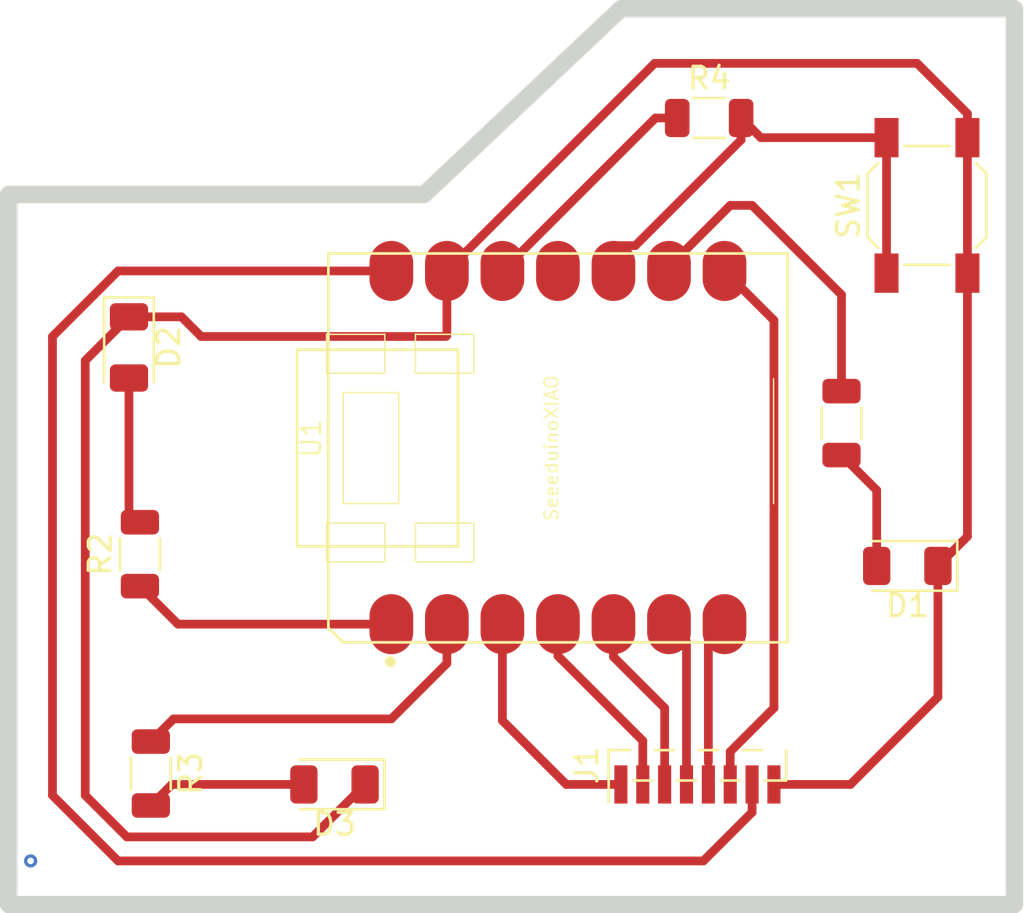
<source format=kicad_pcb>
(kicad_pcb
	(version 20240108)
	(generator "pcbnew")
	(generator_version "8.0")
	(general
		(thickness 1.6)
		(legacy_teardrops no)
	)
	(paper "A4")
	(layers
		(0 "F.Cu" signal)
		(31 "B.Cu" signal)
		(32 "B.Adhes" user "B.Adhesive")
		(33 "F.Adhes" user "F.Adhesive")
		(34 "B.Paste" user)
		(35 "F.Paste" user)
		(36 "B.SilkS" user "B.Silkscreen")
		(37 "F.SilkS" user "F.Silkscreen")
		(38 "B.Mask" user)
		(39 "F.Mask" user)
		(40 "Dwgs.User" user "User.Drawings")
		(41 "Cmts.User" user "User.Comments")
		(42 "Eco1.User" user "User.Eco1")
		(43 "Eco2.User" user "User.Eco2")
		(44 "Edge.Cuts" user)
		(45 "Margin" user)
		(46 "B.CrtYd" user "B.Courtyard")
		(47 "F.CrtYd" user "F.Courtyard")
		(48 "B.Fab" user)
		(49 "F.Fab" user)
		(50 "User.1" user)
		(51 "User.2" user)
		(52 "User.3" user)
		(53 "User.4" user)
		(54 "User.5" user)
		(55 "User.6" user)
		(56 "User.7" user)
		(57 "User.8" user)
		(58 "User.9" user)
	)
	(setup
		(pad_to_mask_clearance 0)
		(allow_soldermask_bridges_in_footprints no)
		(pcbplotparams
			(layerselection 0x00010fc_ffffffff)
			(plot_on_all_layers_selection 0x0000000_00000000)
			(disableapertmacros no)
			(usegerberextensions no)
			(usegerberattributes yes)
			(usegerberadvancedattributes yes)
			(creategerberjobfile yes)
			(dashed_line_dash_ratio 12.000000)
			(dashed_line_gap_ratio 3.000000)
			(svgprecision 4)
			(plotframeref no)
			(viasonmask no)
			(mode 1)
			(useauxorigin no)
			(hpglpennumber 1)
			(hpglpenspeed 20)
			(hpglpendiameter 15.000000)
			(pdf_front_fp_property_popups yes)
			(pdf_back_fp_property_popups yes)
			(dxfpolygonmode yes)
			(dxfimperialunits yes)
			(dxfusepcbnewfont yes)
			(psnegative no)
			(psa4output no)
			(plotreference yes)
			(plotvalue yes)
			(plotfptext yes)
			(plotinvisibletext no)
			(sketchpadsonfab no)
			(subtractmaskfromsilk no)
			(outputformat 1)
			(mirror no)
			(drillshape 1)
			(scaleselection 1)
			(outputdirectory "")
		)
	)
	(net 0 "")
	(net 1 "GND")
	(net 2 "Net-(D1-A)")
	(net 3 "Net-(D2-A)")
	(net 4 "Net-(D3-A)")
	(net 5 "Net-(J1-Pin_5)")
	(net 6 "Net-(J1-Pin_2)")
	(net 7 "Net-(J1-Pin_4)")
	(net 8 "Net-(J1-Pin_3)")
	(net 9 "Net-(J1-Pin_6)")
	(net 10 "+5V")
	(net 11 "Net-(J1-Pin_1)")
	(net 12 "Net-(U1-PA7_A8_D8_SCK)")
	(net 13 "Net-(U1-PA02_A0_D0)")
	(net 14 "Net-(U1-PA4_A1_D1)")
	(net 15 "Net-(U1-3V3)")
	(net 16 "Net-(U1-PA5_A9_D9_MISO)")
	(net 17 "unconnected-(U1-PA6_A10_D10_MOSI-Pad11)")
	(footprint "LED_SMD:LED_1206_3216Metric" (layer "F.Cu") (at 127.5 77 -90))
	(footprint "Resistor_SMD:R_1206_3216Metric" (layer "F.Cu") (at 128 86.4625 90))
	(footprint "Resistor_SMD:R_1206_3216Metric" (layer "F.Cu") (at 128.5 96.5 -90))
	(footprint "Connector_PinHeader_1.00mm:PinHeader_1x08_P1.00mm_Vertical_SMD_Pin1Left" (layer "F.Cu") (at 153.5 96.125 90))
	(footprint "Resistor_SMD:R_1206_3216Metric" (layer "F.Cu") (at 160.09 80.4625 -90))
	(footprint "Button_Switch_SMD:SW_SPST_SKQG_WithoutStem" (layer "F.Cu") (at 164 70.5 90))
	(footprint "LED_SMD:LED_1206_3216Metric" (layer "F.Cu") (at 136.9 97 180))
	(footprint "LED_SMD:LED_1206_3216Metric" (layer "F.Cu") (at 163.1 87 180))
	(footprint "Seeeduino-XIAO:Seeeduino XIAO-MOUDLE14P-2.54-21X17.8MM"
		(layer "F.Cu")
		(uuid "bdb4cbad-a83b-41f5-8d48-e7075471161e")
		(at 157.61782 90.49768 90)
		(property "Reference" "U1"
			(at 9.3345 -21.7805 -90)
			(layer "F.SilkS")
			(uuid "743f717f-dd43-4052-a314-42e1a380c1cd")
			(effects
				(font
					(size 0.889 0.889)
					(thickness 0.1016)
				)
			)
		)
		(property "Value" "SeeeduinoXIAO"
			(at 8.89 -10.795 -90)
			(layer "F.SilkS")
			(uuid "85f159bf-7d65-49ce-8044-ab9d8cd601cd")
			(effects
				(font
					(size 0.6096 0.6096)
					(thickness 0.0762)
				)
			)
		)
		(property "Footprint" "Seeeduino-XIAO:Seeeduino XIAO-MOUDLE14P-2.54-21X17.8MM"
			(at 0 0 90)
			(unlocked yes)
			(layer "F.Fab")
			(hide yes)
			(uuid "fa5ca1e8-212d-466b-a93f-b3be8733b833")
			(effects
				(font
					(size 1.27 1.27)
				)
			)
		)
		(property "Datasheet" ""
			(at 0 0 90)
			(unlocked yes)
			(layer "F.Fab")
			(hide yes)
			(uuid "2723b343-cb69-410c-9495-c7aa6dd84611")
			(effects
				(font
					(size 1.27 1.27)
				)
			)
		)
		(property "Description" ""
			(at 0 0 90)
			(unlocked yes)
			(layer "F.Fab")
			(hide yes)
			(uuid "4deba322-59a5-4f40-8872-06d926d19fb5")
			(effects
				(font
					(size 1.27 1.27)
				)
			)
		)
		(path "/c84c8ec9-07e7-4519-a5bc-fc533446614a")
		(attr smd)
		(fp_line
			(start 13.39342 -22.42312)
			(end 13.39342 -15.06982)
			(stroke
				(width 0.127)
				(type solid)
			)
			(layer "F.SilkS")
			(uuid "f76f9ad8-756b-4bc5-aeb6-4e32a78bd42a")
		)
		(fp_line
			(start 4.39928 -22.42312)
			(end 13.39342 -22.42312)
			(stroke
				(width 0.127)
				(type solid)
			)
			(layer "F.SilkS")
			(uuid "7168d01c-4b2e-4198-a647-f45ac056700f")
		)
		(fp_line
			(start 12.319 -21.082)
			(end 14.097 -21.082)
			(stroke
				(width 0.06604)
				(type solid)
			)
			(layer "F.SilkS")
			(uuid "1b3d4efc-7428-48ae-a6e4-88cb3c713db8")
		)
		(fp_line
			(start 3.683 -21.082)
			(end 5.461 -21.082)
			(stroke
				(width 0.06604)
				(type solid)
			)
			(layer "F.SilkS")
			(uuid "5f2a03d7-6632-46df-8afe-2f454fb91174")
		)
		(fp_line
			(start 17.79778 -20.99818)
			(end 0.67056 -20.99818)
			(stroke
				(width 0.127)
				(type solid)
			)
			(layer "F.SilkS")
			(uuid "69917fbd-23f2-42e6-a6fb-bfc8698188dc")
		)
		(fp_line
			(start 0.67056 -20.99818)
			(end 0 -20.32762)
			(stroke
				(width 0.127)
				(type solid)
			)
			(layer "F.SilkS")
			(uuid "a171d591-66fa-429e-8063-d360f1c4fba4")
		)
		(fp_line
			(start 0 -20.32762)
			(end 0 0)
			(stroke
				(width 0.127)
				(type solid)
			)
			(layer "F.SilkS")
			(uuid "64a65cf7-ef4b-401d-a2af-56bb1801fd49")
		)
		(fp_line
			(start 6.35 -20.32)
			(end 11.43 -20.32)
			(stroke
				(width 0.06604)
				(type solid)
			)
			(layer "F.SilkS")
			(uuid "0359df51-82eb-4ecd-8adf-8cb671436c5a")
		)
		(fp_line
			(start 14.097 -18.415)
			(end 14.097 -21.082)
			(stroke
				(width 0.06604)
				(type solid)
			)
			(layer "F.SilkS")
			(uuid "40a1e622-9c1f-410c-a16f-b61f768a1688")
		)
		(fp_line
			(start 12.319 -18.415)
			(end 12.319 -21.082)
			(stroke
				(width 0.06604)
				(type solid)
			)
			(layer "F.SilkS")
			(uuid "9d240e7f-ae88-45c9-8648-dea8ba5ff85f")
		)
		(fp_line
			(start 12.319 -18.415)
			(end 14.097 -18.415)
			(stroke
				(width 0.06604)
				(type solid)
			)
			(layer "F.SilkS")
			(uuid "c5682a22-c094-473c-9665-e8a10d60a07c")
		)
		(fp_line
			(start 5.461 -18.415)
			(end 5.461 -21.082)
			(stroke
				(width 0.06604)
				(type solid)
			)
			(layer "F.SilkS")
			(uuid "abd6410b-59f2-45e8-a9e1-457bf572457c")
		)
		(fp_line
			(start 3.683 -18.415)
			(end 3.683 -21.082)
			(stroke
				(width 0.06604)
				(type solid)
			)
			(layer "F.SilkS")
			(uuid "06fb83bb-10c8-4f93-8f9b-d11737b84071")
		)
		(fp_line
			(start 3.683 -18.415)
			(end 5.461 -18.415)
			(stroke
				(width 0.06604)
				(type solid)
			)
			(layer "F.SilkS")
			(uuid "d3d01a5e-81a2-4db8-944e-619b8050af8b")
		)
		(fp_line
			(start 11.43 -17.78)
			(end 11.43 -20.32)
			(stroke
				(width 0.06604)
				(type solid)
			)
			(layer "F.SilkS")
			(uuid "67e85be5-4332-4276-8748-adba2f558676")
		)
		(fp_line
			(start 6.35 -17.78)
			(end 6.35 -20.32)
			(stroke
				(width 0.06604)
				(type solid)
			)
			(layer "F.SilkS")
			(uuid "3adde31f-70d5-4a55-b4c3-bd71abf25ea2")
		)
		(fp_line
			(start 6.35 -17.78)
			(end 11.43 -17.78)
			(stroke
				(width 0.06604)
				(type solid)
			)
			(layer "F.SilkS")
			(uuid "e7163a58-7ee7-4be4-a480-b129d5616751")
		)
		(fp_line
			(start 12.319 -17.018)
			(end 14.097 -17.018)
			(stroke
				(width 0.06604)
				(type solid)
			)
			(layer "F.SilkS")
			(uuid "6198814b-d7d5-42a6-ad0b-d2ee8a808f98")
		)
		(fp_line
			(start 3.683 -17.018)
			(end 5.461 -17.018)
			(stroke
				(width 0.06604)
				(type solid)
			)
			(layer "F.SilkS")
			(uuid "299340da-58f6-4d3b-be36-4dd804be8894")
		)
		(fp_line
			(start 13.39342 -15.06982)
			(end 4.3942 -15.06982)
			(stroke
				(width 0.127)
				(type solid)
			)
			(layer "F.SilkS")
			(uuid "820fa3f9-1edc-4cae-9017-4486dc8e4171")
		)
		(fp_line
			(start 4.3942 -15.06982)
			(end 4.3942 -22.42312)
			(stroke
				(width 0.127)
				(type solid)
			)
			(layer "F.SilkS")
			(uuid "22d5a87c-ed1c-48b2-b1f6-5b6d6300f4a4")
		)
		(fp_line
			(start 14.097 -14.34846)
			(end 14.097 -17.018)
			(stroke
				(width 0.06604)
				(type solid)
			)
			(layer "F.SilkS")
			(uuid "1b566daa-1f20-4cda-acb2-368386e63525")
		)
		(fp_line
			(start 12.319 -14.34846)
			(end 12.319 -17.018)
			(stroke
				(width 0.06604)
				(type solid)
			)
			(layer "F.SilkS")
			(uuid "ca208f87-6417-49eb-b3c5-e4c84ae40df4")
		)
		(fp_line
			(start 12.319 -14.34846)
			(end 14.097 -14.34846)
			(stroke
				(width 0.06604)
				(type solid)
			)
			(layer "F.SilkS")
			(uuid "ac1a08f3-0b61-487e-910e-aaa6b13322a2")
		)
		(fp_line
			(start 5.461 -14.34846)
			(end 5.461 -17.018)
			(stroke
				(width 0.06604)
				(type solid)
			)
			(layer "F.SilkS")
			(uuid "33ce5e6d-1a40-475b-adef-c6eaeea573ba")
		)
		(fp_line
			(start 3.683 -14.34846)
			(end 3.683 -17.018)
			(stroke
				(width 0.06604)
				(type solid)
			)
			(layer "F.SilkS")
			(uuid "31eb848a-3586-49ec-9fb6-038ec173d9aa")
		)
		(fp_line
			(start 3.683 -14.34846)
			(end 5.461 -14.34846)
			(stroke
				(width 0.06604)
				(type solid)
			)
			(layer "F.SilkS")
			(uuid "51bb73fb-3da6-4b96-bdd5-7be0804fc1b2")
		)
		(fp_line
			(start 6.35 -0.635)
			(end 12.065 -0.635)
			(stroke
				(width 0.06604)
				(type solid)
			)
			(layer "F.SilkS")
			(uuid "642dd002-21e5-435a-aa5c-01a50a4d8313")
		)
		(fp_line
			(start 17.79778 0)
			(end 17.79778 -20.99818)
			(stroke
				(width 0.127)
				(type solid)
			)
			(layer "F.SilkS")
			(uuid "78caaf15-b6d4-49e0-a3ac-95248e3d664d")
		)
		(fp_line
			(start 0 0)
			(end 17.79778 0)
			(stroke
				(width 0.127)
				(type solid)
			)
			(layer "F.SilkS")
			(uuid "7430d88b-79f4-4744-ba8e-ac26b7eddf3a")
		)
		(fp_circle
			(center -0.889 -18.161)
			(end -0.889 -18.415)
			(stroke
				(width 0)
				(type solid)
			)
			(fill solid)
			(layer "F.SilkS")
			(uuid "25413aeb-7fbd-4a20-a11f-075aa49024e0")
		)
		(fp_line
			(start 0 -20.955)
			(end 17.65046 -20.955)
			(stroke
				(width 0.06604)
				(type solid)
			)
			(layer "Dwgs.User")
			(uuid "19d72efb-b1b7-4583-8fbe-55bb928c0914")
		)
		(fp_line
			(start 17.65046 0)
			(end 17.65046 -20.955)
			(stroke
				(width 0.06604)
				(type solid)
			)
			(layer "Dwgs.User")
			(uuid "b89a1301-cdf1-4005-a7be-9bfe6024ae91")
		)
		(fp_line
			(start 0 0)
			(end 0 -20.955)
			(stroke
				(width 0.06604)
				(type solid)
			)
			(layer "Dwgs.User")
			(uuid "c67fc329-a247-4c73-903a-a43646515f43")
		)
		(fp_line
			(start 0 0)
			(end 17.65046 0)
			(stroke
				(width 0.06604)
				(type solid)
			)
			(layer "Dwgs.User")
			(uuid "d0719a86-419e-4586-89b1-38fd2e339564")
		)
		(fp_line
			(start 0.016954 -20.919286)
			(end 17.693931 -20.919286)
			(stroke
				(width 0.0254)
				(type solid)
			)
			(layer "F.Fab")
			(uuid "d5ae50a5-c5fd-4be7-80aa-fcd78ac25302")
		)
		(fp_line
			(start 15.699803 -20.914164)
			(end 1.983803 -20.914164)
			(stroke
				(width 0.0254)
				(type solid)
			)
			(layer "F.Fab")
			(uuid "c1189747-b410-431b-a09c-8da46145808b")
		)
		(fp_line
			(start 1.983803 -20.914164)
			(end 1.93478 -20.913656)
			(stroke
				(width 0.0254)
				(type solid)
			)
			(layer "F.Fab")
			(uuid "1a4c5ae4-f523-469f-b0dd-641c54e84159")
		)
		(fp_line
			(start 15.748824 -20.913656)
			(end 15.699803 -20.914164)
			(stroke
				(width 0.0254)
				(type solid)
			)
			(layer "F.Fab")
			(uuid "6d54a207-c290-4a4d-a9bf-6216e16fd39a")
		)
		(fp_line
			(start 1.93478 -20.913656)
			(end 1.885504 -20.911879)
			(stroke
				(width 0.0254)
				(type solid)
			)
			(layer "F.Fab")
			(uuid "ab2c1cff-376f-46af-a9d7-839aeab542f1")
		)
		(fp_line
			(start 15.7981 -20.911879)
			(end 15.748824 -20.913656)
			(stroke
				(width 0.0254)
				(type solid)
			)
			(layer "F.Fab")
			(uuid "02cb7dd1-8de9-44b5-a326-81f31f592b50")
		)
		(fp_line
			(start 1.885504 -20.911879)
			(end 1.836736 -20.908831)
			(stroke
				(width 0.0254)
				(type solid)
			)
			(layer "F.Fab")
			(uuid "4b227fad-231d-435d-8367-712f5e8fb609")
		)
		(fp_line
			(start 15.846868 -20.908831)
			(end 15.7981 -20.911879)
			(stroke
				(width 0.0254)
				(type solid)
			)
			(layer "F.Fab")
			(uuid "3c24fece-5b46-4d25-a338-b1c8ae4c7876")
		)
		(fp_line
			(start 1.836736 -20.908831)
			(end 1.787715 -20.904767)
			(stroke
				(width 0.0254)
				(type solid)
			)
			(layer "F.Fab")
			(uuid "9f311f60-30d1-4ccc-b8f7-f7974c8e13c0")
		)
		(fp_line
			(start 15.895891 -20.904767)
			(end 15.846868 -20.908831)
			(stroke
				(width 0.0254)
				(type solid)
			)
			(layer "F.Fab")
			(uuid "f8481495-ec1d-4a99-977c-9b19a9468ba3")
		)
		(fp_line
			(start 1.787715 -20.904767)
			(end 1.738947 -20.899432)
			(stroke
				(width 0.0254)
				(type solid)
			)
			(layer "F.Fab")
			(uuid "08f0f801-b6ed-439f-b8ed-a3cde6a6b330")
		)
		(fp_line
			(start 15.944659 -20.899432)
			(end 15.895891 -20.904767)
			(stroke
				(width 0.0254)
				(type solid)
			)
			(layer "F.Fab")
			(uuid "579e7a52-566a-411a-a69f-baa0a78dba63")
		)
		(fp_line
			(start 1.738947 -20.899432)
			(end 1.690179 -20.892828)
			(stroke
				(width 0.0254)
				(type solid)
			)
			(layer "F.Fab")
			(uuid "61ab1fcb-0e19-4b04-93ce-1b6c8c5fa5fa")
		)
		(fp_line
			(start 15.993427 -20.892828)
			(end 15.944659 -20.899432)
			(stroke
				(width 0.0254)
				(type solid)
			)
			(layer "F.Fab")
			(uuid "0fe9df94-9a04-4322-946e-80bb13e8df0a")
		)
		(fp_line
			(start 1.690179 -20.892828)
			(end 1.641664 -20.885208)
			(stroke
				(width 0.0254)
				(type solid)
			)
			(layer "F.Fab")
			(uuid "365013b7-0da0-4269-a1ad-85db68da5313")
		)
		(fp_line
			(start 16.04194 -20.885208)
			(end 15.993427 -20.892828)
			(stroke
				(width 0.0254)
				(type solid)
			)
			(layer "F.Fab")
			(uuid "8c43d3b2-4164-4d27-831e-a4861575adbb")
		)
		(fp_line
			(start 1.641664 -20.885208)
			(end 1.593404 -20.876319)
			(stroke
				(width 0.0254)
				(type solid)
			)
			(layer "F.Fab")
			(uuid "92ccbd0d-6a69-4109-bb86-86177aaa3fe3")
		)
		(fp_line
			(start 16.0902 -20.876319)
			(end 16.04194 -20.885208)
			(stroke
				(width 0.0254)
				(type solid)
			)
			(layer "F.Fab")
			(uuid "8a88ef7d-f606-4d4e-8b2e-bb3fa8b22fb7")
		)
		(fp_line
			(start 1.593404 -20.876319)
			(end 1.545399 -20.866412)
			(stroke
				(width 0.0254)
				(type solid)
			)
			(layer "F.Fab")
			(uuid "fc800f16-2963-4bac-96b5-37187cc11ead")
		)
		(fp_line
			(start 16.138207 -20.866412)
			(end 16.0902 -20.876319)
			(stroke
				(width 0.0254)
				(type solid)
			)
			(layer "F.Fab")
			(uuid "1bac9c73-e90b-443f-be24-df2834a84a25")
		)
		(fp_line
			(start 1.545399 -20.866412)
			(end 1.497392 -20.855236)
			(stroke
				(width 0.0254)
				(type solid)
			)
			(layer "F.Fab")
			(uuid "c6de900e-2764-40f3-acc0-e54f9d111e67")
		)
		(fp_line
			(start 16.186212 -20.855236)
			(end 16.138207 -20.866412)
			(stroke
				(width 0.0254)
				(type solid)
			)
			(layer "F.Fab")
			(uuid "a8ab5049-439a-488b-956c-0fee64daa2aa")
		)
		(fp_line
			(start 1.497392 -20.855236)
			(end 1.449895 -20.842791)
			(stroke
				(width 0.0254)
				(type solid)
			)
			(layer "F.Fab")
			(uuid "efbd9329-a036-40ff-aa02-5d00ac8bd104")
		)
		(fp_line
			(start 16.233711 -20.842791)
			(end 16.186212 -20.855236)
			(stroke
				(width 0.0254)
				(type solid)
			)
			(layer "F.Fab")
			(uuid "54024cc7-5c45-4db8-ac6f-944dd11b1990")
		)
		(fp_line
			(start 1.449895 -20.842791)
			(end 1.402651 -20.829328)
			(stroke
				(width 0.0254)
				(type solid)
			)
			(layer "F.Fab")
			(uuid "071c26bb-73ec-4852-97ba-45ca15ab9910")
		)
		(fp_line
			(start 16.280955 -20.829328)
			(end 16.233711 -20.842791)
			(stroke
				(width 0.0254)
				(type solid)
			)
			(layer "F.Fab")
			(uuid "c53b29c2-722b-43fd-8f89-f2b1a931c789")
		)
		(fp_line
			(start 1.402651 -20.829328)
			(end 1.355915 -20.814596)
			(stroke
				(width 0.0254)
				(type solid)
			)
			(layer "F.Fab")
			(uuid "0fa5133b-7080-44dc-9983-d8938c5661ec")
		)
		(fp_line
			(start 16.327691 -20.814596)
			(end 16.280955 -20.829328)
			(stroke
				(width 0.0254)
				(type solid)
			)
			(layer "F.Fab")
			(uuid "63c2ac7d-446e-451b-981a-4ca57eb6c854")
		)
		(fp_line
			(start 1.355915 -20.814596)
			(end 1.309432 -20.798848)
			(stroke
				(width 0.0254)
				(type solid)
			)
			(layer "F.Fab")
			(uuid "035dc6f5-93b0-4c57-b316-456614ce8fb7")
		)
		(fp_line
			(start 16.374172 -20.798848)
			(end 16.327691 -20.814596)
			(stroke
				(width 0.0254)
				(type solid)
			)
			(layer "F.Fab")
			(uuid "d63ca0c4-efda-4aa1-84e3-8bb531e4677d")
		)
		(fp_line
			(start 1.309432 -20.798848)
			(end 1.263204 -20.782084)
			(stroke
				(width 0.0254)
				(type solid)
			)
			(layer "F.Fab")
			(uuid "131cc702-4b3d-4ea1-9828-23dfc4b5a8b5")
		)
		(fp_line
			(start 16.4204 -20.782084)
			(end 16.374172 -20.798848)
			(stroke
				(width 0.0254)
				(type solid)
			)
			(layer "F.Fab")
			(uuid "5129d49b-d3c9-49ba-b894-b719d040b0ce")
		)
		(fp_line
			(start 1.263204 -20.782084)
			(end 1.217484 -20.764051)
			(stroke
				(width 0.0254)
				(type solid)
			)
			(layer "F.Fab")
			(uuid "61470875-9ebe-4ee7-9aa9-8b9e81df2be3")
		)
		(fp_line
			(start 16.46612 -20.764051)
			(end 16.4204 -20.782084)
			(stroke
				(width 0.0254)
				(type solid)
			)
			(layer "F.Fab")
			(uuid "737538d2-78b4-4b4c-8007-e0d6035770b2")
		)
		(fp_line
			(start 1.217484 -20.764051)
			(end 1.172272 -20.745)
			(stroke
				(width 0.0254)
				(type solid)
			)
			(layer "F.Fab")
			(uuid "04fd223e-419c-40f2-992c-8b06ffa320bd")
		)
		(fp_line
			(start 16.511332 -20.745)
			(end 16.46612 -20.764051)
			(stroke
				(width 0.0254)
				(type solid)
			)
			(layer "F.Fab")
			(uuid "c3de451b-015d-4f08-96c2-33c70b3f1645")
		)
		(fp_line
			(start 1.172272 -20.745)
			(end 1.127568 -20.724935)
			(stroke
				(width 0.0254)
				(type solid)
			)
			(layer "F.Fab")
			(uuid "bc69e8f7-c3eb-490b-8a57-fd79a04ff65e")
		)
		(fp_line
			(start 16.556036 -20.724935)
			(end 16.511332 -20.745)
			(stroke
				(width 0.0254)
				(type solid)
			)
			(layer "F.Fab")
			(uuid "215d5146-3596-463f-a74b-2ac35b71a0e8")
		)
		(fp_line
			(start 1.127568 -20.724935)
			(end 1.083119 -20.703599)
			(stroke
				(width 0.0254)
				(type solid)
			)
			(layer "F.Fab")
			(uuid "e96d47de-c4aa-4db7-a5f7-9f2a1ebca718")
		)
		(fp_line
			(start 16.600487 -20.703599)
			(end 16.556036 -20.724935)
			(stroke
				(width 0.0254)
				(type solid)
			)
			(layer "F.Fab")
			(uuid "1b787512-1c73-43d1-bd52-59afd6c8d2e0")
		)
		(fp_line
			(start 1.083119 -20.703599)
			(end 1.039431 -20.6815)
			(stroke
				(width 0.0254)
				(type solid)
			)
			(layer "F.Fab")
			(uuid "4ebc2659-6b2e-4f48-8808-53ec714ecbd6")
		)
		(fp_line
			(start 16.644175 -20.6815)
			(end 16.600487 -20.703599)
			(stroke
				(width 0.0254)
				(type solid)
			)
			(layer "F.Fab")
			(uuid "77452111-abd2-4a1f-86b3-32c3ca5a3e57")
		)
		(fp_line
			(start 1.039431 -20.6815)
			(end 0.996251 -20.658132)
			(stroke
				(width 0.0254)
				(type solid)
			)
			(layer "F.Fab")
			(uuid "6b9af358-0d01-4ac3-a8ad-f561ed591710")
		)
		(fp_line
			(start 16.687355 -20.658132)
			(end 16.644175 -20.6815)
			(stroke
				(width 0.0254)
				(type solid)
			)
			(layer "F.Fab")
			(uuid "0e05be80-31b2-4132-ab52-9241f51c914b")
		)
		(fp_line
			(start 0.996251 -20.658132)
			(end 0.953579 -20.633748)
			(stroke
				(width 0.0254)
				(type solid)
			)
			(layer "F.Fab")
			(uuid "86cd5e3f-a7b6-4290-8376-f707578b3cdb")
		)
		(fp_line
			(start 16.730027 -20.633748)
			(end 16.687355 -20.658132)
			(stroke
				(width 0.0254)
				(type solid)
			)
			(layer "F.Fab")
			(uuid "17ebe9b5-1095-4153-a906-e37dcd5b7ea4")
		)
		(fp_line
			(start 0.953579 -20.633748)
			(end 0.911668 -20.608348)
			(stroke
				(width 0.0254)
				(type solid)
			)
			(layer "F.Fab")
			(uuid "dae1887a-6857-486d-be3d-80be7cd9e3c6")
		)
		(fp_line
			(start 16.771936 -20.608348)
			(end 16.730027 -20.633748)
			(stroke
				(width 0.0254)
				(type solid)
			)
			(layer "F.Fab")
			(uuid "d68ec59c-c245-43af-a60b-a19a6c8eb6e3")
		)
		(fp_line
			(start 0.911668 -20.608348)
			(end 0.870267 -20.581932)
			(stroke
				(width 0.0254)
				(type solid)
			)
			(layer "F.Fab")
			(uuid "45e973a8-99a8-4a1f-900d-0141f93e7610")
		)
		(fp_line
			(start 16.813339 -20.581932)
			(end 16.771936 -20.608348)
			(stroke
				(width 0.0254)
				(type solid)
			)
			(layer "F.Fab")
			(uuid "1c088e3e-fee5-42e6-8f64-ef8c2a2d09f0")
		)
		(fp_line
			(start 0.870267 -20.581932)
			(end 0.829372 -20.5545)
			(stroke
				(width 0.0254)
				(type solid)
			)
			(layer "F.Fab")
			(uuid "5d676736-3fd6-4e86-b9f3-6abf1cd62b5d")
		)
		(fp_line
			(start 16.854232 -20.5545)
			(end 16.813339 -20.581932)
			(stroke
				(width 0.0254)
				(type solid)
			)
			(layer "F.Fab")
			(uuid "de2cb8a6-09f0-4911-ab54-b73de98fbe93")
		)
		(fp_line
			(start 0.829372 -20.5545)
			(end 0.789495 -20.526052)
			(stroke
				(width 0.0254)
				(type solid)
			)
			(layer "F.Fab")
			(uuid "c97a792c-8937-4e06-8eff-3f7ec0d094be")
		)
		(fp_line
			(start 16.894111 -20.526052)
			(end 16.854232 -20.5545)
			(stroke
				(width 0.0254)
				(type solid)
			)
			(layer "F.Fab")
			(uuid "cc10234c-2f9e-4dd4-8814-fa0e46ecfceb")
		)
		(fp_line
			(start 0.789495 -20.526052)
			(end 0.750124 -20.496843)
			(stroke
				(width 0.0254)
				(type solid)
			)
			(layer "F.Fab")
			(uuid "abb71889-dff4-4869-93d0-fc3e5c3c166a")
		)
		(fp_line
			(start 16.93348 -20.496843)
			(end 16.894111 -20.526052)
			(stroke
				(width 0.0254)
				(type solid)
			)
			(layer "F.Fab")
			(uuid "71cbfa30-a91d-421d-9773-82905c3658f9")
		)
		(fp_line
			(start 0.750124 -20.496843)
			(end 0.711516 -20.466363)
			(stroke
				(width 0.0254)
				(type solid)
			)
			(layer "F.Fab")
			(uuid "e6577679-a8d2-4de4-9b94-937243217af6")
		)
		(fp_line
			(start 16.972088 -20.466363)
			(end 16.93348 -20.496843)
			(stroke
				(width 0.0254)
				(type solid)
			)
			(layer "F.Fab")
			(uuid "894dc1ac-1276-49f9-b311-f7b83d267d2b")
		)
		(fp_line
			(start 0.711516 -20.466363)
			(end 0.673416 -20.435375)
			(stroke
				(width 0.0254)
				(type solid)
			)
			(layer "F.Fab")
			(uuid "641ee48b-8c41-4fb3-a3cc-4a29966c64e1")
		)
		(fp_line
			(start 17.010188 -20.435375)
			(end 16.972088 -20.466363)
			(stroke
				(width 0.0254)
				(type solid)
			)
			(layer "F.Fab")
			(uuid "d6fe5fd7-bf89-4c95-a2b0-264a0fb91cb9")
		)
		(fp_line
			(start 0.673416 -20.435375)
			(end 0.636332 -20.403116)
			(stroke
				(width 0.0254)
				(type solid)
			)
			(layer "F.Fab")
			(uuid "2730e0fe-9da9-4f5f-a5ed-6cc042a2212d")
		)
		(fp_line
			(start 17.047272 -20.403116)
			(end 17.010188 -20.435375)
			(stroke
				(width 0.0254)
				(type solid)
			)
			(layer "F.Fab")
			(uuid "fe2c70bf-911a-4361-84e6-d30f4eecec31")
		)
		(fp_line
			(start 0.636332 -20.403116)
			(end 0.600011 -20.370096)
			(stroke
				(width 0.0254)
				(type solid)
			)
			(layer "F.Fab")
			(uuid "13c0387b-9fc9-4a50-bd2c-401821bb17c3")
		)
		(fp_line
			(start 17.083595 -20.370096)
			(end 17.047272 -20.403116)
			(stroke
				(width 0.0254)
				(type solid)
			)
			(layer "F.Fab")
			(uuid "323ebd16-be2d-472b-a30a-71d45042fb1b")
		)
		(fp_line
			(start 0.600011 -20.370096)
			(end 0.564451 -20.336315)
			(stroke
				(width 0.0254)
				(type solid)
			)
			(layer "F.Fab")
			(uuid "ba0ffff3-63ea-44cd-b681-054fb77ed01e")
		)
		(fp_line
			(start 17.119155 -20.336315)
			(end 17.083595 -20.370096)
			(stroke
				(width 0.0254)
				(type solid)
			)
			(layer "F.Fab")
			(uuid "eb8aba5e-26ab-4384-bff2-79dde9898d9e")
		)
		(fp_line
			(start 0.564451 -20.336315)
			(end 0.529652 -20.301516)
			(stroke
				(width 0.0254)
				(type solid)
			)
			(layer "F.Fab")
			(uuid "ad2e7ab1-5127-4e6d-bc93-abd80d133fad")
		)
		(fp_line
			(start 17.153952 -20.301516)
			(end 17.119155 -20.336315)
			(stroke
				(width 0.0254)
				(type solid)
			)
			(layer "F.Fab")
			(uuid "458b7a7d-a95d-4d6e-8c83-0fddc61fea44")
		)
		(fp_line
			(start 0.529652 -20.301516)
			(end 0.495871 -20.265956)
			(stroke
				(width 0.0254)
				(type solid)
			)
			(layer "F.Fab")
			(uuid "e8ddbcb9-a533-4694-81f3-da3c57f96d7f")
		)
		(fp_line
			(start 17.187735 -20.265956)
			(end 17.153952 -20.301516)
			(stroke
				(width 0.0254)
				(type solid)
			)
			(layer "F.Fab")
			(uuid "89e7935b-d332-4477-a712-390a64d314d9")
		)
		(fp_line
			(start 0.495871 -20.265956)
			(end 0.462851 -20.229635)
			(stroke
				(width 0.0254)
				(type solid)
			)
			(layer "F.Fab")
			(uuid "0a6afb44-75f7-4099-a174-a475e1572f7a")
		)
		(fp_line
			(start 17.220755 -20.229635)
			(end 17.187735 -20.265956)
			(stroke
				(width 0.0254)
				(type solid)
			)
			(layer "F.Fab")
			(uuid "6788d4dc-af5f-495f-8a33-922ae72b9024")
		)
		(fp_line
			(start 0.462851 -20.229635)
			(end 0.430592 -20.192551)
			(stroke
				(width 0.0254)
				(type solid)
			)
			(layer "F.Fab")
			(uuid "758dca81-5d53-4332-9a6c-8ec66eaec8e9")
		)
		(fp_line
			(start 17.253012 -20.192551)
			(end 17.220755 -20.229635)
			(stroke
				(width 0.0254)
				(type solid)
			)
			(layer "F.Fab")
			(uuid "6df7e446-f68f-48d3-bc8f-c8e82047d8fa")
		)
		(fp_line
			(start 0.430592 -20.192551)
			(end 0.399604 -20.154451)
			(stroke
				(width 0.0254)
				(type solid)
			)
			(layer "F.Fab")
			(uuid "b3623592-2b93-46af-b216-5d1da0da0ee2")
		)
		(fp_line
			(start 13.141768 -20.18874)
			(end 13.141768 -19.29974)
			(stroke
				(width 0.0254)
				(type solid)
			)
			(layer "F.Fab")
			(uuid "1c0f3786-b8fd-437d-b418-67601c645a23")
		)
		(fp_line
			(start 17.284 -20.154451)
			(end 17.253012 -20.192551)
			(stroke
				(width 0.0254)
				(type solid)
			)
			(layer "F.Fab")
			(uuid "5e298246-5920-4fd1-95e3-c230a9e76c01")
		)
		(fp_line
			(start 0.399604 -20.154451)
			(end 0.369124 -20.115843)
			(stroke
				(width 0.0254)
				(type solid)
			)
			(layer "F.Fab")
			(uuid "54b16198-7828-460a-af5e-403caa3a6c21")
		)
		(fp_line
			(start 17.31448 -20.115843)
			(end 17.284 -20.154451)
			(stroke
				(width 0.0254)
				(type solid)
			)
			(layer "F.Fab")
			(uuid "32c15549-81d2-4e53-8812-505f5aba7a05")
		)
		(fp_line
			(start 0.369124 -20.115843)
			(end 0.339915 -20.076472)
			(stroke
				(width 0.0254)
				(type solid)
			)
			(layer "F.Fab")
			(uuid "2e01840c-bc1c-4903-a69e-b36e33db505c")
		)
		(fp_line
			(start 17.343691 -20.076472)
			(end 17.31448 -20.115843)
			(stroke
				(width 0.0254)
				(type solid)
			)
			(layer "F.Fab")
			(uuid "d70d3488-7d74-420e-8323-8ae184da3a29")
		)
		(fp_line
			(start 0.339915 -20.076472)
			(end 0.311467 -20.036595)
			(stroke
				(width 0.0254)
				(type solid)
			)
			(layer "F.Fab")
			(uuid "0fb9e25c-f460-4f24-ac1d-a875ba308449")
		)
		(fp_line
			(start 17.372139 -20.036595)
			(end 17.343691 -20.076472)
			(stroke
				(width 0.0254)
				(type solid)
			)
			(layer "F.Fab")
			(uuid "dcbd3cd0-bc88-4fc8-858c-3804e86ab1c4")
		)
		(fp_line
			(start 0.311467 -20.036595)
			(end 0.284035 -19.9957)
			(stroke
				(width 0.0254)
				(type solid)
			)
			(layer "F.Fab")
			(uuid "720ef108-1163-4342-a4a0-afda58829ecf")
		)
		(fp_line
			(start 17.399571 -19.9957)
			(end 17.372139 -20.036595)
			(stroke
				(width 0.0254)
				(type solid)
			)
			(layer "F.Fab")
			(uuid "44b75c7b-752c-4930-b0a2-b46cc3594dca")
		)
		(fp_line
			(start 0.284035 -19.9957)
			(end 0.257619 -19.954299)
			(stroke
				(width 0.0254)
				(type solid)
			)
			(layer "F.Fab")
			(uuid "7d7d18e1-8c00-46ab-b29e-90f108856d25")
		)
		(fp_line
			(start 17.425987 -19.954299)
			(end 17.399571 -19.9957)
			(stroke
				(width 0.0254)
				(type solid)
			)
			(layer "F.Fab")
			(uuid "bd14581c-7711-447e-9def-331f479ee82c")
		)
		(fp_line
			(start 0.257619 -19.954299)
			(end 0.232219 -19.912388)
			(stroke
				(width 0.0254)
				(type solid)
			)
			(layer "F.Fab")
			(uuid "ea67a4ef-e422-4991-9d18-49403b0c2877")
		)
		(fp_line
			(start 17.451387 -19.912388)
			(end 17.425987 -19.954299)
			(stroke
				(width 0.0254)
				(type solid)
			)
			(layer "F.Fab")
			(uuid "502cdf10-a746-4e01-9750-cc33b6243dcc")
		)
		(fp_line
			(start 0.232219 -19.912388)
			(end 0.207835 -19.869716)
			(stroke
				(width 0.0254)
				(type solid)
			)
			(layer "F.Fab")
			(uuid "d4b148cb-ba75-4f09-b6bf-3f862100c721")
		)
		(fp_line
			(start 17.475771 -19.869716)
			(end 17.451387 -19.912388)
			(stroke
				(width 0.0254)
				(type solid)
			)
			(layer "F.Fab")
			(uuid "91393922-793f-43ce-b11a-7b8368b3617a")
		)
		(fp_line
			(start 0.207835 -19.869716)
			(end 0.184467 -19.826536)
			(stroke
				(width 0.0254)
				(type solid)
			)
			(layer "F.Fab")
			(uuid "5ffd7767-27ae-44a0-af02-af89f83c0d5d")
		)
		(fp_line
			(start 17.499139 -19.826536)
			(end 17.475771 -19.869716)
			(stroke
				(width 0.0254)
				(type solid)
			)
			(layer "F.Fab")
			(uuid "44aa8788-fd02-4f95-a995-c808d163bca8")
		)
		(fp_line
			(start 0.184467 -19.826536)
			(end 0.162368 -19.782848)
			(stroke
				(width 0.0254)
				(type solid)
			)
			(layer "F.Fab")
			(uuid "9da7b185-94e2-4d2f-87eb-f5883893c65f")
		)
		(fp_line
			(start 17.521236 -19.782848)
			(end 17.499139 -19.826536)
			(stroke
				(width 0.0254)
				(type solid)
			)
			(layer "F.Fab")
			(uuid "2e1e25a6-e1d3-4d43-9a44-a4c4cbe34985")
		)
		(fp_line
			(start 0.162368 -19.782848)
			(end 0.141032 -19.738399)
			(stroke
				(width 0.0254)
				(type solid)
			)
			(layer "F.Fab")
			(uuid "331cc0f4-7da6-4721-b9b6-9c6a8b495471")
		)
		(fp_line
			(start 17.542572 -19.738399)
			(end 17.521236 -19.782848)
			(stroke
				(width 0.0254)
				(type solid)
			)
			(layer "F.Fab")
			(uuid "106c226a-25e9-40bb-a9cf-77030e9fa29b")
		)
		(fp_line
			(start 0.141032 -19.738399)
			(end 0.120967 -19.693695)
			(stroke
				(width 0.0254)
				(type solid)
			)
			(layer "F.Fab")
			(uuid "40e911f6-bd47-400b-9bc3-95b7bf2ca779")
		)
		(fp_line
			(start 17.562639 -19.693695)
			(end 17.542572 -19.738399)
			(stroke
				(width 0.0254)
				(type solid)
			)
			(layer "F.Fab")
			(uuid "d9715899-76ba-4fb1-91e4-07684ecc013b")
		)
		(fp_line
			(start 0.120967 -19.693695)
			(end 0.101916 -19.648483)
			(stroke
				(width 0.0254)
				(type solid)
			)
			(layer "F.Fab")
			(uuid "a5c02136-7758-46ba-8fd5-9732290704db")
		)
		(fp_line
			(start 17.581688 -19.648483)
			(end 17.562639 -19.693695)
			(stroke
				(width 0.0254)
				(type solid)
			)
			(layer "F.Fab")
			(uuid "99ee32ee-7eb0-4b72-a621-946273318745")
		)
		(fp_line
			(start 0.101916 -19.648483)
			(end 0.083883 -19.602763)
			(stroke
				(width 0.0254)
				(type solid)
			)
			(layer "F.Fab")
			(uuid "8fc9a2b9-1897-4be8-aa9f-547672c75f5b")
		)
		(fp_line
			(start 17.599723 -19.602763)
			(end 17.581688 -19.648483)
			(stroke
				(width 0.0254)
				(type solid)
			)
			(layer "F.Fab")
			(uuid "c7d8a760-3c66-409a-8be4-fb337e909faa")
		)
		(fp_line
			(start 0.083883 -19.602763)
			(end 0.067119 -19.556535)
			(stroke
				(width 0.0254)
				(type solid)
			)
			(layer "F.Fab")
			(uuid "a1c471da-55f8-4d90-9ddb-664910d7fa2d")
		)
		(fp_line
			(start 17.616487 -19.556535)
			(end 17.599723 -19.602763)
			(stroke
				(width 0.0254)
				(type solid)
			)
			(layer "F.Fab")
			(uuid "fac2c879-870a-41e2-8372-5f366d34a046")
		)
		(fp_line
			(start 0.067119 -19.556535)
			(end 0.051371 -19.510052)
			(stroke
				(width 0.0254)
				(type solid)
			)
			(layer "F.Fab")
			(uuid "b93105ac-95e2-4656-8d00-a52db3627940")
		)
		(fp_line
			(start 17.632235 -19.510052)
			(end 17.616487 -19.556535)
			(stroke
				(width 0.0254)
				(type solid)
			)
			(layer "F.Fab")
			(uuid "3940b6e1-d565-437c-a825-792ba0be4df9")
		)
		(fp_line
			(start 0.051371 -19.510052)
			(end 0.036639 -19.463316)
			(stroke
				(width 0.0254)
				(type solid)
			)
			(layer "F.Fab")
			(uuid "ea3669d7-e045-43ea-9668-0ec412df7ca7")
		)
		(fp_line
			(start 17.646967 -19.463316)
			(end 17.632235 -19.510052)
			(stroke
				(width 0.0254)
				(type solid)
			)
			(layer "F.Fab")
			(uuid "0c262f93-b037-4aeb-a84a-a64060accece")
		)
		(fp_line
			(start 0.036639 -19.463316)
			(end 0.023176 -19.416072)
			(stroke
				(width 0.0254)
				(type solid)
			)
			(layer "F.Fab")
			(uuid "2ecdb30e-7934-45c1-9c99-91be158726eb")
		)
		(fp_line
			(start 17.660428 -19.416072)
			(end 17.646967 -19.463316)
			(stroke
				(width 0.0254)
				(type solid)
			)
			(layer "F.Fab")
			(uuid "aa42c1eb-0522-431b-86f5-36108b7b35e2")
		)
		(fp_line
			(start 0.023176 -19.416072)
			(end 0.010731 -19.368575)
			(stroke
				(width 0.0254)
				(type solid)
			)
			(layer "F.Fab")
			(uuid "bca43395-aed8-4fe2-967a-abbc5ce3220c")
		)
		(fp_line
			(start 17.672875 -19.368575)
			(end 17.660428 -19.416072)
			(stroke
				(width 0.0254)
				(type solid)
			)
			(layer "F.Fab")
			(uuid "413506ca-bb41-4ceb-9cd9-524361f43fbe")
		)
		(fp_line
			(start 0.010731 -19.368575)
			(end -0.000445 -19.320568)
			(stroke
				(width 0.0254)
				(type solid)
			)
			(layer "F.Fab")
			(uuid "566017fd-4d73-42e5-96cf-8eae4b2be94d")
		)
		(fp_line
			(start 17.684051 -19.320568)
			(end 17.672875 -19.368575)
			(stroke
				(width 0.0254)
				(type solid)
			)
			(layer "F.Fab")
			(uuid "3231a460-c16f-4add-9911-fc968dd3d0b6")
		)
		(fp_line
			(start -0.000445 -19.320568)
			(end -0.010352 -19.272563)
			(stroke
				(width 0.0254)
				(type solid)
			)
			(layer "F.Fab")
			(uuid "e39320a7-9401-47af-90f0-65ee38d87770")
		)
		(fp_line
			(start 4.541836 -19.29974)
			(end 4.541836 -20.18874)
			(stroke
				(width 0.0254)
				(type solid)
			)
			(layer "F.Fab")
			(uuid "0d39925b-44cb-4423-ab0d-ff070f7b1386")
		)
		(fp_line
			(start 17.693956 -19.272563)
			(end 17.684051 -19.320568)
			(stroke
				(width 0.0254)
				(type solid)
			)
			(layer "F.Fab")
			(uuid "e80b6a00-4082-4d0c-a30d-d350fffc2c1c")
		)
		(fp_line
			(start -0.010352 -19.272563)
			(end -0.019241 -19.224303)
			(stroke
				(width 0.0254)
				(type solid)
			)
			(layer "F.Fab")
			(uuid "1018a964-fc0d-4509-b5ba-1623502434e9")
		)
		(fp_line
			(start 17.702847 -19.224303)
			(end 17.693956 -19.272563)
			(stroke
				(width 0.0254)
				(type solid)
			)
			(layer "F.Fab")
			(uuid "b16fc668-0cb4-4655-863f-e207a85dce42")
		)
		(fp_line
			(start -0.019241 -19.224303)
			(end -0.026861 -19.175788)
			(stroke
				(width 0.0254)
				(type solid)
			)
			(layer "F.Fab")
			(uuid "e43111fe-fb50-4c11-8e53-d78f247f83ca")
		)
		(fp_line
			(start 17.710467 -19.175788)
			(end 17.702847 -19.224303)
			(stroke
				(width 0.0254)
				(type solid)
			)
			(layer "F.Fab")
			(uuid "876cc4f5-bf61-4544-a395-cdd0eaafcbfd")
		)
		(fp_line
			(start -0.026861 -19.175788)
			(end -0.033465 -19.12702)
			(stroke
				(width 0.0254)
				(type solid)
			)
			(layer "F.Fab")
			(uuid "cb65a47b-b702-4479-b1aa-5343e5d3bbbf")
		)
		(fp_line
			(start 17.717071 -19.12702)
			(end 17.710467 -19.175788)
			(stroke
				(width 0.0254)
				(type solid)
			)
			(layer "F.Fab")
			(uuid "72554422-6ff2-465e-9ee1-845cc59a6308")
		)
		(fp_line
			(start -0.033465 -19.12702)
			(end -0.0388 -19.078252)
			(stroke
				(width 0.0254)
				(type solid)
			)
			(layer "F.Fab")
			(uuid "d963c66c-2fde-4e08-8ef6-0568beb734e9")
		)
		(fp_line
			(start 17.722404 -19.078252)
			(end 17.717071 -19.12702)
			(stroke
				(width 0.0254)
				(type solid)
			)
			(layer "F.Fab")
			(uuid "262f61bd-66f6-4d45-99b5-ffdc40764d6b")
		)
		(fp_line
			(start -0.0388 -19.078252)
			(end -0.042864 -19.029231)
			(stroke
				(width 0.0254)
				(type solid)
			)
			(layer "F.Fab")
			(uuid "6e31f0a4-4994-4941-a86a-49bb6d327b3e")
		)
		(fp_line
			(start 0.124776 -19.043455)
			(end 0.124776 -17.047776)
			(stroke
				(width 0.0254)
				(type solid)
			)
			(layer "F.Fab")
			(uuid "0965c885-b720-4cae-afcd-9301dfcf590d")
		)
		(fp_line
			(start 0.124268 -19.043455)
			(end 0.124268 -17.047776)
			(stroke
				(width 0.0254)
				(type solid)
			)
			(layer "F.Fab")
			(uuid "24625b4b-b485-44e9-9578-7b914ab12bf7")
		)
		(fp_line
			(start 0.12376 -19.043455)
			(end 0.12376 -17.047776)
			(stroke
				(width 0.0254)
				(type solid)
			)
			(layer "F.Fab")
			(uuid "90ae84d6-5983-4eda-b803-1e1222af0828")
		)
		(fp_line
			(start 0.123252 -19.043455)
			(end 0.123252 -17.047776)
			(stroke
				(width 0.0254)
				(type solid)
			)
			(layer "F.Fab")
			(uuid "08552a52-3509-4c4a-9628-9777bc539f9d")
		)
		(fp_line
			(start 0.122744 -19.043455)
			(end 0.122744 -17.047776)
			(stroke
				(width 0.0254)
				(type solid)
			)
			(layer "F.Fab")
			(uuid "71ef4a0c-c392-4a73-82b8-5bbcd55d5afc")
		)
		(fp_line
			(start 0.122236 -19.043455)
			(end 0.122236 -17.047776)
			(stroke
				(width 0.0254)
				(type solid)
			)
			(layer "F.Fab")
			(uuid "bf3779b1-0ae3-470a-8f2d-f03c3ed91c56")
		)
		(fp_line
			(start 0.121728 -19.043455)
			(end 0.121728 -17.047776)
			(stroke
				(width 0.0254)
				(type solid)
			)
			(layer "F.Fab")
			(uuid "1a1fa601-91ef-4b5b-a954-c34741688833")
		)
		(fp_line
			(start 0.12122 -19.043455)
			(end 0.12122 -17.047776)
			(stroke
				(width 0.0254)
				(type solid)
			)
			(layer "F.Fab")
			(uuid "4b36384a-713a-49ac-ad87-2dddc79ccb43")
		)
		(fp_line
			(start 0.120712 -19.043455)
			(end 0.120712 -17.047776)
			(stroke
				(width 0.0254)
				(type solid)
			)
			(layer "F.Fab")
			(uuid "a8f6245b-593c-4bbd-8837-7e68f9acc12b")
		)
		(fp_line
			(start 0.120204 -19.043455)
			(end 0.120204 -17.047776)
			(stroke
				(width 0.0254)
				(type solid)
			)
			(layer "F.Fab")
			(uuid "5e06e75c-5de3-41c6-9fb8-75f6b36792a7")
		)
		(fp_line
			(start 0.119696 -19.043455)
			(end 0.119696 -17.047776)
			(stroke
				(width 0.0254)
				(type solid)
			)
			(layer "F.Fab")
			(uuid "07bba6c3-50c0-4aa9-9177-3b4ce2ac6c05")
		)
		(fp_line
			(start 0.119188 -19.043455)
			(end 0.119188 -17.047776)
			(stroke
				(width 0.0254)
				(type solid)
			)
			(layer "F.Fab")
			(uuid "b39ab402-76e7-457b-9b0a-2ac4ac02693a")
		)
		(fp_line
			(start 0.11868 -19.043455)
			(end 0.11868 -17.047776)
			(stroke
				(width 0.0254)
				(type solid)
			)
			(layer "F.Fab")
			(uuid "60537193-c0ad-4425-a8e7-3bbcd3889ac5")
		)
		(fp_line
			(start 0.118427 -19.043455)
			(end 0.118427 -17.047776)
			(stroke
				(width 0.0254)
				(type solid)
			)
			(layer "F.Fab")
			(uuid "e760822c-93e2-4722-8618-a7750c015d87")
		)
		(fp_line
			(start 0.117919 -19.043455)
			(end 0.117919 -17.047776)
			(stroke
				(width 0.0254)
				(type solid)
			)
			(layer "F.Fab")
			(uuid "9ca24e07-fdcb-4701-a227-3e122e7292ef")
		)
		(fp_line
			(start 0.117411 -19.043455)
			(end 0.117411 -17.047776)
			(stroke
				(width 0.0254)
				(type solid)
			)
			(layer "F.Fab")
			(uuid "c751f410-f4e4-485e-b6e7-eb0ac78658c1")
		)
		(fp_line
			(start 0.116903 -19.043455)
			(end 0.116903 -17.047776)
			(stroke
				(width 0.0254)
				(type solid)
			)
			(layer "F.Fab")
			(uuid "484b294a-266c-4cfa-b6e5-1b41112bf37a")
		)
		(fp_line
			(start 0.116395 -19.043455)
			(end 0.116395 -17.047776)
			(stroke
				(width 0.0254)
				(type solid)
			)
			(layer "F.Fab")
			(uuid "8b1f8c02-315e-40b5-b965-58b26eeba6a3")
		)
		(fp_line
			(start 0.115887 -19.043455)
			(end 0.115887 -17.047776)
			(stroke
				(width 0.0254)
				(type solid)
			)
			(layer "F.Fab")
			(uuid "bdb2f1a3-9c90-4974-9921-bbd94b248c69")
		)
		(fp_line
			(start 0.115379 -19.043455)
			(end 0.115379 -17.047776)
			(stroke
				(width 0.0254)
				(type solid)
			)
			(layer "F.Fab")
			(uuid "933e4859-782a-42a4-818c-d3943d5796cc")
		)
		(fp_line
			(start 0.114871 -19.043455)
			(end 0.114871 -17.047776)
			(stroke
				(width 0.0254)
				(type solid)
			)
			(layer "F.Fab")
			(uuid "9a53d0b1-1fc2-4790-85bf-6741852d3b78")
		)
		(fp_line
			(start 0.114363 -19.043455)
			(end 0.114363 -17.047776)
			(stroke
				(width 0.0254)
				(type solid)
			)
			(layer "F.Fab")
			(uuid "cde1598f-8331-48b2-97f0-8ae2c6349f7f")
		)
		(fp_line
			(start 0.113855 -19.043455)
			(end 0.113855 -17.047776)
			(stroke
				(width 0.0254)
				(type solid)
			)
			(layer "F.Fab")
			(uuid "bd449991-5ebd-4d6e-abbe-9322ac139771")
		)
		(fp_line
			(start 0.113347 -19.043455)
			(end 0.113347 -17.047776)
			(stroke
				(width 0.0254)
				(type solid)
			)
			(layer "F.Fab")
			(uuid "ef3ee60e-2438-4470-be30-ee27fb919ac1")
		)
		(fp_line
			(start 0.112839 -19.043455)
			(end 0.112839 -17.047776)
			(stroke
				(width 0.0254)
				(type solid)
			)
			(layer "F.Fab")
			(uuid "a6da2716-f352-4ce8-bf8c-e99d928e091f")
		)
		(fp_line
			(start 0.112331 -19.043455)
			(end 0.112331 -17.047776)
			(stroke
				(width 0.0254)
				(type solid)
			)
			(layer "F.Fab")
			(uuid "c9a4b9eb-99d3-433e-84b4-343770a211b6")
		)
		(fp_line
			(start 0.111823 -19.043455)
			(end 0.111823 -17.047776)
			(stroke
				(width 0.0254)
				(type solid)
			)
			(layer "F.Fab")
			(uuid "9e584389-289c-4d4f-896d-293385d91eb4")
		)
		(fp_line
			(start 0.111315 -19.043455)
			(end 0.111315 -17.047776)
			(stroke
				(width 0.0254)
				(type solid)
			)
			(layer "F.Fab")
			(uuid "5353a2f7-671e-4292-895d-dc95b19e4201")
		)
		(fp_line
			(start 0.110807 -19.043455)
			(end 0.110807 -17.047776)
			(stroke
				(width 0.0254)
				(type solid)
			)
			(layer "F.Fab")
			(uuid "e3ee0f98-ad42-4317-ae18-135b6d0b53d0")
		)
		(fp_line
			(start 0.110299 -19.043455)
			(end 0.110299 -17.047776)
			(stroke
				(width 0.0254)
				(type solid)
			)
			(layer "F.Fab")
			(uuid "ad3920ce-9f38-4ca1-8a52-53191681a30c")
		)
		(fp_line
			(start 0.109791 -19.043455)
			(end 0.109791 -17.047776)
			(stroke
				(width 0.0254)
				(type solid)
			)
			(layer "F.Fab")
			(uuid "5e9c91cb-666f-4266-9b21-74a23bd749fc")
		)
		(fp_line
			(start 0.109283 -19.043455)
			(end 0.109283 -17.047776)
			(stroke
				(width 0.0254)
				(type solid)
			)
			(layer "F.Fab")
			(uuid "845026d6-c768-481a-a692-180bde9b8c38")
		)
		(fp_line
			(start 0.108775 -19.043455)
			(end 0.108775 -17.047776)
			(stroke
				(width 0.0254)
				(type solid)
			)
			(layer "F.Fab")
			(uuid "1170a455-8765-45de-aa87-a6ab0253648b")
		)
		(fp_line
			(start 0.108267 -19.043455)
			(end 0.108267 -17.047776)
			(stroke
				(width 0.0254)
				(type solid)
			)
			(layer "F.Fab")
			(uuid "d6fd37a5-e773-4830-bdf6-0b17c2da3725")
		)
		(fp_line
			(start 0.107759 -19.043455)
			(end 0.107759 -17.047776)
			(stroke
				(width 0.0254)
				(type solid)
			)
			(layer "F.Fab")
			(uuid "9c34f3dc-6598-414f-bf70-abdf15b50a32")
		)
		(fp_line
			(start 0.107251 -19.043455)
			(end 0.107251 -17.047776)
			(stroke
				(width 0.0254)
				(type solid)
			)
			(layer "F.Fab")
			(uuid "231c11d3-9429-4480-b329-7bce0f46b007")
		)
		(fp_line
			(start 0.106743 -19.043455)
			(end 0.106743 -17.047776)
			(stroke
				(width 0.0254)
				(type solid)
			)
			(layer "F.Fab")
			(uuid "76f5259d-1588-4787-8168-182ff57b0c20")
		)
		(fp_line
			(start 0.106235 -19.043455)
			(end 0.106235 -17.047776)
			(stroke
				(width 0.0254)
				(type solid)
			)
			(layer "F.Fab")
			(uuid "98c6e4fc-6d93-48f3-8350-893bba585edf")
		)
		(fp_line
			(start 0.105727 -19.043455)
			(end 0.105727 -17.047776)
			(stroke
				(width 0.0254)
				(type solid)
			)
			(layer "F.Fab")
			(uuid "26de1733-5674-4f9d-aee5-1f1b0599f13b")
		)
		(fp_line
			(start 0.105219 -19.043455)
			(end 0.105219 -17.047776)
			(stroke
				(width 0.0254)
				(type solid)
			)
			(layer "F.Fab")
			(uuid "89b6ce76-00fe-4fb5-bc33-b433e079c990")
		)
		(fp_line
			(start 0.104711 -19.043455)
			(end 0.104711 -17.047776)
			(stroke
				(width 0.0254)
				(type solid)
			)
			(layer "F.Fab")
			(uuid "5bb73d56-8a2f-4038-99c5-7cc866a5d1d2")
		)
		(fp_line
			(start 0.104203 -19.043455)
			(end 0.104203 -17.047776)
			(stroke
				(width 0.0254)
				(type solid)
			)
			(layer "F.Fab")
			(uuid "dc0527b2-5767-4e1b-bb08-c8d73459d52d")
		)
		(fp_line
			(start 0.103695 -19.043455)
			(end 0.103695 -17.047776)
			(stroke
				(width 0.0254)
				(type solid)
			)
			(layer "F.Fab")
			(uuid "21c4e43e-4383-49c0-a15c-34b7a27e8dbf")
		)
		(fp_line
			(start 0.103187 -19.043455)
			(end 0.103187 -17.047776)
			(stroke
				(width 0.0254)
				(type solid)
			)
			(layer "F.Fab")
			(uuid "3ca19439-1955-4312-9be1-c6e11013a653")
		)
		(fp_line
			(start 0.102679 -19.043455)
			(end 0.102679 -17.047776)
			(stroke
				(width 0.0254)
				(type solid)
			)
			(layer "F.Fab")
			(uuid "9cb5dc61-ed79-4828-b138-6dfc98b8c712")
		)
		(fp_line
			(start 0.102424 -19.043455)
			(end 0.102424 -17.047776)
			(stroke
				(width 0.0254)
				(type solid)
			)
			(layer "F.Fab")
			(uuid "e1b8f675-0aa8-4b93-88a0-307aaa41f713")
		)
		(fp_line
			(start 0.101916 -19.043455)
			(end 0.101916 -17.047776)
			(stroke
				(width 0.0254)
				(type solid)
			)
			(layer "F.Fab")
			(uuid "df6fb420-f9ec-4240-ba2c-a2bc6b1b26fa")
		)
		(fp_line
			(start 0.101408 -19.043455)
			(end 0.101408 -17.047776)
			(stroke
				(width 0.0254)
				(type solid)
			)
			(layer "F.Fab")
			(uuid "7936350d-807c-4a9c-8bc5-913721482ca6")
		)
		(fp_line
			(start 0.1009 -19.043455)
			(end 0.1009 -17.047776)
			(stroke
				(width 0.0254)
				(type solid)
			)
			(layer "F.Fab")
			(uuid "f6b5e252-b2cf-4161-b705-f23fd34e053d")
		)
		(fp_line
			(start 0.100392 -19.043455)
			(end 0.100392 -17.047776)
			(stroke
				(width 0.0254)
				(type solid)
			)
			(layer "F.Fab")
			(uuid "c894629c-608e-447b-9cac-39c14ef8b64a")
		)
		(fp_line
			(start 0.099884 -19.043455)
			(end 0.099884 -17.047776)
			(stroke
				(width 0.0254)
				(type solid)
			)
			(layer "F.Fab")
			(uuid "6eb9efb6-c5a2-485d-9de6-920a8c640d13")
		)
		(fp_line
			(start 0.099376 -19.043455)
			(end 0.099376 -17.047776)
			(stroke
				(width 0.0254)
				(type solid)
			)
			(layer "F.Fab")
			(uuid "bb586d3f-7609-48dc-ac59-b218225193fa")
		)
		(fp_line
			(start 0.098868 -19.043455)
			(end 0.098868 -17.047776)
			(stroke
				(width 0.0254)
				(type solid)
			)
			(layer "F.Fab")
			(uuid "d4db40ce-7e08-476d-bfdc-9f27a971a4ee")
		)
		(fp_line
			(start 0.09836 -19.043455)
			(end 0.09836 -17.047776)
			(stroke
				(width 0.0254)
				(type solid)
			)
			(layer "F.Fab")
			(uuid "3d39678e-ea19-4e28-9652-ff9dbfea6f0e")
		)
		(fp_line
			(start 0.097852 -19.043455)
			(end 0.097852 -17.047776)
			(stroke
				(width 0.0254)
				(type solid)
			)
			(layer "F.Fab")
			(uuid "ccc0f6b7-03e6-426a-b140-278a5c006fab")
		)
		(fp_line
			(start 0.097344 -19.043455)
			(end 0.097344 -17.047776)
			(stroke
				(width 0.0254)
				(type solid)
			)
			(layer "F.Fab")
			(uuid "fd1e2e98-8469-4435-a06c-5cad9ed0802a")
		)
		(fp_line
			(start 0.096836 -19.043455)
			(end 0.096836 -17.047776)
			(stroke
				(width 0.0254)
				(type solid)
			)
			(layer "F.Fab")
			(uuid "82ed465d-0871-4dba-b7b0-ca34ecf8ca7e")
		)
		(fp_line
			(start 0.096328 -19.043455)
			(end 0.096328 -17.047776)
			(stroke
				(width 0.0254)
				(type solid)
			)
			(layer "F.Fab")
			(uuid "0d61a840-8242-48da-ab03-dd2efedeb9e9")
		)
		(fp_line
			(start 0.09582 -19.043455)
			(end 0.09582 -17.047776)
			(stroke
				(width 0.0254)
				(type solid)
			)
			(layer "F.Fab")
			(uuid "defa5a5d-a280-4362-846b-1330295fb1f8")
		)
		(fp_line
			(start 0.095312 -19.043455)
			(end 0.095312 -17.047776)
			(stroke
				(width 0.0254)
				(type solid)
			)
			(layer "F.Fab")
			(uuid "e79caa91-0456-4600-b248-b1daaaec0ccf")
		)
		(fp_line
			(start 0.094804 -19.043455)
			(end 0.094804 -17.047776)
			(stroke
				(width 0.0254)
				(type solid)
			)
			(layer "F.Fab")
			(uuid "be1de7c7-2db0-4f7b-b81c-e772f8f085ab")
		)
		(fp_line
			(start 0.094296 -19.043455)
			(end 0.094296 -17.047776)
			(stroke
				(width 0.0254)
				(type solid)
			)
			(layer "F.Fab")
			(uuid "f20559a6-7184-493d-a1ab-dca0abfb50c9")
		)
		(fp_line
			(start 0.093788 -19.043455)
			(end 0.093788 -17.047776)
			(stroke
				(width 0.0254)
				(type solid)
			)
			(layer "F.Fab")
			(uuid "4dfcd6f7-0e0d-495e-8f63-83e33dfb6a27")
		)
		(fp_line
			(start 0.09328 -19.043455)
			(end 0.09328 -17.047776)
			(stroke
				(width 0.0254)
				(type solid)
			)
			(layer "F.Fab")
			(uuid "8ea22e3c-5108-4e01-90c9-afc79356e53b")
		)
		(fp_line
			(start 0.092772 -19.043455)
			(end 0.092772 -17.047776)
			(stroke
				(width 0.0254)
				(type solid)
			)
			(layer "F.Fab")
			(uuid "80691d7a-6969-4beb-8085-a817db1b55e8")
		)
		(fp_line
			(start 0.092264 -19.043455)
			(end 0.092264 -17.047776)
			(stroke
				(width 0.0254)
				(type solid)
			)
			(layer "F.Fab")
			(uuid "3257259b-2c44-4ac9-ab86-3c355d840a46")
		)
		(fp_line
			(start 0.091756 -19.043455)
			(end 0.091756 -17.047776)
			(stroke
				(width 0.0254)
				(type solid)
			)
			(layer "F.Fab")
			(uuid "66628ab4-6f55-48ca-beb9-c44dabe6944a")
		)
		(fp_line
			(start 0.091248 -19.043455)
			(end 0.091248 -17.047776)
			(stroke
				(width 0.0254)
				(type solid)
			)
			(layer "F.Fab")
			(uuid "f34c354a-8f76-4b73-ae14-1055ecead00e")
		)
		(fp_line
			(start 0.09074 -19.043455)
			(end 0.09074 -17.047776)
			(stroke
				(width 0.0254)
				(type solid)
			)
			(layer "F.Fab")
			(uuid "68efe66f-e93d-44ac-aa54-afcfd83830dc")
		)
		(fp_line
			(start 0.090232 -19.043455)
			(end 0.090232 -17.047776)
			(stroke
				(width 0.0254)
				(type solid)
			)
			(layer "F.Fab")
			(uuid "23594fa7-dfc5-4061-98d5-3e16ec61061f")
		)
		(fp_line
			(start 0.089724 -19.043455)
			(end 0.089724 -17.047776)
			(stroke
				(width 0.0254)
				(type solid)
			)
			(layer "F.Fab")
			(uuid "9276d9a1-1013-4e97-9d4a-703582d6d102")
		)
		(fp_line
			(start 0.089216 -19.043455)
			(end 0.089216 -17.047776)
			(stroke
				(width 0.0254)
				(type solid)
			)
			(layer "F.Fab")
			(uuid "17010951-33c8-43ba-a7d5-2a7723d2ab12")
		)
		(fp_line
			(start 0.088708 -19.043455)
			(end 0.088708 -17.047776)
			(stroke
				(width 0.0254)
				(type solid)
			)
			(layer "F.Fab")
			(uuid "9446cff8-518f-4299-9471-454d1cd09fc9")
		)
		(fp_line
			(start 0.0882 -19.043455)
			(end 0.0882 -17.047776)
			(stroke
				(width 0.0254)
				(type solid)
			)
			(layer "F.Fab")
			(uuid "dd5e4425-94b0-4a85-b2fe-c18322c4ec21")
		)
		(fp_line
			(start 0.087692 -19.043455)
			(end 0.087692 -17.047776)
			(stroke
				(width 0.0254)
				(type solid)
			)
			(layer "F.Fab")
			(uuid "b3d27213-0780-49da-9726-23dc4654486f")
		)
		(fp_line
			(start 0.087184 -19.043455)
			(end 0.087184 -17.047776)
			(stroke
				(width 0.0254)
				(type solid)
			)
			(layer "F.Fab")
			(uuid "da9a3a26-4b2d-40e5-8043-64ed695889e8")
		)
		(fp_line
			(start 0.086931 -19.043455)
			(end 0.086931 -17.047776)
			(stroke
				(width 0.0254)
				(type solid)
			)
			(layer "F.Fab")
			(uuid "525f386c-6212-4907-beef-d7425a8684a5")
		)
		(fp_line
			(start 0.086423 -19.043455)
			(end 0.086423 -17.047776)
			(stroke
				(width 0.0254)
				(type solid)
			)
			(layer "F.Fab")
			(uuid "fc00568f-76ff-4fcd-9b6c-ea787e09570e")
		)
		(fp_line
			(start 0.085915 -19.043455)
			(end 0.085915 -17.047776)
			(stroke
				(width 0.0254)
				(type solid)
			)
			(layer "F.Fab")
			(uuid "0844b8cc-ecd0-4db3-803b-4ce76ce9e15f")
		)
		(fp_line
			(start 0.085407 -19.043455)
			(end 0.085407 -17.047776)
			(stroke
				(width 0.0254)
				(type solid)
			)
			(layer "F.Fab")
			(uuid "f42a6507-bd62-467a-ab9b-5696c56772cf")
		)
		(fp_line
			(start 0.084899 -19.043455)
			(end 0.084899 -17.047776)
			(stroke
				(width 0.0254)
				(type solid)
			)
			(layer "F.Fab")
			(uuid "506bbe65-1d67-4ae0-b758-c241cd6420dc")
		)
		(fp_line
			(start 0.084391 -19.043455)
			(end 0.084391 -17.047776)
			(stroke
				(width 0.0254)
				(type solid)
			)
			(layer "F.Fab")
			(uuid "9875c7a1-bea7-4779-921d-6394a8695f00")
		)
		(fp_line
			(start 0.083883 -19.043455)
			(end 0.083883 -17.047776)
			(stroke
				(width 0.0254)
				(type solid)
			)
			(layer "F.Fab")
			(uuid "40c60996-d255-4539-86fd-70557275bd80")
		)
		(fp_line
			(start 0.083375 -19.043455)
			(end 0.083375 -17.047776)
			(stroke
				(width 0.0254)
				(type solid)
			)
			(layer "F.Fab")
			(uuid "9a5eeebf-a30d-48af-ae57-c9c995630391")
		)
		(fp_line
			(start 0.082867 -19.043455)
			(end 0.082867 -17.047776)
			(stroke
				(width 0.0254)
				(type solid)
			)
			(layer "F.Fab")
			(uuid "cc34e3a4-850f-4bda-a0ed-60f542cead5a")
		)
		(fp_line
			(start 0.082359 -19.043455)
			(end 0.082359 -17.047776)
			(stroke
				(width 0.0254)
				(type solid)
			)
			(layer "F.Fab")
			(uuid "49af650a-df93-425f-9856-b35ae367b894")
		)
		(fp_line
			(start 0.081851 -19.043455)
			(end 0.081851 -17.047776)
			(stroke
				(width 0.0254)
				(type solid)
			)
			(layer "F.Fab")
			(uuid "b77403b0-0a6a-4bf6-afba-b18930e3388c")
		)
		(fp_line
			(start 0.081343 -19.043455)
			(end 0.081343 -17.047776)
			(stroke
				(width 0.0254)
				(type solid)
			)
			(layer "F.Fab")
			(uuid "97d4036b-b23d-4a86-ad96-e706485a40cd")
		)
		(fp_line
			(start 0.080835 -19.043455)
			(end 0.080835 -17.047776)
			(stroke
				(width 0.0254)
				(type solid)
			)
			(layer "F.Fab")
			(uuid "09d5584b-ee52-424c-aea7-8c0c91faa732")
		)
		(fp_line
			(start 0.080327 -19.043455)
			(end 0.080327 -17.047776)
			(stroke
				(width 0.0254)
				(type solid)
			)
			(layer "F.Fab")
			(uuid "145c2c84-2e9f-4fa5-8e0e-2c3ef9aec517")
		)
		(fp_line
			(start 0.079819 -19.043455)
			(end 0.079819 -17.047776)
			(stroke
				(width 0.0254)
				(type solid)
			)
			(layer "F.Fab")
			(uuid "c94479ad-f681-4f6d-915e-a9cde184856a")
		)
		(fp_line
			(start 0.079311 -19.043455)
			(end 0.079311 -17.047776)
			(stroke
				(width 0.0254)
				(type solid)
			)
			(layer "F.Fab")
			(uuid "4c51ebe3-ed82-4b8d-83cf-eab3cffc871e")
		)
		(fp_line
			(start 0.078803 -19.043455)
			(end 0.078803 -17.047776)
			(stroke
				(width 0.0254)
				(type solid)
			)
			(layer "F.Fab")
			(uuid "611675d7-155d-465e-979a-c5dd2ea871ca")
		)
		(fp_line
			(start 0.078295 -19.043455)
			(end 0.078295 -17.047776)
			(stroke
				(width 0.0254)
				(type solid)
			)
			(layer "F.Fab")
			(uuid "8b256be8-202c-4c0c-84a8-c50ea7fc176c")
		)
		(fp_line
			(start 0.077787 -19.043455)
			(end 0.077787 -17.047776)
			(stroke
				(width 0.0254)
				(type solid)
			)
			(layer "F.Fab")
			(uuid "71ee5c5d-ccc0-4031-8d24-2cbba6288768")
		)
		(fp_line
			(start 0.077279 -19.043455)
			(end 0.077279 -17.047776)
			(stroke
				(width 0.0254)
				(type solid)
			)
			(layer "F.Fab")
			(uuid "e102723f-de5f-4a7c-a20a-990d5b469910")
		)
		(fp_line
			(start 0.076771 -19.043455)
			(end 0.076771 -17.047776)
			(stroke
				(width 0.0254)
				(type solid)
			)
			(layer "F.Fab")
			(uuid "69e43278-abaa-4b03-9639-f00a7d1130b5")
		)
		(fp_line
			(start 0.076263 -19.043455)
			(end 0.076263 -17.047776)
			(stroke
				(width 0.0254)
				(type solid)
			)
			(layer "F.Fab")
			(uuid "322529ab-4a72-4d4b-b3b8-387ba0361072")
		)
		(fp_line
			(start 0.075755 -19.043455)
			(end 0.075755 -17.047776)
			(stroke
				(width 0.0254)
				(type solid)
			)
			(layer "F.Fab")
			(uuid "777a9027-79b8-495e-9317-6fdff5bff6bd")
		)
		(fp_line
			(start 0.075247 -19.043455)
			(end 0.075247 -17.047776)
			(stroke
				(width 0.0254)
				(type solid)
			)
			(layer "F.Fab")
			(uuid "b97b6bce-02e9-44af-950a-2054c245af78")
		)
		(fp_line
			(start 0.074739 -19.043455)
			(end 0.074739 -17.047776)
			(stroke
				(width 0.0254)
				(type solid)
			)
			(layer "F.Fab")
			(uuid "655f1cc7-42f6-459f-b770-7c642ffdaeaf")
		)
		(fp_line
			(start 0.074231 -19.043455)
			(end 0.074231 -17.047776)
			(stroke
				(width 0.0254)
				(type solid)
			)
			(layer "F.Fab")
			(uuid "e7933629-11fc-449b-93f5-18f4076bcff9")
		)
		(fp_line
			(start 0.073723 -19.043455)
			(end 0.073723 -17.047776)
			(stroke
				(width 0.0254)
				(type solid)
			)
			(layer "F.Fab")
			(uuid "1e5cab14-aeaa-4cdb-b063-091c521a5f3a")
		)
		(fp_line
			(start 0.073215 -19.043455)
			(end 0.073215 -17.047776)
			(stroke
				(width 0.0254)
				(type solid)
			)
			(layer "F.Fab")
			(uuid "7f14f863-6932-4d41-af14-4fe620fa7a79")
		)
		(fp_line
			(start 0.072707 -19.043455)
			(end 0.072707 -17.047776)
			(stroke
				(width 0.0254)
				(type solid)
			)
			(layer "F.Fab")
			(uuid "2a0b5a47-ed19-4016-852f-b16a3180d431")
		)
		(fp_line
			(start 0.072199 -19.043455)
			(end 0.072199 -17.047776)
			(stroke
				(width 0.0254)
				(type solid)
			)
			(layer "F.Fab")
			(uuid "e720d2bd-36cf-435a-b624-8868db85ada0")
		)
		(fp_line
			(start 0.071691 -19.043455)
			(end 0.071691 -17.047776)
			(stroke
				(width 0.0254)
				(type solid)
			)
			(layer "F.Fab")
			(uuid "48486e81-404b-4ca2-a30f-ee67bb3ab7ba")
		)
		(fp_line
			(start 0.071183 -19.043455)
			(end 0.071183 -17.047776)
			(stroke
				(width 0.0254)
				(type solid)
			)
			(layer "F.Fab")
			(uuid "91333650-608f-40c2-9f31-20b8cf941168")
		)
		(fp_line
			(start 0.070928 -19.043455)
			(end 0.070928 -17.047776)
			(stroke
				(width 0.0254)
				(type solid)
			)
			(layer "F.Fab")
			(uuid "502e23c1-d517-439d-b329-f1543b731ecb")
		)
		(fp_line
			(start 0.07042 -19.043455)
			(end 0.07042 -17.047776)
			(stroke
				(width 0.0254)
				(type solid)
			)
			(layer "F.Fab")
			(uuid "3046ea58-d249-4d61-aee4-2f8ef3bf55d0")
		)
		(fp_line
			(start 0.069912 -19.043455)
			(end 0.069912 -17.047776)
			(stroke
				(width 0.0254)
				(type solid)
			)
			(layer "F.Fab")
			(uuid "98cd0b0d-eb63-4088-9bc2-fd9a14f7b5e3")
		)
		(fp_line
			(start 0.069404 -19.043455)
			(end 0.069404 -17.047776)
			(stroke
				(width 0.0254)
				(type solid)
			)
			(layer "F.Fab")
			(uuid "65989830-6c0c-481b-beab-a8f508ab716a")
		)
		(fp_line
			(start 0.068896 -19.043455)
			(end 0.068896 -17.047776)
			(stroke
				(width 0.0254)
				(type solid)
			)
			(layer "F.Fab")
			(uuid "3e130823-5bf8-4eb1-9e61-461c54defa35")
		)
		(fp_line
			(start 0.068388 -19.043455)
			(end 0.068388 -17.047776)
			(stroke
				(width 0.0254)
				(type solid)
			)
			(layer "F.Fab")
			(uuid "c9d45828-e27c-4195-be01-1dff846bd8e1")
		)
		(fp_line
			(start 0.06788 -19.043455)
			(end 0.06788 -17.047776)
			(stroke
				(width 0.0254)
				(type solid)
			)
			(layer "F.Fab")
			(uuid "71b44598-f298-4c3c-8f68-f94467657f85")
		)
		(fp_line
			(start 0.067372 -19.043455)
			(end 0.067372 -17.047776)
			(stroke
				(width 0.0254)
				(type solid)
			)
			(layer "F.Fab")
			(uuid "0cc186bc-b46f-4cb1-9386-8caebcbe9d26")
		)
		(fp_line
			(start 0.066864 -19.043455)
			(end 0.066864 -17.047776)
			(stroke
				(width 0.0254)
				(type solid)
			)
			(layer "F.Fab")
			(uuid "d23fdd2e-2f8e-438a-819a-a442e14b6db2")
		)
		(fp_line
			(start 0.066356 -19.043455)
			(end 0.066356 -17.047776)
			(stroke
				(width 0.0254)
				(type solid)
			)
			(layer "F.Fab")
			(uuid "499dfb2c-30e9-43ce-9883-90013eeda9d1")
		)
		(fp_line
			(start 0.065848 -19.043455)
			(end 0.065848 -17.047776)
			(stroke
				(width 0.0254)
				(type solid)
			)
			(layer "F.Fab")
			(uuid "64088163-92c6-4dc2-9f27-2d63411d62f7")
		)
		(fp_line
			(start 0.06534 -19.043455)
			(end 0.06534 -17.047776)
			(stroke
				(width 0.0254)
				(type solid)
			)
			(layer "F.Fab")
			(uuid "0e626a7d-6731-47fd-862d-bb6f6e73f47e")
		)
		(fp_line
			(start 0.064832 -19.043455)
			(end 0.064832 -17.047776)
			(stroke
				(width 0.0254)
				(type solid)
			)
			(layer "F.Fab")
			(uuid "21c0d9c2-6392-4bc9-bb7e-da2d87845180")
		)
		(fp_line
			(start 0.064324 -19.043455)
			(end 0.064324 -17.047776)
			(stroke
				(width 0.0254)
				(type solid)
			)
			(layer "F.Fab")
			(uuid "f8b79947-7b3c-4ea4-8416-9e81d4072708")
		)
		(fp_line
			(start 0.063816 -19.043455)
			(end 0.063816 -17.047776)
			(stroke
				(width 0.0254)
				(type solid)
			)
			(layer "F.Fab")
			(uuid "82a55a33-652e-4d23-842f-40534459dd22")
		)
		(fp_line
			(start 0.063308 -19.043455)
			(end 0.063308 -17.047776)
			(stroke
				(width 0.0254)
				(type solid)
			)
			(layer "F.Fab")
			(uuid "6823a51f-3554-4e9e-9deb-c6898ceb93e9")
		)
		(fp_line
			(start 0.0628 -19.043455)
			(end 0.0628 -17.047776)
			(stroke
				(width 0.0254)
				(type solid)
			)
			(layer "F.Fab")
			(uuid "b0c29c54-c634-4f0a-b5fa-3cb4598f5de8")
		)
		(fp_line
			(start 0.062292 -19.043455)
			(end 0.062292 -17.047776)
			(stroke
				(width 0.0254)
				(type solid)
			)
			(layer "F.Fab")
			(uuid "38869ba5-7693-4d65-8848-a02bb1960b98")
		)
		(fp_line
			(start 0.061784 -19.043455)
			(end 0.061784 -17.047776)
			(stroke
				(width 0.0254)
				(type solid)
			)
			(layer "F.Fab")
			(uuid "fb1a0c46-54c5-41f0-9f8b-8adcab9dd29a")
		)
		(fp_line
			(start 0.061276 -19.043455)
			(end 0.061276 -17.047776)
			(stroke
				(width 0.0254)
				(type solid)
			)
			(layer "F.Fab")
			(uuid "b86176db-251b-4de3-a40a-d4b111478fbe")
		)
		(fp_line
			(start 0.060768 -19.043455)
			(end 0.060768 -17.047776)
			(stroke
				(width 0.0254)
				(type solid)
			)
			(layer "F.Fab")
			(uuid "4682a27c-c41b-4694-ab81-45bb87503b06")
		)
		(fp_line
			(start 0.06026 -19.043455)
			(end 0.06026 -17.047776)
			(stroke
				(width 0.0254)
				(type solid)
			)
			(layer "F.Fab")
			(uuid "585ffc67-c7f5-4fd0-a7e8-71d89739a8cc")
		)
		(fp_line
			(start 0.059752 -19.043455)
			(end 0.059752 -17.047776)
			(stroke
				(width 0.0254)
				(type solid)
			)
			(layer "F.Fab")
			(uuid "d3e4f00d-1edc-47ce-aa49-cba4cc4cd411")
		)
		(fp_line
			(start 0.059244 -19.043455)
			(end 0.059244 -17.047776)
			(stroke
				(width 0.0254)
				(type solid)
			)
			(layer "F.Fab")
			(uuid "02bf2f74-9738-40c2-a282-715231551100")
		)
		(fp_line
			(start 0.058736 -19.043455)
			(end 0.058736 -17.047776)
			(stroke
				(width 0.0254)
				(type solid)
			)
			(layer "F.Fab")
			(uuid "ec397f5f-aed5-4854-b989-2d000f779771")
		)
		(fp_line
			(start 0.058228 -19.043455)
			(end 0.058228 -17.047776)
			(stroke
				(width 0.0254)
				(type solid)
			)
			(layer "F.Fab")
			(uuid "f93da68f-4d07-47c5-b46d-db12925e1582")
		)
		(fp_line
			(start 0.05772 -19.043455)
			(end 0.05772 -17.047776)
			(stroke
				(width 0.0254)
				(type solid)
			)
			(layer "F.Fab")
			(uuid "a53ce3a3-c746-449c-b10f-4ba1648fe0d8")
		)
		(fp_line
			(start 0.057212 -19.043455)
			(end 0.057212 -17.047776)
			(stroke
				(width 0.0254)
				(type solid)
			)
			(layer "F.Fab")
			(uuid "898f9556-b2b1-4119-a62d-0f00dfcfba50")
		)
		(fp_line
			(start 0.056704 -19.043455)
			(end 0.056704 -17.047776)
			(stroke
				(width 0.0254)
				(type solid)
			)
			(layer "F.Fab")
			(uuid "ca56f2f7-f842-4b76-9665-9b52dfecbf76")
		)
		(fp_line
			(start 0.056196 -19.043455)
			(end 0.056196 -17.047776)
			(stroke
				(width 0.0254)
				(type solid)
			)
			(layer "F.Fab")
			(uuid "6dacfc5f-e2ac-42ca-8092-2b884906dcf1")
		)
		(fp_line
			(start 0.055688 -19.043455)
			(end 0.055688 -17.047776)
			(stroke
				(width 0.0254)
				(type solid)
			)
			(layer "F.Fab")
			(uuid "c2c38736-bc1c-45c8-a11a-12c03463d334")
		)
		(fp_line
			(start 0.05518 -19.043455)
			(end 0.05518 -17.047776)
			(stroke
				(width 0.0254)
				(type solid)
			)
			(layer "F.Fab")
			(uuid "dcd34b25-4490-47e3-8741-21470351b7fa")
		)
		(fp_line
			(start 0.054927 -19.043455)
			(end 0.054927 -17.047776)
			(stroke
				(width 0.0254)
				(type solid)
			)
			(layer "F.Fab")
			(uuid "9c8f507f-d162-4e36-8d33-4c0d6772df11")
		)
		(fp_line
			(start 0.054419 -19.043455)
			(end 0.054419 -17.047776)
			(stroke
				(width 0.0254)
				(type solid)
			)
			(layer "F.Fab")
			(uuid "5b50565a-f024-4195-ac53-3c92c4a4e27d")
		)
		(fp_line
			(start 0.053911 -19.043455)
			(end 0.053911 -17.047776)
			(stroke
				(width 0.0254)
				(type solid)
			)
			(layer "F.Fab")
			(uuid "3429e091-9420-4c74-b0d2-86f459ad0390")
		)
		(fp_line
			(start 0.053403 -19.043455)
			(end 0.053403 -17.047776)
			(stroke
				(width 0.0254)
				(type solid)
			)
			(layer "F.Fab")
			(uuid "c0486740-aeb9-43d4-be82-7b200c635ded")
		)
		(fp_line
			(start 0.052895 -19.043455)
			(end 0.052895 -17.047776)
			(stroke
				(width 0.0254)
				(type solid)
			)
			(layer "F.Fab")
			(uuid "83036d38-29c9-4cef-9369-5d5a0af5aab5")
		)
		(fp_line
			(start 0.052387 -19.043455)
			(end 0.052387 -17.047776)
			(stroke
				(width 0.0254)
				(type solid)
			)
			(layer "F.Fab")
			(uuid "4f2474e2-f878-4953-94e6-c1f2a16043fe")
		)
		(fp_line
			(start 0.051879 -19.043455)
			(end 0.051879 -17.047776)
			(stroke
				(width 0.0254)
				(type solid)
			)
			(layer "F.Fab")
			(uuid "71f071d3-4a1f-41ae-a429-1902b9e0e8f9")
		)
		(fp_line
			(start 0.051371 -19.043455)
			(end 0.051371 -17.047776)
			(stroke
				(width 0.0254)
				(type solid)
			)
			(layer "F.Fab")
			(uuid "c5fe7374-e2ef-433e-9de4-9613e0943c56")
		)
		(fp_line
			(start 0.050863 -19.043455)
			(end 0.050863 -17.047776)
			(stroke
				(width 0.0254)
				(type solid)
			)
			(layer "F.Fab")
			(uuid "0b5bf82d-095a-402c-9cb1-8d0db044d7aa")
		)
		(fp_line
			(start 0.050355 -19.043455)
			(end 0.050355 -17.047776)
			(stroke
				(width 0.0254)
				(type solid)
			)
			(layer "F.Fab")
			(uuid "66a7541c-506f-44d5-95f6-5fd29da4b1d0")
		)
		(fp_line
			(start 0.049847 -19.043455)
			(end 0.049847 -17.047776)
			(stroke
				(width 0.0254)
				(type solid)
			)
			(layer "F.Fab")
			(uuid "2b204f6e-5d90-4caf-b58b-d4cb26f19c4d")
		)
		(fp_line
			(start 0.049339 -19.043455)
			(end 0.049339 -17.047776)
			(stroke
				(width 0.0254)
				(type solid)
			)
			(layer "F.Fab")
			(uuid "70b96618-613c-45a3-a579-42625241eaeb")
		)
		(fp_line
			(start 0.048831 -19.043455)
			(end 0.048831 -17.047776)
			(stroke
				(width 0.0254)
				(type solid)
			)
			(layer "F.Fab")
			(uuid "4637af7f-30d1-427e-a2b6-aed1dd74cb24")
		)
		(fp_line
			(start 0.048323 -19.043455)
			(end 0.048323 -17.047776)
			(stroke
				(width 0.0254)
				(type solid)
			)
			(layer "F.Fab")
			(uuid "7bf37bad-1d2c-4b4f-9446-0b97d1692ec1")
		)
		(fp_line
			(start 0.047815 -19.043455)
			(end 0.047815 -17.047776)
			(stroke
				(width 0.0254)
				(type solid)
			)
			(layer "F.Fab")
			(uuid "2d88f946-73e4-4264-96b7-9f1181e03089")
		)
		(fp_line
			(start 0.047307 -19.043455)
			(end 0.047307 -17.047776)
			(stroke
				(width 0.0254)
				(type solid)
			)
			(layer "F.Fab")
			(uuid "999e9131-0c7b-4b1d-82a7-319c46f9c431")
		)
		(fp_line
			(start 0.046799 -19.043455)
			(end 0.046799 -17.047776)
			(stroke
				(width 0.0254)
				(type solid)
			)
			(layer "F.Fab")
			(uuid "c8477b75-bc2a-40fa-aa47-16cdbb3a4234")
		)
		(fp_line
			(start 0.046291 -19.043455)
			(end 0.046291 -17.047776)
			(stroke
				(width 0.0254)
				(type solid)
			)
			(layer "F.Fab")
			(uuid "74b1082f-1614-43b4-89b2-1b05313d59f5")
		)
		(fp_line
			(start 0.045783 -19.043455)
			(end 0.045783 -17.047776)
			(stroke
				(width 0.0254)
				(type solid)
			)
			(layer "F.Fab")
			(uuid "95e210d9-5272-4a6c-a4c2-acb2273d8bba")
		)
		(fp_line
			(start 0.045275 -19.043455)
			(end 0.045275 -17.047776)
			(stroke
				(width 0.0254)
				(type solid)
			)
			(layer "F.Fab")
			(uuid "1950157e-ab8d-4ca8-abca-5ecff3609c3d")
		)
		(fp_line
			(start 0.044767 -19.043455)
			(end 0.044767 -17.047776)
			(stroke
				(width 0.0254)
				(type solid)
			)
			(layer "F.Fab")
			(uuid "02e8aa1e-d508-4936-848f-2afe5289a74e")
		)
		(fp_line
			(start 0.044259 -19.043455)
			(end 0.044259 -17.047776)
			(stroke
				(width 0.0254)
				(type solid)
			)
			(layer "F.Fab")
			(uuid "a6a5a953-e4b4-47f6-96ca-ebfb55423d26")
		)
		(fp_line
			(start 0.043751 -19.043455)
			(end 0.043751 -17.047776)
			(stroke
				(width 0.0254)
				(type solid)
			)
			(layer "F.Fab")
			(uuid "3d041f32-f618-4315-b78b-14f6abc68a13")
		)
		(fp_line
			(start 0.043243 -19.043455)
			(end 0.043243 -17.047776)
			(stroke
				(width 0.0254)
				(type solid)
			)
			(layer "F.Fab")
			(uuid "8ee57876-5f31-4836-8d33-f048b44fd76e")
		)
		(fp_line
			(start 0.042735 -19.043455)
			(end 0.042735 -17.047776)
			(stroke
				(width 0.0254)
				(type solid)
			)
			(layer "F.Fab")
			(uuid "b700b46f-cdc2-4ec5-bd48-0de3b071c777")
		)
		(fp_line
			(start 0.042227 -19.043455)
			(end 0.042227 -17.047776)
			(stroke
				(width 0.0254)
				(type solid)
			)
			(layer "F.Fab")
			(uuid "f694e26d-438b-4e60-85af-82db1dbd1532")
		)
		(fp_line
			(start 0.041719 -19.043455)
			(end 0.041719 -17.047776)
			(stroke
				(width 0.0254)
				(type solid)
			)
			(layer "F.Fab")
			(uuid "087a60ea-c038-4e87-9f2c-bebe368ff59d")
		)
		(fp_line
			(start 0.041211 -19.043455)
			(end 0.041211 -17.047776)
			(stroke
				(width 0.0254)
				(type solid)
			)
			(layer "F.Fab")
			(uuid "9a2585e0-3f8c-4800-a406-64b133affe37")
		)
		(fp_line
			(start 0.040703 -19.043455)
			(end 0.040703 -17.047776)
			(stroke
				(width 0.0254)
				(type solid)
			)
			(layer "F.Fab")
			(uuid "158fc48f-c4dc-4484-b749-820c450b24cc")
		)
		(fp_line
			(start 0.040195 -19.043455)
			(end 0.040195 -17.047776)
			(stroke
				(width 0.0254)
				(type solid)
			)
			(layer "F.Fab")
			(uuid "9dd2a0f3-2cd1-46af-8b6a-45900a45ae63")
		)
		(fp_line
			(start 0.039687 -19.043455)
			(end 0.039687 -17.047776)
			(stroke
				(width 0.0254)
				(type solid)
			)
			(layer "F.Fab")
			(uuid "f67e8442-f6cb-4625-827d-8288b75d8c64")
		)
		(fp_line
			(start 0.039179 -19.043455)
			(end 0.039179 -17.047776)
			(stroke
				(width 0.0254)
				(type solid)
			)
			(layer "F.Fab")
			(uuid "8090071e-44e9-461d-a99c-3edcddfbd934")
		)
		(fp_line
			(start 0.038924 -19.043455)
			(end 0.038924 -17.047776)
			(stroke
				(width 0.0254)
				(type solid)
			)
			(layer "F.Fab")
			(uuid "8beb7e07-fed6-473c-b3e8-88d348690b37")
		)
		(fp_line
			(start 0.038416 -19.043455)
			(end 0.038416 -17.047776)
			(stroke
				(width 0.0254)
				(type solid)
			)
			(layer "F.Fab")
			(uuid "73a782f8-4c76-4c52-87bc-f312661e821c")
		)
		(fp_line
			(start 0.037908 -19.043455)
			(end 0.037908 -17.047776)
			(stroke
				(width 0.0254)
				(type solid)
			)
			(layer "F.Fab")
			(uuid "f2fbd85c-099e-4118-a4e6-031e34c03292")
		)
		(fp_line
			(start 0.0374 -19.043455)
			(end 0.0374 -17.047776)
			(stroke
				(width 0.0254)
				(type solid)
			)
			(layer "F.Fab")
			(uuid "fdcc9442-943a-41cb-8136-f0298f46c9aa")
		)
		(fp_line
			(start 0.036892 -19.043455)
			(end 0.036892 -17.047776)
			(stroke
				(width 0.0254)
				(type solid)
			)
			(layer "F.Fab")
			(uuid "66c181a8-7058-4f84-a581-5e801ba17c86")
		)
		(fp_line
			(start 0.036384 -19.043455)
			(end 0.036384 -17.047776)
			(stroke
				(width 0.0254)
				(type solid)
			)
			(layer "F.Fab")
			(uuid "7a8962b2-c43b-40d6-942f-a1f2ef879625")
		)
		(fp_line
			(start 0.035876 -19.043455)
			(end 0.035876 -17.047776)
			(stroke
				(width 0.0254)
				(type solid)
			)
			(layer "F.Fab")
			(uuid "b0a40397-64cb-4d31-b3dc-8345291af775")
		)
		(fp_line
			(start 0.035368 -19.043455)
			(end 0.035368 -17.047776)
			(stroke
				(width 0.0254)
				(type solid)
			)
			(layer "F.Fab")
			(uuid "23eb8df6-efd0-4741-86b1-0e004fd72580")
		)
		(fp_line
			(start 0.03486 -19.043455)
			(end 0.03486 -17.047776)
			(stroke
				(width 0.0254)
				(type solid)
			)
			(layer "F.Fab")
			(uuid "49f21efb-0fe4-47a9-bf56-8deda90b118f")
		)
		(fp_line
			(start 0.034352 -19.043455)
			(end 0.034352 -17.047776)
			(stroke
				(width 0.0254)
				(type solid)
			)
			(layer "F.Fab")
			(uuid "4d961391-01d8-48a2-b15f-8f7bf265aa80")
		)
		(fp_line
			(start 0.033844 -19.043455)
			(end 0.033844 -17.047776)
			(stroke
				(width 0.0254)
				(type solid)
			)
			(layer "F.Fab")
			(uuid "48756d3c-1806-4ce0-bbe4-e33ae10336bb")
		)
		(fp_line
			(start 0.033336 -19.043455)
			(end 0.033336 -17.047776)
			(stroke
				(width 0.0254)
				(type solid)
			)
			(layer "F.Fab")
			(uuid "6c1485d3-81b2-4d51-9f9a-b12d0209a271")
		)
		(fp_line
			(start 0.032828 -19.043455)
			(end 0.032828 -17.047776)
			(stroke
				(width 0.0254)
				(type solid)
			)
			(layer "F.Fab")
			(uuid "d27265ec-0ce5-4656-a223-1294374f1a4b")
		)
		(fp_line
			(start 0.03232 -19.043455)
			(end 0.03232 -17.047776)
			(stroke
				(width 0.0254)
				(type solid)
			)
			(layer "F.Fab")
			(uuid "2fc90e70-7728-4d9a-a2e2-64174c7e9506")
		)
		(fp_line
			(start 0.031812 -19.043455)
			(end 0.031812 -17.047776)
			(stroke
				(width 0.0254)
				(type solid)
			)
			(layer "F.Fab")
			(uuid "f797cd08-36e2-4a06-a9c9-dfaefda2028f")
		)
		(fp_line
			(start 0.031304 -19.043455)
			(end 0.031304 -17.047776)
			(stroke
				(width 0.0254)
				(type solid)
			)
			(layer "F.Fab")
			(uuid "3394bb40-29fb-4b71-94dd-3628c9a776f0")
		)
		(fp_line
			(start 0.030796 -19.043455)
			(end 0.030796 -17.047776)
			(stroke
				(width 0.0254)
				(type solid)
			)
			(layer "F.Fab")
			(uuid "655f97d5-3f9e-4c01-a91d-94a835c249aa")
		)
		(fp_line
			(start 0.030288 -19.043455)
			(end 0.030288 -17.047776)
			(stroke
				(width 0.0254)
				(type solid)
			)
			(layer "F.Fab")
			(uuid "09d3f5f8-f389-43ff-b6ce-92bcb88c5c6a")
		)
		(fp_line
			(start 0.02978 -19.043455)
			(end 0.02978 -17.047776)
			(stroke
				(width 0.0254)
				(type solid)
			)
			(layer "F.Fab")
			(uuid "8596ac8f-a0f2-4503-80df-71089d16202e")
		)
		(fp_line
			(start 0.029272 -19.043455)
			(end 0.029272 -17.047776)
			(stroke
				(width 0.0254)
				(type solid)
			)
			(layer "F.Fab")
			(uuid "1bb46b5c-bb58-4970-b803-f323ef809df8")
		)
		(fp_line
			(start 0.028764 -19.043455)
			(end 0.028764 -17.047776)
			(stroke
				(width 0.0254)
				(type solid)
			)
			(layer "F.Fab")
			(uuid "b2819da0-3230-4b0e-9c16-bb4d12f94ec1")
		)
		(fp_line
			(start 0.028256 -19.043455)
			(end 0.028256 -17.047776)
			(stroke
				(width 0.0254)
				(type solid)
			)
			(layer "F.Fab")
			(uuid "e8299db1-4228-4cb4-b2a8-d6f30ce5e107")
		)
		(fp_line
			(start 0.027748 -19.043455)
			(end 0.027748 -17.047776)
			(stroke
				(width 0.0254)
				(type solid)
			)
			(layer "F.Fab")
			(uuid "cfa49f02-1832-4763-a681-b0b6719cf191")
		)
		(fp_line
			(start 0.02724 -19.043455)
			(end 0.02724 -17.047776)
			(stroke
				(width 0.0254)
				(type solid)
			)
			(layer "F.Fab")
			(uuid "39840e59-5d8f-4d10-9237-2c82368b20a0")
		)
		(fp_line
			(start 0.026732 -19.043455)
			(end 0.026732 -17.047776)
			(stroke
				(width 0.0254)
				(type solid)
			)
			(layer "F.Fab")
			(uuid "a3904997-2abf-4d71-b227-38811e359330")
		)
		(fp_line
			(start 0.026224 -19.043455)
			(end 0.026224 -17.047776)
			(stroke
				(width 0.0254)
				(type solid)
			)
			(layer "F.Fab")
			(uuid "47903f75-0b15-4552-a550-068cf4c9a363")
		)
		(fp_line
			(start 0.025716 -19.043455)
			(end 0.025716 -17.047776)
			(stroke
				(width 0.0254)
				(type solid)
			)
			(layer "F.Fab")
			(uuid "7d19b0f8-ebc1-4665-b9ba-15aa9488799a")
		)
		(fp_line
			(start 0.025208 -19.043455)
			(end 0.025208 -17.047776)
			(stroke
				(width 0.0254)
				(type solid)
			)
			(layer "F.Fab")
			(uuid "fac5f288-6ba4-4cfb-b51f-41a7b59f80d2")
		)
		(fp_line
			(start 0.0247 -19.043455)
			(end 0.0247 -17.047776)
			(stroke
				(width 0.0254)
				(type solid)
			)
			(layer "F.Fab")
			(uuid "7cf93693-41a9-4e3a-b28f-b1f1b3d54fd9")
		)
		(fp_line
			(start 0.024192 -19.043455)
			(end 0.024192 -17.047776)
			(stroke
				(width 0.0254)
				(type solid)
			)
			(layer "F.Fab")
			(uuid "aa19323b-f5f1-4154-867b-5c3be5ab78fc")
		)
		(fp_line
			(start 0.023684 -19.043455)
			(end 0.023684 -17.047776)
			(stroke
				(width 0.0254)
				(type solid)
			)
			(layer "F.Fab")
			(uuid "37fa65e1-1ace-454e-8810-bb475bc5e22c")
		)
		(fp_line
			(start 0.023431 -19.043455)
			(end 0.023431 -17.047776)
			(stroke
				(width 0.0254)
				(type solid)
			)
			(layer "F.Fab")
			(uuid "a72db9a9-d05b-436e-90f2-f831803c09c7")
		)
		(fp_line
			(start 0.022923 -19.043455)
			(end 0.022923 -17.047776)
			(stroke
				(width 0.0254)
				(type solid)
			)
			(layer "F.Fab")
			(uuid "a3dc9705-82f4-4589-9034-573cbca83168")
		)
		(fp_line
			(start 0.022415 -19.043455)
			(end 0.022415 -17.047776)
			(stroke
				(width 0.0254)
				(type solid)
			)
			(layer "F.Fab")
			(uuid "81291de1-9a52-4ad3-be67-5256ec0d9d56")
		)
		(fp_line
			(start 0.021907 -19.043455)
			(end 0.021907 -17.047776)
			(stroke
				(width 0.0254)
				(type solid)
			)
			(layer "F.Fab")
			(uuid "635e7a09-7575-4f56-a806-691ada392f5b")
		)
		(fp_line
			(start 0.021399 -19.043455)
			(end 0.021399 -17.047776)
			(stroke
				(width 0.0254)
				(type solid)
			)
			(layer "F.Fab")
			(uuid "468473ef-c4cc-4eda-937b-55e5f575ccb9")
		)
		(fp_line
			(start 0.020891 -19.043455)
			(end 0.020891 -17.047776)
			(stroke
				(width 0.0254)
				(type solid)
			)
			(layer "F.Fab")
			(uuid "bcdec821-c509-47d2-be7c-edc94dcf1cde")
		)
		(fp_line
			(start 0.020383 -19.043455)
			(end 0.020383 -17.047776)
			(stroke
				(width 0.0254)
				(type solid)
			)
			(layer "F.Fab")
			(uuid "125737ec-c7af-4ed1-9617-07f1889e8a7f")
		)
		(fp_line
			(start 0.019875 -19.043455)
			(end 0.019875 -17.047776)
			(stroke
				(width 0.0254)
				(type solid)
			)
			(layer "F.Fab")
			(uuid "3ac23bd2-d4e5-4a1b-91f4-8c8a99029c38")
		)
		(fp_line
			(start 0.019367 -19.043455)
			(end 0.019367 -17.047776)
			(stroke
				(width 0.0254)
				(type solid)
			)
			(layer "F.Fab")
			(uuid "b5e66280-2169-41ac-bfbb-0ce6c9a7cc22")
		)
		(fp_line
			(start 0.018859 -19.043455)
			(end 0.018859 -17.047776)
			(stroke
				(width 0.0254)
				(type solid)
			)
			(layer "F.Fab")
			(uuid "4dc39562-69b4-4d58-b4d5-0985dd9f58a2")
		)
		(fp_line
			(start 0.018351 -19.043455)
			(end 0.018351 -17.047776)
			(stroke
				(width 0.0254)
				(type solid)
			)
			(layer "F.Fab")
			(uuid "0f6c226f-2e28-410f-b6b4-f54e63d5d24c")
		)
		(fp_line
			(start 0.017843 -19.043455)
			(end 0.017843 -17.047776)
			(stroke
				(width 0.0254)
				(type solid)
			)
			(layer "F.Fab")
			(uuid "b3e79859-3ac0-49de-8c19-e30d0bc41088")
		)
		(fp_line
			(start 0.017335 -19.043455)
			(end 0.017335 -17.047776)
			(stroke
				(width 0.0254)
				(type solid)
			)
			(layer "F.Fab")
			(uuid "e2623bda-0d05-4b99-bd4b-0fc916063729")
		)
		(fp_line
			(start 0.016827 -19.043455)
			(end 0.016827 -17.047776)
			(stroke
				(width 0.0254)
				(type solid)
			)
			(layer "F.Fab")
			(uuid "0e110e2b-4112-4e86-b3fb-6f00d5f14b24")
		)
		(fp_line
			(start 0.016319 -19.043455)
			(end 0.016319 -17.047776)
			(stroke
				(width 0.0254)
				(type solid)
			)
			(layer "F.Fab")
			(uuid "de99cec7-86b7-49c7-b89f-773a802f1443")
		)
		(fp_line
			(start 0.015811 -19.043455)
			(end 0.015811 -17.047776)
			(stroke
				(width 0.0254)
				(type solid)
			)
			(layer "F.Fab")
			(uuid "b6cd44d7-3217-4454-946c-8450d1af1ad1")
		)
		(fp_line
			(start 0.015303 -19.043455)
			(end 0.015303 -17.047776)
			(stroke
				(width 0.0254)
				(type solid)
			)
			(layer "F.Fab")
			(uuid "214814ec-8081-44c3-85bc-f7133c3d4c7f")
		)
		(fp_line
			(start 0.014795 -19.043455)
			(end 0.014795 -17.047776)
			(stroke
				(width 0.0254)
				(type solid)
			)
			(layer "F.Fab")
			(uuid "4598e63e-a598-4a5e-b01d-5e8333da25fb")
		)
		(fp_line
			(start 0.014287 -19.043455)
			(end 0.014287 -17.047776)
			(stroke
				(width 0.0254)
				(type solid)
			)
			(layer "F.Fab")
			(uuid "70c30fa2-b6dd-4ea1-acfb-9dbbb7931a61")
		)
		(fp_line
			(start 0.013779 -19.043455)
			(end 0.013779 -17.047776)
			(stroke
				(width 0.0254)
				(type solid)
			)
			(layer "F.Fab")
			(uuid "1eca49bd-34c6-4069-acb1-fb869613010e")
		)
		(fp_line
			(start 0.013271 -19.043455)
			(end 0.013271 -17.047776)
			(stroke
				(width 0.0254)
				(type solid)
			)
			(layer "F.Fab")
			(uuid "38775fe2-974e-4bbe-b17a-38a936a7f46f")
		)
		(fp_line
			(start 0.012763 -19.043455)
			(end 0.012763 -17.047776)
			(stroke
				(width 0.0254)
				(type solid)
			)
			(layer "F.Fab")
			(uuid "44f3040f-877c-4843-ae39-8d03dd05372c")
		)
		(fp_line
			(start 0.012255 -19.043455)
			(end 0.012255 -17.047776)
			(stroke
				(width 0.0254)
				(type solid)
			)
			(layer "F.Fab")
			(uuid "0ba0b1fe-0c54-437c-bc49-c878ed6f138b")
		)
		(fp_line
			(start 0.011747 -19.043455)
			(end 0.011747 -17.047776)
			(stroke
				(width 0.0254)
				(type solid)
			)
			(layer "F.Fab")
			(uuid "c4e02920-04ee-4650-b3c7-634bf3d82f64")
		)
		(fp_line
			(start 0.011239 -19.043455)
			(end 0.011239 -17.047776)
			(stroke
				(width 0.0254)
				(type solid)
			)
			(layer "F.Fab")
			(uuid "6276efe2-11ca-42c4-8e89-175d911487cb")
		)
		(fp_line
			(start 0.010731 -19.043455)
			(end 0.010731 -17.047776)
			(stroke
				(width 0.0254)
				(type solid)
			)
			(layer "F.Fab")
			(uuid "61861065-3a91-43c5-ac4b-2b15c116cf9a")
		)
		(fp_line
			(start 0.010223 -19.043455)
			(end 0.010223 -17.047776)
			(stroke
				(width 0.0254)
				(type solid)
			)
			(layer "F.Fab")
			(uuid "ec3566c1-6699-4dca-924d-e5c4093b0f25")
		)
		(fp_line
			(start 0.009715 -19.043455)
			(end 0.009715 -17.047776)
			(stroke
				(width 0.0254)
				(type solid)
			)
			(layer "F.Fab")
			(uuid "f51d3074-c158-4fe4-837c-2321f4395d86")
		)
		(fp_line
			(start 0.009207 -19.043455)
			(end 0.009207 -17.047776)
			(stroke
				(width 0.0254)
				(type solid)
			)
			(layer "F.Fab")
			(uuid "fa1cc883-ff77-4c23-a273-aeb4f164842a")
		)
		(fp_line
			(start 0.008699 -19.043455)
			(end 0.008699 -17.047776)
			(stroke
				(width 0.0254)
				(type solid)
			)
			(layer "F.Fab")
			(uuid "ae787658-a349-43ef-a3b8-9d812a73fc5e")
		)
		(fp_line
			(start 0.008191 -19.043455)
			(end 0.008191 -17.047776)
			(stroke
				(width 0.0254)
				(type solid)
			)
			(layer "F.Fab")
			(uuid "bd87efc9-1db1-4984-8a51-e91135cf9992")
		)
		(fp_line
			(start 0.007683 -19.043455)
			(end 0.007683 -17.047776)
			(stroke
				(width 0.0254)
				(type solid)
			)
			(layer "F.Fab")
			(uuid "da6b9626-3fd0-47d4-8c6b-18b4543cc0ee")
		)
		(fp_line
			(start 0.007428 -19.043455)
			(end 0.007428 -17.047776)
			(stroke
				(width 0.0254)
				(type solid)
			)
			(layer "F.Fab")
			(uuid "ba4e27d2-25b4-408e-9d2b-22588aa89ddd")
		)
		(fp_line
			(start 0.00692 -19.043455)
			(end 0.00692 -17.047776)
			(stroke
				(width 0.0254)
				(type solid)
			)
			(layer "F.Fab")
			(uuid "75d6fb6c-06ad-45c4-b7a8-5d6cc74c7bca")
		)
		(fp_line
			(start 0.006412 -19.043455)
			(end 0.006412 -17.047776)
			(stroke
				(width 0.0254)
				(type solid)
			)
			(layer "F.Fab")
			(uuid "d9148fb5-974e-401b-8085-aa6fbd0099c5")
		)
		(fp_line
			(start 0.005904 -19.043455)
			(end 0.005904 -17.047776)
			(stroke
				(width 0.0254)
				(type solid)
			)
			(layer "F.Fab")
			(uuid "2057ccee-8090-4042-99e3-ab58f3037b77")
		)
		(fp_line
			(start 0.005396 -19.043455)
			(end 0.005396 -17.047776)
			(stroke
				(width 0.0254)
				(type solid)
			)
			(layer "F.Fab")
			(uuid "916fe269-d266-4db6-9bc1-62ba724dca32")
		)
		(fp_line
			(start 0.004888 -19.043455)
			(end 0.004888 -17.047776)
			(stroke
				(width 0.0254)
				(type solid)
			)
			(layer "F.Fab")
			(uuid "23eda981-f8a8-4468-84eb-0350d34a3e25")
		)
		(fp_line
			(start 0.00438 -19.043455)
			(end 0.00438 -17.047776)
			(stroke
				(width 0.0254)
				(type solid)
			)
			(layer "F.Fab")
			(uuid "fdd2a7d5-61d3-40d2-b45e-0e9fb28759a0")
		)
		(fp_line
			(start 0.003872 -19.043455)
			(end 0.003872 -17.047776)
			(stroke
				(width 0.0254)
				(type solid)
			)
			(layer "F.Fab")
			(uuid "8afa503f-51ea-4439-a553-344ae69a2ff6")
		)
		(fp_line
			(start 0.003364 -19.043455)
			(end 0.003364 -17.047776)
			(stroke
				(width 0.0254)
				(type solid)
			)
			(layer "F.Fab")
			(uuid "c4353a4e-c99d-4af8-ac4a-8f3ff6e18c6d")
		)
		(fp_line
			(start 0.002856 -19.043455)
			(end 0.002856 -17.047776)
			(stroke
				(width 0.0254)
				(type solid)
			)
			(layer "F.Fab")
			(uuid "993072cf-5534-48a0-ade9-3df43b35d6b9")
		)
		(fp_line
			(start 0.002348 -19.043455)
			(end 0.002348 -17.047776)
			(stroke
				(width 0.0254)
				(type solid)
			)
			(layer "F.Fab")
			(uuid "df71701d-f38d-4b75-8b81-d618abf518af")
		)
		(fp_line
			(start 0.00184 -19.043455)
			(end 0.00184 -17.047776)
			(stroke
				(width 0.0254)
				(type solid)
			)
			(layer "F.Fab")
			(uuid "bdff4eb5-c1f1-49e2-9f3b-3856f703e99b")
		)
		(fp_line
			(start 0.001332 -19.043455)
			(end 0.001332 -17.047776)
			(stroke
				(width 0.0254)
				(type solid)
			)
			(layer "F.Fab")
			(uuid "3a4c9634-c9c0-41f8-a764-94aa76030a79")
		)
		(fp_line
			(start 0.000824 -19.043455)
			(end 0.000824 -17.047776)
			(stroke
				(width 0.0254)
				(type solid)
			)
			(layer "F.Fab")
			(uuid "b18b5e1e-f073-4eb3-97c3-eb5a8ae0729a")
		)
		(fp_line
			(start 0.000316 -19.043455)
			(end 0.000316 -17.047776)
			(stroke
				(width 0.0254)
				(type solid)
			)
			(layer "F.Fab")
			(uuid "8d3e864c-19c9-4790-92ae-3f37aa9d099d")
		)
		(fp_line
			(start -0.000192 -19.043455)
			(end -0.000192 -17.047776)
			(stroke
				(width 0.0254)
				(type solid)
			)
			(layer "F.Fab")
			(uuid "b97d8bad-456e-4cf4-a3fa-a5d432c89edc")
		)
		(fp_line
			(start -0.0007 -19.043455)
			(end -0.0007 -17.047776)
			(stroke
				(width 0.0254)
				(type solid)
			)
			(layer "F.Fab")
			(uuid "175e40d0-9706-44de-a9cb-80eb5d507753")
		)
		(fp_line
			(start -0.001208 -19.043455)
			(end -0.001208 -17.047776)
			(stroke
				(width 0.0254)
				(type solid)
			)
			(layer "F.Fab")
			(uuid "02aab647-caac-451f-b673-79692a012c2b")
		)
		(fp_line
			(start -0.001716 -19.043455)
			(end -0.001716 -17.047776)
			(stroke
				(width 0.0254)
				(type solid)
			)
			(layer "F.Fab")
			(uuid "8ec3a638-d64d-470e-8331-fd38303915cf")
		)
		(fp_line
			(start -0.002224 -19.043455)
			(end -0.002224 -17.047776)
			(stroke
				(width 0.0254)
				(type solid)
			)
			(layer "F.Fab")
			(uuid "0c73f506-4ef5-4917-a709-3bf2d7c29cb9")
		)
		(fp_line
			(start -0.002732 -19.043455)
			(end -0.002732 -17.047776)
			(stroke
				(width 0.0254)
				(type solid)
			)
			(layer "F.Fab")
			(uuid "8f6dd107-621a-468e-8332-636063d2513a")
		)
		(fp_line
			(start -0.00324 -19.043455)
			(end -0.00324 -17.047776)
			(stroke
				(width 0.0254)
				(type solid)
			)
			(layer "F.Fab")
			(uuid "ec4075f4-db94-4830-8392-8d3ebbc9e00f")
		)
		(fp_line
			(start -0.003748 -19.043455)
			(end -0.003748 -17.047776)
			(stroke
				(width 0.0254)
				(type solid)
			)
			(layer "F.Fab")
			(uuid "88dc35f0-c7c1-4b41-8acd-326bc3bbe308")
		)
		(fp_line
			(start -0.004256 -19.043455)
			(end -0.004256 -17.047776)
			(stroke
				(width 0.0254)
				(type solid)
			)
			(layer "F.Fab")
			(uuid "c91cef23-f352-4d42-b59b-01187d2254ae")
		)
		(fp_line
			(start -0.004764 -19.043455)
			(end -0.004764 -17.047776)
			(stroke
				(width 0.0254)
				(type solid)
			)
			(layer "F.Fab")
			(uuid "71277acb-d8bf-4823-959b-dc9585e8be9b")
		)
		(fp_line
			(start -0.005272 -19.043455)
			(end -0.005272 -17.047776)
			(stroke
				(width 0.0254)
				(type solid)
			)
			(layer "F.Fab")
			(uuid "59aaaba6-1656-432b-a99e-289153dd9a14")
		)
		(fp_line
			(start -0.00578 -19.043455)
			(end -0.00578 -17.047776)
			(stroke
				(width 0.0254)
				(type solid)
			)
			(layer "F.Fab")
			(uuid "1759cffc-d523-499c-b779-ae443f5a5974")
		)
		(fp_line
			(start -0.006288 -19.043455)
			(end -0.006288 -17.047776)
			(stroke
				(width 0.0254)
				(type solid)
			)
			(layer "F.Fab")
			(uuid "277d55c2-aaf2-4fe6-bb26-7c696095ed4c")
		)
		(fp_line
			(start -0.006796 -19.043455)
			(end -0.006796 -17.047776)
			(stroke
				(width 0.0254)
				(type solid)
			)
			(layer "F.Fab")
			(uuid "e2523ac0-a59a-4c1c-a453-a1d68c16ff00")
		)
		(fp_line
			(start -0.007304 -19.043455)
			(end -0.007304 -17.047776)
			(stroke
				(width 0.0254)
				(type solid)
			)
			(layer "F.Fab")
			(uuid "e010fc2c-a94a-4a0d-bda3-bbb489bd45d0")
		)
		(fp_line
			(start -0.007812 -19.043455)
			(end -0.007812 -17.047776)
			(stroke
				(width 0.0254)
				(type solid)
			)
			(layer "F.Fab")
			(uuid "197aa787-9e27-4dbe-b08c-69318422e083")
		)
		(fp_line
			(start -0.00832 -19.043455)
			(end -0.00832 -17.047776)
			(stroke
				(width 0.0254)
				(type solid)
			)
			(layer "F.Fab")
			(uuid "c0fad274-517e-4901-bd02-b2b22797e883")
		)
		(fp_line
			(start -0.008573 -19.043455)
			(end -0.008573 -17.047776)
			(stroke
				(width 0.0254)
				(type solid)
			)
			(layer "F.Fab")
			(uuid "743a4950-85f1-41c3-82d0-5fcfdcf6b36c")
		)
		(fp_line
			(start -0.009081 -19.043455)
			(end -0.009081 -17.047776)
			(stroke
				(width 0.0254)
				(type solid)
			)
			(layer "F.Fab")
			(uuid "a98c7f17-7525-431b-a294-94fafdc22e5b")
		)
		(fp_line
			(start -0.009589 -19.043455)
			(end -0.009589 -17.047776)
			(stroke
				(width 0.0254)
				(type solid)
			)
			(layer "F.Fab")
			(uuid "048acd02-1077-4b3f-9feb-da11215ce66e")
		)
		(fp_line
			(start -0.010097 -19.043455)
			(end -0.010097 -17.047776)
			(stroke
				(width 0.0254)
				(type solid)
			)
			(layer "F.Fab")
			(uuid "f45ec0d9-9ab9-4ca5-be5a-39b3e85adadd")
		)
		(fp_line
			(start -0.010605 -19.043455)
			(end -0.010605 -17.047776)
			(stroke
				(width 0.0254)
				(type solid)
			)
			(layer "F.Fab")
			(uuid "773cfea8-b34c-4312-a3c0-e3f2b1e70917")
		)
		(fp_line
			(start -0.011113 -19.043455)
			(end -0.011113 -17.047776)
			(stroke
				(width 0.0254)
				(type solid)
			)
			(layer "F.Fab")
			(uuid "b1f533e2-b4eb-4fab-aaec-505793b155c8")
		)
		(fp_line
			(start -0.011621 -19.043455)
			(end -0.011621 -17.047776)
			(stroke
				(width 0.0254)
				(type solid)
			)
			(layer "F.Fab")
			(uuid "a1766b91-0e61-444b-8dac-2889d39c240c")
		)
		(fp_line
			(start -0.012129 -19.043455)
			(end -0.012129 -17.047776)
			(stroke
				(width 0.0254)
				(type solid)
			)
			(layer "F.Fab")
			(uuid "6c3e4068-3a23-4706-9eea-5bada5cee27e")
		)
		(fp_line
			(start -0.012637 -19.043455)
			(end -0.012637 -17.047776)
			(stroke
				(width 0.0254)
				(type solid)
			)
			(layer "F.Fab")
			(uuid "5aced643-41e3-490b-898c-23b4dbec8b9d")
		)
		(fp_line
			(start -0.013145 -19.043455)
			(end -0.013145 -17.047776)
			(stroke
				(width 0.0254)
				(type solid)
			)
			(layer "F.Fab")
			(uuid "2353825e-5127-4870-ac7c-324460c1f1f1")
		)
		(fp_line
			(start -0.013653 -19.043455)
			(end -0.013653 -17.047776)
			(stroke
				(width 0.0254)
				(type solid)
			)
			(layer "F.Fab")
			(uuid "59940b40-1b75-45ef-b7ec-0830dd1f6e1e")
		)
		(fp_line
			(start -0.014161 -19.043455)
			(end -0.014161 -17.047776)
			(stroke
				(width 0.0254)
				(type solid)
			)
			(layer "F.Fab")
			(uuid "b77f1a50-9657-4074-8247-e269d253735b")
		)
		(fp_line
			(start -0.014669 -19.043455)
			(end -0.014669 -17.047776)
			(stroke
				(width 0.0254)
				(type solid)
			)
			(layer "F.Fab")
			(uuid "d3193160-f97f-4bb6-b5c3-f0d189c86576")
		)
		(fp_line
			(start -0.015177 -19.043455)
			(end -0.015177 -17.047776)
			(stroke
				(width 0.0254)
				(type solid)
			)
			(layer "F.Fab")
			(uuid "258796fe-372a-40d9-bb41-70f012dbb444")
		)
		(fp_line
			(start -0.015685 -19.043455)
			(end -0.015685 -17.047776)
			(stroke
				(width 0.0254)
				(type solid)
			)
			(layer "F.Fab")
			(uuid "52b5c636-c82f-4832-b64a-21654fc7b18f")
		)
		(fp_line
			(start -0.016193 -19.043455)
			(end -0.016193 -17.047776)
			(stroke
				(width 0.0254)
				(type solid)
			)
			(layer "F.Fab")
			(uuid "d1375111-227f-42be-9ff1-14fc1b6c00d8")
		)
		(fp_line
			(start -0.016701 -19.043455)
			(end -0.016701 -17.047776)
			(stroke
				(width 0.0254)
				(type solid)
			)
			(layer "F.Fab")
			(uuid "a792c153-d692-41fa-a471-e4cedfbe1945")
		)
		(fp_line
			(start -0.017209 -19.043455)
			(end -0.017209 -17.047776)
			(stroke
				(width 0.0254)
				(type solid)
			)
			(layer "F.Fab")
			(uuid "f6076483-b3cc-4afa-837e-1358d8a683a9")
		)
		(fp_line
			(start -0.017717 -19.043455)
			(end -0.017717 -17.047776)
			(stroke
				(width 0.0254)
				(type solid)
			)
			(layer "F.Fab")
			(uuid "3f48531a-df99-405b-8007-d9d819b2dcb4")
		)
		(fp_line
			(start -0.018225 -19.043455)
			(end -0.018225 -17.047776)
			(stroke
				(width 0.0254)
				(type solid)
			)
			(layer "F.Fab")
			(uuid "30438130-158b-44d7-a22c-95ac26fe6ccc")
		)
		(fp_line
			(start -0.018733 -19.043455)
			(end -0.018733 -17.047776)
			(stroke
				(width 0.0254)
				(type solid)
			)
			(layer "F.Fab")
			(uuid "3de1f0fa-af19-443a-ae23-25606aad3e71")
		)
		(fp_line
			(start -0.019241 -19.043455)
			(end -0.019241 -17.047776)
			(stroke
				(width 0.0254)
				(type solid)
			)
			(layer "F.Fab")
			(uuid "a0a58dc7-eb1a-4c1a-866a-b626b004adf5")
		)
		(fp_line
			(start -0.019749 -19.043455)
			(end -0.019749 -17.047776)
			(stroke
				(width 0.0254)
				(type solid)
			)
			(layer "F.Fab")
			(uuid "370bb5b3-82a9-4396-a50e-87fe4b5d09d6")
		)
		(fp_line
			(start -0.020257 -19.043455)
			(end -0.020257 -17.047776)
			(stroke
				(width 0.0254)
				(type solid)
			)
			(layer "F.Fab")
			(uuid "c942f65c-2ae5-4b71-a4c6-228a5b5a6dcd")
		)
		(fp_line
			(start -0.020765 -19.043455)
			(end -0.020765 -17.047776)
			(stroke
				(width 0.0254)
				(type solid)
			)
			(layer "F.Fab")
			(uuid "e09a47c7-d194-449f-9cbc-a7be76830323")
		)
		(fp_line
			(start -0.021273 -19.043455)
			(end -0.021273 -17.047776)
			(stroke
				(width 0.0254)
				(type solid)
			)
			(layer "F.Fab")
			(uuid "09120ef3-cf91-416c-a2cc-ecde4e5e4c64")
		)
		(fp_line
			(start -0.021781 -19.043455)
			(end -0.021781 -17.047776)
			(stroke
				(width 0.0254)
				(type solid)
			)
			(layer "F.Fab")
			(uuid "c59ff522-9e7c-4514-9312-0a80d9e6db58")
		)
		(fp_line
			(start -0.022289 -19.043455)
			(end -0.022289 -17.047776)
			(stroke
				(width 0.0254)
				(type solid)
			)
			(layer "F.Fab")
			(uuid "4e1e6e15-20e8-47cc-8efd-2ca70d248293")
		)
		(fp_line
			(start -0.022797 -19.043455)
			(end -0.022797 -17.047776)
			(stroke
				(width 0.0254)
				(type solid)
			)
			(layer "F.Fab")
			(uuid "cdab80b0-9439-4ca0-ae64-5e7ce023d87a")
		)
		(fp_line
			(start -0.023305 -19.043455)
			(end -0.023305 -17.047776)
			(stroke
				(width 0.0254)
				(type solid)
			)
			(layer "F.Fab")
			(uuid "7ea19c46-561d-4e0f-91dc-ddb3bcd8f309")
		)
		(fp_line
			(start -0.023813 -19.043455)
			(end -0.023813 -17.047776)
			(stroke
				(width 0.0254)
				(type solid)
			)
			(layer "F.Fab")
			(uuid "6d562b78-0e25-4450-8531-72fc6ed16a2e")
		)
		(fp_line
			(start -0.024321 -19.043455)
			(end -0.024321 -17.047776)
			(stroke
				(width 0.0254)
				(type solid)
			)
			(layer "F.Fab")
			(uuid "6c210b1a-118f-4585-8d2f-35458dcb09fb")
		)
		(fp_line
			(start -0.024576 -19.043455)
			(end -0.024576 -17.047776)
			(stroke
				(width 0.0254)
				(type solid)
			)
			(layer "F.Fab")
			(uuid "4b91cb39-f01b-4ed6-884f-1647a35bd826")
		)
		(fp_line
			(start -0.025084 -19.043455)
			(end -0.025084 -17.047776)
			(stroke
				(width 0.0254)
				(type solid)
			)
			(layer "F.Fab")
			(uuid "cd7ccc1a-2f98-41bc-ae30-e714a3304527")
		)
		(fp_line
			(start -0.025592 -19.043455)
			(end -0.025592 -17.047776)
			(stroke
				(width 0.0254)
				(type solid)
			)
			(layer "F.Fab")
			(uuid "de487f1b-c26b-4d8d-ac51-6b7853674329")
		)
		(fp_line
			(start -0.0261 -19.043455)
			(end -0.0261 -17.047776)
			(stroke
				(width 0.0254)
				(type solid)
			)
			(layer "F.Fab")
			(uuid "209ed8a0-7631-415c-92e1-330bd795f82f")
		)
		(fp_line
			(start -0.026608 -19.043455)
			(end -0.026608 -17.047776)
			(stroke
				(width 0.0254)
				(type solid)
			)
			(layer "F.Fab")
			(uuid "8698460f-6d00-4438-9316-b9c33dda854e")
		)
		(fp_line
			(start -0.027116 -19.043455)
			(end -0.027116 -17.047776)
			(stroke
				(width 0.0254)
				(type solid)
			)
			(layer "F.Fab")
			(uuid "add00828-039e-498d-af66-ccff55356602")
		)
		(fp_line
			(start -0.027624 -19.043455)
			(end -0.027624 -17.047776)
			(stroke
				(width 0.0254)
				(type solid)
			)
			(layer "F.Fab")
			(uuid "8970e379-12c3-4b26-aa6a-f802afa79336")
		)
		(fp_line
			(start -0.028132 -19.043455)
			(end -0.028132 -17.047776)
			(stroke
				(width 0.0254)
				(type solid)
			)
			(layer "F.Fab")
			(uuid "7985c1fe-200f-4070-b6dd-5a76a5ea1d54")
		)
		(fp_line
			(start -0.02864 -19.043455)
			(end -0.02864 -17.047776)
			(stroke
				(width 0.0254)
				(type solid)
			)
			(layer "F.Fab")
			(uuid "4e8ffd05-143a-4bfa-8f22-c0c7a90679cb")
		)
		(fp_line
			(start -0.029148 -19.043455)
			(end -0.029148 -17.047776)
			(stroke
				(width 0.0254)
				(type solid)
			)
			(layer "F.Fab")
			(uuid "abcbb636-d396-4a70-ab57-9b97f1b90d8a")
		)
		(fp_line
			(start -0.029656 -19.043455)
			(end -0.029656 -17.047776)
			(stroke
				(width 0.0254)
				(type solid)
			)
			(layer "F.Fab")
			(uuid "991691f6-31ab-4896-85a1-14819a4ec46c")
		)
		(fp_line
			(start -0.030164 -19.043455)
			(end -0.030164 -17.047776)
			(stroke
				(width 0.0254)
				(type solid)
			)
			(layer "F.Fab")
			(uuid "b6c8ee71-f592-41b5-a549-d6342f303714")
		)
		(fp_line
			(start -0.030672 -19.043455)
			(end -0.030672 -17.047776)
			(stroke
				(width 0.0254)
				(type solid)
			)
			(layer "F.Fab")
			(uuid "b83bb428-de8e-4215-9bcb-4fba636d3aba")
		)
		(fp_line
			(start -0.03118 -19.043455)
			(end -0.03118 -17.047776)
			(stroke
				(width 0.0254)
				(type solid)
			)
			(layer "F.Fab")
			(uuid "62e82fc2-c8e6-4c52-824a-d25de0a23b32")
		)
		(fp_line
			(start -0.031688 -19.043455)
			(end -0.031688 -17.047776)
			(stroke
				(width 0.0254)
				(type solid)
			)
			(layer "F.Fab")
			(uuid "b529ce99-74dd-46bc-9a5c-9f5842d909e8")
		)
		(fp_line
			(start -0.032196 -19.043455)
			(end -0.032196 -17.047776)
			(stroke
				(width 0.0254)
				(type solid)
			)
			(layer "F.Fab")
			(uuid "0e91c481-2e4b-4bb8-85b4-0d935bc8fd7a")
		)
		(fp_line
			(start -0.032704 -19.043455)
			(end -0.032704 -17.047776)
			(stroke
				(width 0.0254)
				(type solid)
			)
			(layer "F.Fab")
			(uuid "929e1da0-0891-46e5-9bc2-807db113b4d4")
		)
		(fp_line
			(start -0.033212 -19.043455)
			(end -0.033212 -17.047776)
			(stroke
				(width 0.0254)
				(type solid)
			)
			(layer "F.Fab")
			(uuid "793cf269-27f4-4b0f-8603-915da85db998")
		)
		(fp_line
			(start -0.03372 -19.043455)
			(end -0.03372 -17.047776)
			(stroke
				(width 0.0254)
				(type solid)
			)
			(layer "F.Fab")
			(uuid "a9b952d2-16cd-4402-932e-ffbe14c85184")
		)
		(fp_line
			(start -0.034228 -19.043455)
			(end -0.034228 -17.047776)
			(stroke
				(width 0.0254)
				(type solid)
			)
			(layer "F.Fab")
			(uuid "3e6f06c4-2661-4bd0-9ce6-3cfc2e00eb4d")
		)
		(fp_line
			(start -0.034736 -19.043455)
			(end -0.034736 -17.047776)
			(stroke
				(width 0.0254)
				(type solid)
			)
			(layer "F.Fab")
			(uuid "61cf9a23-0844-4025-821a-22fc9d7f0307")
		)
		(fp_line
			(start -0.035244 -19.043455)
			(end -0.035244 -17.047776)
			(stroke
				(width 0.0254)
				(type solid)
			)
			(layer "F.Fab")
			(uuid "98acaf1a-16c8-4e91-b232-522b027c626b")
		)
		(fp_line
			(start -0.035752 -19.043455)
			(end -0.035752 -17.047776)
			(stroke
				(width 0.0254)
				(type solid)
			)
			(layer "F.Fab")
			(uuid "ae895763-2665-43a8-837d-b28b54dea917")
		)
		(fp_line
			(start -0.03626 -19.043455)
			(end -0.03626 -17.047776)
			(stroke
				(width 0.0254)
				(type solid)
			)
			(layer "F.Fab")
			(uuid "1dd2b007-0a38-48a0-a50e-7d2c27d440f6")
		)
		(fp_line
			(start -0.036768 -19.043455)
			(end -0.036768 -17.047776)
			(stroke
				(width 0.0254)
				(type solid)
			)
			(layer "F.Fab")
			(uuid "70693c52-17be-42dd-bdab-8e500d17043e")
		)
		(fp_line
			(start -0.037276 -19.043455)
			(end -0.037276 -17.047776)
			(stroke
				(width 0.0254)
				(type solid)
			)
			(layer "F.Fab")
			(uuid "a4a929a6-bfc6-4ffa-81c8-429fa345812a")
		)
		(fp_line
			(start -0.037784 -19.043455)
			(end -0.037784 -17.047776)
			(stroke
				(width 0.0254)
				(type solid)
			)
			(layer "F.Fab")
			(uuid "c5493266-9976-4b83-8220-645cad562110")
		)
		(fp_line
			(start -0.038292 -19.043455)
			(end -0.038292 -17.047776)
			(stroke
				(width 0.0254)
				(type solid)
			)
			(layer "F.Fab")
			(uuid "99352048-e64b-4f2f-b0b1-949eb0be3551")
		)
		(fp_line
			(start -0.0388 -19.043455)
			(end -0.0388 -17.047776)
			(stroke
				(width 0.0254)
				(type solid)
			)
			(layer "F.Fab")
			(uuid "88f27f4f-20c4-479a-9618-3388d0477d97")
		)
		(fp_line
			(start -0.039308 -19.043455)
			(end -0.039308 -17.047776)
			(stroke
				(width 0.0254)
				(type solid)
			)
			(layer "F.Fab")
			(uuid "57a4b453-fa61-469c-b987-efaafd47ae47")
		)
		(fp_line
			(start -0.039816 -19.043455)
			(end -0.039816 -17.047776)
			(stroke
				(width 0.0254)
				(type solid)
			)
			(layer "F.Fab")
			(uuid "c5a93818-1041-4eb0-9288-d3ef9cad8a47")
		)
		(fp_line
			(start -0.040069 -19.043455)
			(end -0.040069 -17.047776)
			(stroke
				(width 0.0254)
				(type solid)
			)
			(layer "F.Fab")
			(uuid "b10ea316-2f41-48a4-ac4c-b9ce7251905d")
		)
		(fp_line
			(start -0.040577 -19.043455)
			(end -0.040577 -17.047776)
			(stroke
				(width 0.0254)
				(type solid)
			)
			(layer "F.Fab")
			(uuid "247a16e1-8690-44a7-b062-a67db9d19bde")
		)
		(fp_line
			(start -0.041085 -19.043455)
			(end -0.041085 -17.047776)
			(stroke
				(width 0.0254)
				(type solid)
			)
			(layer "F.Fab")
			(uuid "30117a2b-5117-4000-9fe9-5c777bb4a418")
		)
		(fp_line
			(start -0.041593 -19.043455)
			(end -0.041593 -17.047776)
			(stroke
				(width 0.0254)
				(type solid)
			)
			(layer "F.Fab")
			(uuid "0733925c-4126-4974-a11e-5db45f2dc222")
		)
		(fp_line
			(start -0.042101 -19.043455)
			(end -0.042101 -17.047776)
			(stroke
				(width 0.0254)
				(type solid)
			)
			(layer "F.Fab")
			(uuid "c58d15d1-9415-45f5-816b-eb613d95c1f0")
		)
		(fp_line
			(start -0.042609 -19.043455)
			(end -0.042609 -17.047776)
			(stroke
				(width 0.0254)
				(type solid)
			)
			(layer "F.Fab")
			(uuid "2ace66ed-98a9-4ee6-b757-5f8716bf5238")
		)
		(fp_line
			(start -0.043117 -19.043455)
			(end -0.043117 -17.047776)
			(stroke
				(width 0.0254)
				(type solid)
			)
			(layer "F.Fab")
			(uuid "c30e2137-487a-460f-9021-15ea897696d4")
		)
		(fp_line
			(start -0.043625 -19.043455)
			(end -0.043625 -17.047776)
			(stroke
				(width 0.0254)
				(type solid)
			)
			(layer "F.Fab")
			(uuid "640af0da-dc33-4973-a6b3-c032fec98eea")
		)
		(fp_line
			(start -0.044133 -19.043455)
			(end -0.044133 -17.047776)
			(stroke
				(width 0.0254)
				(type solid)
			)
			(layer "F.Fab")
			(uuid "905fe5b2-30aa-4e2a-8916-874a97b16721")
		)
		(fp_line
			(start -0.044641 -19.043455)
			(end -0.044641 -17.047776)
			(stroke
				(width 0.0254)
				(type solid)
			)
			(layer "F.Fab")
			(uuid "a26a65c2-da64-43d2-86af-ded043d55645")
		)
		(fp_line
			(start -0.045149 -19.043455)
			(end -0.045149 -17.047776)
			(stroke
				(width 0.0254)
				(type solid)
			)
			(layer "F.Fab")
			(uuid "6e375070-6fdd-486a-86fa-48646480d37c")
		)
		(fp_line
			(start -0.045657 -19.043455)
			(end -0.045657 -17.047776)
			(stroke
				(width 0.0254)
				(type solid)
			)
			(layer "F.Fab")
			(uuid "5baa4443-b496-4fd2-9236-3189b72313b3")
		)
		(fp_line
			(start -0.046165 -19.043455)
			(end -0.046165 -17.047776)
			(stroke
				(width 0.0254)
				(type solid)
			)
			(layer "F.Fab")
			(uuid "39396057-38d7-4699-ad55-a53bc5df9357")
		)
		(fp_line
			(start -0.046673 -19.043455)
			(end -0.046673 -17.047776)
			(stroke
				(width 0.0254)
				(type solid)
			)
			(layer "F.Fab")
			(uuid "1bf512ba-a098-4cd0-b283-4d8c60dce9b5")
		)
		(fp_line
			(start -0.047181 -19.043455)
			(end -0.047181 -17.047776)
			(stroke
				(width 0.0254)
				(type solid)
			)
			(layer "F.Fab")
			(uuid "3ce2e9d1-99d7-4333-ab5f-91fcbd0c7013")
		)
		(fp_line
			(start -0.047689 -19.043455)
			(end -0.047689 -17.047776)
			(stroke
				(width 0.0254)
				(type solid)
			)
			(layer "F.Fab")
			(uuid "5bfce09c-0b78-420d-9690-6c3029dd5d75")
		)
		(fp_line
			(start -0.048197 -19.043455)
			(end -0.048197 -17.047776)
			(stroke
				(width 0.0254)
				(type solid)
			)
			(layer "F.Fab")
			(uuid "4b863bf0-b457-41d0-999d-ded549f8fa64")
		)
		(fp_line
			(start -0.048705 -19.043455)
			(end -0.048705 -17.047776)
			(stroke
				(width 0.0254)
				(type solid)
			)
			(layer "F.Fab")
			(uuid "c50c6724-01c5-4894-aaf4-ead55a1947cb")
		)
		(fp_line
			(start -0.049213 -19.043455)
			(end -0.049213 -17.047776)
			(stroke
				(width 0.0254)
				(type solid)
			)
			(layer "F.Fab")
			(uuid "b6fe773a-7d0f-4580-a889-92483f9838e8")
		)
		(fp_line
			(start -0.049721 -19.043455)
			(end -0.049721 -17.047776)
			(stroke
				(width 0.0254)
				(type solid)
			)
			(layer "F.Fab")
			(uuid "7cb34392-7307-4f88-b179-4e06369b5942")
		)
		(fp_line
			(start -0.050229 -19.043455)
			(end -0.050229 -17.047776)
			(stroke
				(width 0.0254)
				(type solid)
			)
			(layer "F.Fab")
			(uuid "f1155562-18a8-41f6-b093-355aa89b7bf1")
		)
		(fp_line
			(start -0.050737 -19.043455)
			(end -0.050737 -17.047776)
			(stroke
				(width 0.0254)
				(type solid)
			)
			(layer "F.Fab")
			(uuid "150ee287-fe06-4cde-837c-088cb424232a")
		)
		(fp_line
			(start -0.051245 -19.043455)
			(end -0.051245 -17.047776)
			(stroke
				(width 0.0254)
				(type solid)
			)
			(layer "F.Fab")
			(uuid "08466aaf-70a9-4bcc-9cda-bcd8c5139da6")
		)
		(fp_line
			(start -0.051753 -19.043455)
			(end -0.051753 -17.047776)
			(stroke
				(width 0.0254)
				(type solid)
			)
			(layer "F.Fab")
			(uuid "41f744f0-3522-49a4-893b-d9c0b4b6e4e5")
		)
		(fp_line
			(start -0.052261 -19.043455)
			(end -0.052261 -17.047776)
			(stroke
				(width 0.0254)
				(type solid)
			)
			(layer "F.Fab")
			(uuid "1fbe4147-c73e-437f-a7bb-694078d4b48b")
		)
		(fp_line
			(start -0.052769 -19.043455)
			(end -0.052769 -17.047776)
			(stroke
				(width 0.0254)
				(type solid)
			)
			(layer "F.Fab")
			(uuid "5db180dc-3f6e-4043-af97-39a7516ce6cc")
		)
		(fp_line
			(start -0.053277 -19.043455)
			(end -0.053277 -17.047776)
			(stroke
				(width 0.0254)
				(type solid)
			)
			(layer "F.Fab")
			(uuid "0c80f343-e16e-4fc5-a5a1-ef36621081be")
		)
		(fp_line
			(start -0.053785 -19.043455)
			(end -0.053785 -17.047776)
			(stroke
				(width 0.0254)
				(type solid)
			)
			(layer "F.Fab")
			(uuid "238b1561-f4ee-4a8f-9b60-eda54620ada7")
		)
		(fp_line
			(start -0.054293 -19.043455)
			(end -0.054293 -17.047776)
			(stroke
				(width 0.0254)
				(type solid)
			)
			(layer "F.Fab")
			(uuid "ee764b9f-63fc-4248-9e44-14f8c9291fd6")
		)
		(fp_line
			(start -0.054801 -19.043455)
			(end -0.054801 -17.047776)
			(stroke
				(width 0.0254)
				(type solid)
			)
			(layer "F.Fab")
			(uuid "24b08d18-3591-4227-934f-3fcaa46fe532")
		)
		(fp_line
			(start -0.055309 -19.043455)
			(end -0.055309 -17.047776)
			(stroke
				(width 0.0254)
				(type solid)
			)
			(layer "F.Fab")
			(uuid "374e986c-952c-42d2-9a12-1301df203977")
		)
		(fp_line
			(start -0.055817 -19.043455)
			(end -0.055817 -17.047776)
			(stroke
				(width 0.0254)
				(type solid)
			)
			(layer "F.Fab")
			(uuid "77d4f45a-836c-4d72-97da-42b1045437ec")
		)
		(fp_line
			(start -0.056072 -19.043455)
			(end -0.056072 -17.047776)
			(stroke
				(width 0.0254)
				(type solid)
			)
			(layer "F.Fab")
			(uuid "6a3616b3-395a-4e2a-b5a2-f3f1c1f400b3")
		)
		(fp_line
			(start -0.05658 -19.043455)
			(end -0.05658 -17.047776)
			(stroke
				(width 0.0254)
				(type solid)
			)
			(layer "F.Fab")
			(uuid "a52bb2ba-fd41-407d-9b15-e6f5dc99b995")
		)
		(fp_line
			(start -0.057088 -19.043455)
			(end -0.057088 -17.047776)
			(stroke
				(width 0.0254)
				(type solid)
			)
			(layer "F.Fab")
			(uuid "0093424c-6b3e-46cf-974a-f7066dfb1f7b")
		)
		(fp_line
			(start -0.057596 -19.043455)
			(end -0.057596 -17.047776)
			(stroke
				(width 0.0254)
				(type solid)
			)
			(layer "F.Fab")
			(uuid "5f49fd60-70e6-4e4b-bbe0-51373c45b134")
		)
		(fp_line
			(start -0.058104 -19.043455)
			(end -0.058104 -17.047776)
			(stroke
				(width 0.0254)
				(type solid)
			)
			(layer "F.Fab")
			(uuid "7b0faec3-34ee-43f7-b234-3356c8546e75")
		)
		(fp_line
			(start -0.058612 -19.043455)
			(end -0.058612 -17.047776)
			(stroke
				(width 0.0254)
				(type solid)
			)
			(layer "F.Fab")
			(uuid "6c644a90-c5a4-4046-8b50-6da9c3a84702")
		)
		(fp_line
			(start -0.05912 -19.043455)
			(end -0.05912 -17.047776)
			(stroke
				(width 0.0254)
				(type solid)
			)
			(layer "F.Fab")
			(uuid "7635b39d-b07d-4f37-9053-08393393439c")
		)
		(fp_line
			(start -0.059628 -19.043455)
			(end -0.059628 -17.047776)
			(stroke
				(width 0.0254)
				(type solid)
			)
			(layer "F.Fab")
			(uuid "ae1859ef-edc4-4b8f-98ee-d2ee7ac9daff")
		)
		(fp_line
			(start -0.060136 -19.043455)
			(end -0.060136 -17.047776)
			(stroke
				(width 0.0254)
				(type solid)
			)
			(layer "F.Fab")
			(uuid "5930fea5-22dc-43e8-85c7-24dd74870e34")
		)
		(fp_line
			(start -0.060644 -19.043455)
			(end -0.060644 -17.047776)
			(stroke
				(width 0.0254)
				(type solid)
			)
			(layer "F.Fab")
			(uuid "99d0664b-bc02-4244-8426-48ee12254934")
		)
		(fp_line
			(start -0.061152 -19.043455)
			(end -0.061152 -17.047776)
			(stroke
				(width 0.0254)
				(type solid)
			)
			(layer "F.Fab")
			(uuid "6b87a698-0daf-4cd2-a03e-c41750d9195b")
		)
		(fp_line
			(start -0.06166 -19.043455)
			(end -0.06166 -17.047776)
			(stroke
				(width 0.0254)
				(type solid)
			)
			(layer "F.Fab")
			(uuid "78bf57a3-0f37-43e6-b153-d281ce7d405b")
		)
		(fp_line
			(start -0.062168 -19.043455)
			(end -0.062168 -17.047776)
			(stroke
				(width 0.0254)
				(type solid)
			)
			(layer "F.Fab")
			(uuid "858d958f-3f7c-446b-8478-f46ff77158af")
		)
		(fp_line
			(start -0.062676 -19.043455)
			(end -0.062676 -17.047776)
			(stroke
				(width 0.0254)
				(type solid)
			)
			(layer "F.Fab")
			(uuid "6fea3c93-5140-4042-8ac3-176446af1f93")
		)
		(fp_line
			(start -0.063184 -19.043455)
			(end -0.063184 -17.047776)
			(stroke
				(width 0.0254)
				(type solid)
			)
			(layer "F.Fab")
			(uuid "563bc153-0f14-450d-aa18-5d7d5a18ac0b")
		)
		(fp_line
			(start -0.063692 -19.043455)
			(end -0.063692 -17.047776)
			(stroke
				(width 0.0254)
				(type solid)
			)
			(layer "F.Fab")
			(uuid "f220d243-81b4-440d-b3c1-cdf45bc62ab8")
		)
		(fp_line
			(start -0.0642 -19.043455)
			(end -0.0642 -17.047776)
			(stroke
				(width 0.0254)
				(type solid)
			)
			(layer "F.Fab")
			(uuid "ca0ccb95-f460-488b-ac71-69030ed79d69")
		)
		(fp_line
			(start -0.064708 -19.043455)
			(end -0.064708 -17.047776)
			(stroke
				(width 0.0254)
				(type solid)
			)
			(layer "F.Fab")
			(uuid "95ed2a74-c048-4730-bd18-ea3c76463331")
		)
		(fp_line
			(start -0.065216 -19.043455)
			(end -0.065216 -17.047776)
			(stroke
				(width 0.0254)
				(type solid)
			)
			(layer "F.Fab")
			(uuid "7ca31a9e-3e3b-4d61-acff-8c275bad54a0")
		)
		(fp_line
			(start -0.065724 -19.043455)
			(end -0.065724 -17.047776)
			(stroke
				(width 0.0254)
				(type solid)
			)
			(layer "F.Fab")
			(uuid "ff6585eb-5deb-4cd2-b468-e47f3e3c6c23")
		)
		(fp_line
			(start -0.066232 -19.043455)
			(end -0.066232 -17.047776)
			(stroke
				(width 0.0254)
				(type solid)
			)
			(layer "F.Fab")
			(uuid "eb456e9a-019b-45f9-afab-9f4829b11339")
		)
		(fp_line
			(start -0.06674 -19.043455)
			(end -0.06674 -17.047776)
			(stroke
				(width 0.0254)
				(type solid)
			)
			(layer "F.Fab")
			(uuid "220becfe-16a7-450a-8eb9-454107e01a2a")
		)
		(fp_line
			(start -0.067248 -19.043455)
			(end -0.067248 -17.047776)
			(stroke
				(width 0.0254)
				(type solid)
			)
			(layer "F.Fab")
			(uuid "886c8bd1-6268-49de-a805-97281a3439da")
		)
		(fp_line
			(start -0.067756 -19.043455)
			(end -0.067756 -17.047776)
			(stroke
				(width 0.0254)
				(type solid)
			)
			(layer "F.Fab")
			(uuid "8afa1305-f2ae-4a6b-9695-ce0896aa209f")
		)
		(fp_line
			(start -0.068264 -19.043455)
			(end -0.068264 -17.047776)
			(stroke
				(width 0.0254)
				(type solid)
			)
			(layer "F.Fab")
			(uuid "36c7b669-9ef8-4664-a13c-aeb0257a4389")
		)
		(fp_line
			(start -0.068772 -19.043455)
			(end -0.068772 -17.047776)
			(stroke
				(width 0.0254)
				(type solid)
			)
			(layer "F.Fab")
			(uuid "27ec97a3-079a-4ebe-9bdb-c8e7e5fa0ecb")
		)
		(fp_line
			(start -0.06928 -19.043455)
			(end -0.06928 -17.047776)
			(stroke
				(width 0.0254)
				(type solid)
			)
			(layer "F.Fab")
			(uuid "a4c148b4-f721-4372-ab4f-6421b2f65e58")
		)
		(fp_line
			(start -0.069788 -19.043455)
			(end -0.069788 -17.047776)
			(stroke
				(width 0.0254)
				(type solid)
			)
			(layer "F.Fab")
			(uuid "fc674503-a657-4e03-87ac-3755b831acfe")
		)
		(fp_line
			(start -0.070296 -19.043455)
			(end -0.070296 -17.047776)
			(stroke
				(width 0.0254)
				(type solid)
			)
			(layer "F.Fab")
			(uuid "7eca6d63-1b78-448e-9f6b-debdd76f8099")
		)
		(fp_line
			(start -0.070804 -19.043455)
			(end -0.070804 -17.047776)
			(stroke
				(width 0.0254)
				(type solid)
			)
			(layer "F.Fab")
			(uuid "49161da8-db35-4083-a1d8-ad6b912ff997")
		)
		(fp_line
			(start -0.071312 -19.043455)
			(end -0.071312 -17.047776)
			(stroke
				(width 0.0254)
				(type solid)
			)
			(layer "F.Fab")
			(uuid "e85bb1a7-c4e1-4e8c-8e81-3b971f151bf2")
		)
		(fp_line
			(start -0.07182 -19.043455)
			(end -0.07182 -17.047776)
			(stroke
				(width 0.0254)
				(type solid)
			)
			(layer "F.Fab")
			(uuid "2868ced7-67c6-4fc3-81dd-aed7c800aed1")
		)
		(fp_line
			(start -0.072073 -19.043455)
			(end -0.072073 -17.047776)
			(stroke
				(width 0.0254)
				(type solid)
			)
			(layer "F.Fab")
			(uuid "ac4068ba-28f8-4306-987c-2aed01bba7e0")
		)
		(fp_line
			(start -0.072581 -19.043455)
			(end -0.072581 -17.047776)
			(stroke
				(width 0.0254)
				(type solid)
			)
			(layer "F.Fab")
			(uuid "730543b7-1259-4aab-99cb-ca74fd60fb20")
		)
		(fp_line
			(start -0.073089 -19.043455)
			(end -0.073089 -17.047776)
			(stroke
				(width 0.0254)
				(type solid)
			)
			(layer "F.Fab")
			(uuid "e8442a8f-8d7e-4872-8c2a-07445d287833")
		)
		(fp_line
			(start -0.073597 -19.043455)
			(end -0.073597 -17.047776)
			(stroke
				(width 0.0254)
				(type solid)
			)
			(layer "F.Fab")
			(uuid "99db956e-1927-4e02-870d-844c901ac0b1")
		)
		(fp_line
			(start -0.074105 -19.043455)
			(end -0.074105 -17.047776)
			(stroke
				(width 0.0254)
				(type solid)
			)
			(layer "F.Fab")
			(uuid "2ed9abca-4d07-498e-8a64-217c73b76109")
		)
		(fp_line
			(start -0.074613 -19.043455)
			(end -0.074613 -17.047776)
			(stroke
				(width 0.0254)
				(type solid)
			)
			(layer "F.Fab")
			(uuid "8ee52da8-6d31-4d85-b980-09e30a796bb2")
		)
		(fp_line
			(start -0.075121 -19.043455)
			(end -0.075121 -17.047776)
			(stroke
				(width 0.0254)
				(type solid)
			)
			(layer "F.Fab")
			(uuid "393aded6-4f5b-4f1f-ab44-12be899f31e3")
		)
		(fp_line
			(start -0.075629 -19.043455)
			(end -0.075629 -17.047776)
			(stroke
				(width 0.0254)
				(type solid)
			)
			(layer "F.Fab")
			(uuid "62ea35d6-a6cd-4660-9572-fabed97e69aa")
		)
		(fp_line
			(start -0.076137 -19.043455)
			(end -0.076137 -17.047776)
			(stroke
				(width 0.0254)
				(type solid)
			)
			(layer "F.Fab")
			(uuid "a194bbff-4d14-424d-8be5-2fa37c92d3b8")
		)
		(fp_line
			(start -0.076645 -19.043455)
			(end -0.076645 -17.047776)
			(stroke
				(width 0.0254)
				(type solid)
			)
			(layer "F.Fab")
			(uuid "4c2e706c-9377-4215-9554-454dc2f2a0bd")
		)
		(fp_line
			(start -0.077153 -19.043455)
			(end -0.077153 -17.047776)
			(stroke
				(width 0.0254)
				(type solid)
			)
			(layer "F.Fab")
			(uuid "aeef2dbd-b56a-4aba-b660-388271b27220")
		)
		(fp_line
			(start -0.077661 -19.043455)
			(end -0.077661 -17.047776)
			(stroke
				(width 0.0254)
				(type solid)
			)
			(layer "F.Fab")
			(uuid "fc1a0ca6-3323-42cb-8689-e98ef47542a0")
		)
		(fp_line
			(start -0.078169 -19.043455)
			(end -0.078169 -17.047776)
			(stroke
				(width 0.0254)
				(type solid)
			)
			(layer "F.Fab")
			(uuid "0bcb0721-3fa6-41cd-8025-4d2ce4b52c5d")
		)
		(fp_line
			(start -0.078677 -19.043455)
			(end -0.078677 -17.047776)
			(stroke
				(width 0.0254)
				(type solid)
			)
			(layer "F.Fab")
			(uuid "75a9fdaa-7801-49fb-994c-918faf2797a1")
		)
		(fp_line
			(start -0.079185 -19.043455)
			(end -0.079185 -17.047776)
			(stroke
				(width 0.0254)
				(type solid)
			)
			(layer "F.Fab")
			(uuid "9a988006-2cda-4a2d-a96c-e7739fc14b7e")
		)
		(fp_line
			(start -0.079693 -19.043455)
			(end -0.079693 -17.047776)
			(stroke
				(width 0.0254)
				(type solid)
			)
			(layer "F.Fab")
			(uuid "c4afacb1-1f07-420e-9006-10bc520bda31")
		)
		(fp_line
			(start -0.080201 -19.043455)
			(end -0.080201 -17.047776)
			(stroke
				(width 0.0254)
				(type solid)
			)
			(layer "F.Fab")
			(uuid "695bc78e-61c8-400e-b7ed-306a93e78835")
		)
		(fp_line
			(start -0.080709 -19.043455)
			(end -0.080709 -17.047776)
			(stroke
				(width 0.0254)
				(type solid)
			)
			(layer "F.Fab")
			(uuid "b60549b8-ff09-408b-a93b-d30e0fc0b441")
		)
		(fp_line
			(start -0.081217 -19.043455)
			(end -0.081217 -17.047776)
			(stroke
				(width 0.0254)
				(type solid)
			)
			(layer "F.Fab")
			(uuid "bd79b739-b1b4-4402-9792-2e2ab543e0ab")
		)
		(fp_line
			(start -0.081725 -19.043455)
			(end -0.081725 -17.047776)
			(stroke
				(width 0.0254)
				(type solid)
			)
			(layer "F.Fab")
			(uuid "21948b46-aff1-45ff-9535-5506e9f5a1ea")
		)
		(fp_line
			(start -0.082233 -19.043455)
			(end -0.082233 -17.047776)
			(stroke
				(width 0.0254)
				(type solid)
			)
			(layer "F.Fab")
			(uuid "dee67437-06af-47ce-8afa-1d4ad0c19fee")
		)
		(fp_line
			(start -0.082741 -19.043455)
			(end -0.082741 -17.047776)
			(stroke
				(width 0.0254)
				(type solid)
			)
			(layer "F.Fab")
			(uuid "4ea48778-02fe-4e07-a16f-671836d8dc14")
		)
		(fp_line
			(start -0.083249 -19.043455)
			(end -0.083249 -17.047776)
			(stroke
				(width 0.0254)
				(type solid)
			)
			(layer "F.Fab")
			(uuid "217a6116-84d6-4b39-88d7-e6ff99f478e4")
		)
		(fp_line
			(start -0.083757 -19.043455)
			(end -0.083757 -17.047776)
			(stroke
				(width 0.0254)
				(type solid)
			)
			(layer "F.Fab")
			(uuid "2b243eb1-102c-47de-ab19-14703b777dd4")
		)
		(fp_line
			(start -0.084265 -19.043455)
			(end -0.084265 -17.047776)
			(stroke
				(width 0.0254)
				(type solid)
			)
			(layer "F.Fab")
			(uuid "02041748-e7f4-4237-a625-aacef07e8c01")
		)
		(fp_line
			(start -0.084773 -19.043455)
			(end -0.084773 -17.047776)
			(stroke
				(width 0.0254)
				(type solid)
			)
			(layer "F.Fab")
			(uuid "a15d1d04-7b34-4d7c-b72c-59e02ef77e66")
		)
		(fp_line
			(start -0.085281 -19.043455)
			(end -0.085281 -17.047776)
			(stroke
				(width 0.0254)
				(type solid)
			)
			(layer "F.Fab")
			(uuid "f63906d5-3d54-4937-a5f5-2cce923a6086")
		)
		(fp_line
			(start -0.085789 -19.043455)
			(end -0.085789 -17.047776)
			(stroke
				(width 0.0254)
				(type solid)
			)
			(layer "F.Fab")
			(uuid "df03290b-3b8b-4ddf-bdb0-cbdb95063977")
		)
		(fp_line
			(start -0.086297 -19.043455)
			(end -0.086297 -17.047776)
			(stroke
				(width 0.0254)
				(type solid)
			)
			(layer "F.Fab")
			(uuid "0f990e41-807a-49c7-9516-2cb068af3680")
		)
		(fp_line
			(start -0.086805 -19.043455)
			(end -0.086805 -17.047776)
			(stroke
				(width 0.0254)
				(type solid)
			)
			(layer "F.Fab")
			(uuid "62529aab-6c95-4eab-9c8d-faa5e42eabb7")
		)
		(fp_line
			(start -0.087313 -19.043455)
			(end -0.087313 -17.047776)
			(stroke
				(width 0.0254)
				(type solid)
			)
			(layer "F.Fab")
			(uuid "4ff07c03-aaaf-4eb1-a22e-193ccedb46d8")
		)
		(fp_line
			(start -0.087821 -19.043455)
			(end -0.087821 -17.047776)
			(stroke
				(width 0.0254)
				(type solid)
			)
			(layer "F.Fab")
			(uuid "44ed0c1c-604b-408d-917f-20bb47006ef3")
		)
		(fp_line
			(start -0.088076 -19.043455)
			(end -0.088076 -17.047776)
			(stroke
				(width 0.0254)
				(type solid)
			)
			(layer "F.Fab")
			(uuid "84045c5a-ca8f-4f00-8d94-652b986be0a0")
		)
		(fp_line
			(start -0.088584 -19.043455)
			(end -0.088584 -17.047776)
			(stroke
				(width 0.0254)
				(type solid)
			)
			(layer "F.Fab")
			(uuid "77fcde3d-6ca7-43d9-a3e2-ad29a6ee094e")
		)
		(fp_line
			(start -0.089092 -19.043455)
			(end -0.089092 -17.047776)
			(stroke
				(width 0.0254)
				(type solid)
			)
			(layer "F.Fab")
			(uuid "94ad569f-b291-408d-9714-3b76c8d0ea3e")
		)
		(fp_line
			(start -0.0896 -19.043455)
			(end -0.0896 -17.047776)
			(stroke
				(width 0.0254)
				(type solid)
			)
			(layer "F.Fab")
			(uuid "1e4cd3d9-2128-468c-9147-d01e98cc2e83")
		)
		(fp_line
			(start -0.090108 -19.043455)
			(end -0.090108 -17.047776)
			(stroke
				(width 0.0254)
				(type solid)
			)
			(layer "F.Fab")
			(uuid "64b2648a-41e0-4285-a575-9c10140b9a13")
		)
		(fp_line
			(start -0.090616 -19.043455)
			(end -0.090616 -17.047776)
			(stroke
				(width 0.0254)
				(type solid)
			)
			(layer "F.Fab")
			(uuid "743c9b38-2920-419b-b550-b891fbdec838")
		)
		(fp_line
			(start -0.091124 -19.043455)
			(end -0.091124 -17.047776)
			(stroke
				(width 0.0254)
				(type solid)
			)
			(layer "F.Fab")
			(uuid "fa0aebff-193d-44da-a117-af6771b94f67")
		)
		(fp_line
			(start -0.091632 -19.043455)
			(end -0.091632 -17.047776)
			(stroke
				(width 0.0254)
				(type solid)
			)
			(layer "F.Fab")
			(uuid "586aacac-5190-4d8d-91f2-612ca76bc1d8")
		)
		(fp_line
			(start -0.09214 -19.043455)
			(end -0.09214 -17.047776)
			(stroke
				(width 0.0254)
				(type solid)
			)
			(layer "F.Fab")
			(uuid "a408f3c4-e083-4789-939f-1c3ef39047a1")
		)
		(fp_line
			(start -0.092648 -19.043455)
			(end -0.092648 -17.047776)
			(stroke
				(width 0.0254)
				(type solid)
			)
			(layer "F.Fab")
			(uuid "efde8718-f575-41f0-84e8-0160c9eaa9b5")
		)
		(fp_line
			(start -0.093156 -19.043455)
			(end -0.093156 -17.047776)
			(stroke
				(width 0.0254)
				(type solid)
			)
			(layer "F.Fab")
			(uuid "9af05c03-2100-4814-96a5-9c33b0145867")
		)
		(fp_line
			(start -0.093664 -19.043455)
			(end -0.093664 -17.047776)
			(stroke
				(width 0.0254)
				(type solid)
			)
			(layer "F.Fab")
			(uuid "610f5d2a-a3ee-4679-8a71-f87207058d8d")
		)
		(fp_line
			(start -0.094172 -19.043455)
			(end -0.094172 -17.047776)
			(stroke
				(width 0.0254)
				(type solid)
			)
			(layer "F.Fab")
			(uuid "36470679-f00d-4c61-b9c7-2d8dfc0c9894")
		)
		(fp_line
			(start -0.09468 -19.043455)
			(end -0.09468 -17.047776)
			(stroke
				(width 0.0254)
				(type solid)
			)
			(layer "F.Fab")
			(uuid "d859fb04-10e9-4876-8730-e64a07922d15")
		)
		(fp_line
			(start -0.095188 -19.043455)
			(end -0.095188 -17.047776)
			(stroke
				(width 0.0254)
				(type solid)
			)
			(layer "F.Fab")
			(uuid "fc0a9326-ca06-4370-b562-77e96a6d7976")
		)
		(fp_line
			(start -0.095696 -19.043455)
			(end -0.095696 -17.047776)
			(stroke
				(width 0.0254)
				(type solid)
			)
			(layer "F.Fab")
			(uuid "b9af0be0-b35b-481e-9a18-5e62b5521911")
		)
		(fp_line
			(start -0.096204 -19.043455)
			(end -0.096204 -17.047776)
			(stroke
				(width 0.0254)
				(type solid)
			)
			(layer "F.Fab")
			(uuid "28eae44d-f464-4ecf-b86a-b795442e5312")
		)
		(fp_line
			(start -0.096712 -19.043455)
			(end -0.096712 -17.047776)
			(stroke
				(width 0.0254)
				(type solid)
			)
			(layer "F.Fab")
			(uuid "b4ed8aed-c59b-4620-bd50-e3809993df32")
		)
		(fp_line
			(start -0.09722 -19.043455)
			(end -0.09722 -17.047776)
			(stroke
				(width 0.0254)
				(type solid)
			)
			(layer "F.Fab")
			(uuid "2635d037-a777-44fe-87d9-0b36a957f4fe")
		)
		(fp_line
			(start -0.097728 -19.043455)
			(end -0.097728 -17.047776)
			(stroke
				(width 0.0254)
				(type solid)
			)
			(layer "F.Fab")
			(uuid "12a5db5d-b111-42c4-9c45-56ff9fe26b05")
		)
		(fp_line
			(start -0.098236 -19.043455)
			(end -0.098236 -17.047776)
			(stroke
				(width 0.0254)
				(type solid)
			)
			(layer "F.Fab")
			(uuid "7b94e9cc-25ca-4e48-a06d-c11fb16fc346")
		)
		(fp_line
			(start -0.098744 -19.043455)
			(end -0.098744 -17.047776)
			(stroke
				(width 0.0254)
				(type solid)
			)
			(layer "F.Fab")
			(uuid "36ba813f-2aa4-4401-9a7b-fdfb831a930e")
		)
		(fp_line
			(start -0.099252 -19.043455)
			(end -0.099252 -17.047776)
			(stroke
				(width 0.0254)
				(type solid)
			)
			(layer "F.Fab")
			(uuid "e36c4622-dbec-447b-aec4-af1d25a20775")
		)
		(fp_line
			(start -0.09976 -19.043455)
			(end -0.09976 -17.047776)
			(stroke
				(width 0.0254)
				(type solid)
			)
			(layer "F.Fab")
			(uuid "99f387e0-332a-4674-90e5-6f8bcc6be118")
		)
		(fp_line
			(start -0.100268 -19.043455)
			(end -0.100268 -17.047776)
			(stroke
				(width 0.0254)
				(type solid)
			)
			(layer "F.Fab")
			(uuid "21d4c5b1-9b20-48c2-a93a-f8d36ae73b2e")
		)
		(fp_line
			(start -0.100776 -19.043455)
			(end -0.100776 -17.047776)
			(stroke
				(width 0.0254)
				(type solid)
			)
			(layer "F.Fab")
			(uuid "8e676a5e-b667-4d62-b902-13b5d58edf11")
		)
		(fp_line
			(start -0.101284 -19.043455)
			(end -0.101284 -17.047776)
			(stroke
				(width 0.0254)
				(type solid)
			)
			(layer "F.Fab")
			(uuid "ea343527-7bc9-4702-ab3a-06be55a2256d")
		)
		(fp_line
			(start -0.101792 -19.043455)
			(end -0.101792 -17.047776)
			(stroke
				(width 0.0254)
				(type solid)
			)
			(layer "F.Fab")
			(uuid "0df1a720-5768-4b16-bdd0-4b4ff0b48280")
		)
		(fp_line
			(start -0.1023 -19.043455)
			(end -0.1023 -17.047776)
			(stroke
				(width 0.0254)
				(type solid)
			)
			(layer "F.Fab")
			(uuid "abd146dd-32e3-4796-9bc5-fd3d0c0541e3")
		)
		(fp_line
			(start -0.102808 -19.043455)
			(end -0.102808 -17.047776)
			(stroke
				(width 0.0254)
				(type solid)
			)
			(layer "F.Fab")
			(uuid "8200b2f7-32a1-4402-bbda-321faa3c3cd7")
		)
		(fp_line
			(start -0.103316 -19.043455)
			(end -0.103316 -17.047776)
			(stroke
				(width 0.0254)
				(type solid)
			)
			(layer "F.Fab")
			(uuid "bf42bf3e-07ed-496b-b0e6-14b0499ff517")
		)
		(fp_line
			(start -0.103569 -19.043455)
			(end -0.103569 -17.047776)
			(stroke
				(width 0.0254)
				(type solid)
			)
			(layer "F.Fab")
			(uuid "43d5444a-8c46-4266-8927-fa73077b2a2c")
		)
		(fp_line
			(start -0.104077 -19.043455)
			(end -0.104077 -17.047776)
			(stroke
				(width 0.0254)
				(type solid)
			)
			(layer "F.Fab")
			(uuid "8ce78409-c8b7-4e2b-9334-fe66bb80ee5e")
		)
		(fp_line
			(start -0.104585 -19.043455)
			(end -0.104585 -17.047776)
			(stroke
				(width 0.0254)
				(type solid)
			)
			(layer "F.Fab")
			(uuid "487bf5ac-f2fa-43ba-b898-7292c1d80b56")
		)
		(fp_line
			(start -0.105093 -19.043455)
			(end -0.105093 -17.047776)
			(stroke
				(width 0.0254)
				(type solid)
			)
			(layer "F.Fab")
			(uuid "9d787c42-9139-4f74-8c16-1f1e79929185")
		)
		(fp_line
			(start -0.105601 -19.043455)
			(end -0.105601 -17.047776)
			(stroke
				(width 0.0254)
				(type solid)
			)
			(layer "F.Fab")
			(uuid "15fa1e15-5783-476c-9cfd-6ab4044ad6b9")
		)
		(fp_line
			(start -0.106109 -19.043455)
			(end -0.106109 -17.047776)
			(stroke
				(width 0.0254)
				(type solid)
			)
			(layer "F.Fab")
			(uuid "aa815e62-5f1f-4a46-b665-b89e158a4ccf")
		)
		(fp_line
			(start -0.106617 -19.043455)
			(end -0.106617 -17.047776)
			(stroke
				(width 0.0254)
				(type solid)
			)
			(layer "F.Fab")
			(uuid "9987224d-66b2-4087-92e6-35fe9d6cf14c")
		)
		(fp_line
			(start -0.107125 -19.043455)
			(end -0.107125 -17.047776)
			(stroke
				(width 0.0254)
				(type solid)
			)
			(layer "F.Fab")
			(uuid "5bcd6a69-0564-4bbd-9f41-35c30f56fc9b")
		)
		(fp_line
			(start -0.107633 -19.043455)
			(end -0.107633 -17.047776)
			(stroke
				(width 0.0254)
				(type solid)
			)
			(layer "F.Fab")
			(uuid "e85dd5e0-2ebb-4f3f-986e-73967604b3c1")
		)
		(fp_line
			(start -0.108141 -19.043455)
			(end -0.108141 -17.047776)
			(stroke
				(width 0.0254)
				(type solid)
			)
			(layer "F.Fab")
			(uuid "c8ee28d7-4a97-4e53-a1a5-1ecad36d110d")
		)
		(fp_line
			(start -0.108649 -19.043455)
			(end -0.108649 -17.047776)
			(stroke
				(width 0.0254)
				(type solid)
			)
			(layer "F.Fab")
			(uuid "641daf55-0a68-4c55-8616-1362eaa89c09")
		)
		(fp_line
			(start -0.109157 -19.043455)
			(end -0.109157 -17.047776)
			(stroke
				(width 0.0254)
				(type solid)
			)
			(layer "F.Fab")
			(uuid "f327d6d0-4a25-48d7-a446-d1de321b39c0")
		)
		(fp_line
			(start -0.109665 -19.043455)
			(end -0.109665 -17.047776)
			(stroke
				(width 0.0254)
				(type solid)
			)
			(layer "F.Fab")
			(uuid "a6e4df8f-84a3-4732-8a89-3f792191d5de")
		)
		(fp_line
			(start -0.110173 -19.043455)
			(end -0.110173 -17.047776)
			(stroke
				(width 0.0254)
				(type solid)
			)
			(layer "F.Fab")
			(uuid "ae63b35d-7601-4ba8-8256-cbea0f011a32")
		)
		(fp_line
			(start -0.110681 -19.043455)
			(end -0.110681 -17.047776)
			(stroke
				(width 0.0254)
				(type solid)
			)
			(layer "F.Fab")
			(uuid "70129f9f-4ef2-43b9-aedd-6824a34fb4a7")
		)
		(fp_line
			(start -0.111189 -19.043455)
			(end -0.111189 -17.047776)
			(stroke
				(width 0.0254)
				(type solid)
			)
			(layer "F.Fab")
			(uuid "bc601322-137d-439a-b801-262d22d229d0")
		)
		(fp_line
			(start -0.111697 -19.043455)
			(end -0.111697 -17.047776)
			(stroke
				(width 0.0254)
				(type solid)
			)
			(layer "F.Fab")
			(uuid "7a38a8d4-b212-40da-ac3d-1393ef502d65")
		)
		(fp_line
			(start -0.112205 -19.043455)
			(end -0.112205 -17.047776)
			(stroke
				(width 0.0254)
				(type solid)
			)
			(layer "F.Fab")
			(uuid "67198cb1-24bb-4f66-889f-14887305e48c")
		)
		(fp_line
			(start -0.112713 -19.043455)
			(end -0.112713 -17.047776)
			(stroke
				(width 0.0254)
				(type solid)
			)
			(layer "F.Fab")
			(uuid "16a2e3a7-204c-4293-bfca-4d7f7b56d9b0")
		)
		(fp_line
			(start -0.113221 -19.043455)
			(end -0.113221 -17.047776)
			(stroke
				(width 0.0254)
				(type solid)
			)
			(layer "F.Fab")
			(uuid "1f2c337e-f9e9-46ea-b9a8-619fd07c4958")
		)
		(fp_line
			(start -0.113729 -19.043455)
			(end -0.113729 -17.047776)
			(stroke
				(width 0.0254)
				(type solid)
			)
			(layer "F.Fab")
			(uuid "13b3d7c3-99d6-4e60-aed7-e4834f3dfee6")
		)
		(fp_line
			(start -0.114237 -19.043455)
			(end -0.114237 -17.047776)
			(stroke
				(width 0.0254)
				(type solid)
			)
			(layer "F.Fab")
			(uuid "70036207-1742-4d21-ad4b-b352872cd10c")
		)
		(fp_line
			(start -0.114745 -19.043455)
			(end -0.114745 -17.047776)
			(stroke
				(width 0.0254)
				(type solid)
			)
			(layer "F.Fab")
			(uuid "17797fd9-9d70-4c49-9590-a578750cc71e")
		)
		(fp_line
			(start -0.115253 -19.043455)
			(end -0.115253 -17.047776)
			(stroke
				(width 0.0254)
				(type solid)
			)
			(layer "F.Fab")
			(uuid "0aa11594-19b7-4acf-8bfb-83a797899dab")
		)
		(fp_line
			(start -0.115761 -19.043455)
			(end -0.115761 -17.047776)
			(stroke
				(width 0.0254)
				(type solid)
			)
			(layer "F.Fab")
			(uuid "a4c6cbf4-316d-4fcc-8fae-c4dbf7bbaece")
		)
		(fp_line
			(start -0.116269 -19.043455)
			(end -0.116269 -17.047776)
			(stroke
				(width 0.0254)
				(type solid)
			)
			(layer "F.Fab")
			(uuid "d03df019-3bc6-43b1-a8c2-150e17c38d34")
		)
		(fp_line
			(start -0.116777 -19.043455)
			(end -0.116777 -17.047776)
			(stroke
				(width 0.0254)
				(type solid)
			)
			(layer "F.Fab")
			(uuid "c876f2b2-2975-4b5c-940a-3f2cf148bdb3")
		)
		(fp_line
			(start -0.117285 -19.043455)
			(end -0.117285 -17.047776)
			(stroke
				(width 0.0254)
				(type solid)
			)
			(layer "F.Fab")
			(uuid "5c2494f1-045b-4fe4-87ee-13d1ff9d002c")
		)
		(fp_line
			(start -0.117793 -19.043455)
			(end -0.117793 -17.047776)
			(stroke
				(width 0.0254)
				(type solid)
			)
			(layer "F.Fab")
			(uuid "25452e30-1b78-4e60-bca6-910b0e2c6ad4")
		)
		(fp_line
			(start -0.118301 -19.043455)
			(end -0.118301 -17.047776)
			(stroke
				(width 0.0254)
				(type solid)
			)
			(layer "F.Fab")
			(uuid "56afd852-c9f4-40be-9642-83330ca13f36")
		)
		(fp_line
			(start -0.118809 -19.043455)
			(end -0.118809 -17.047776)
			(stroke
				(width 0.0254)
				(type solid)
			)
			(layer "F.Fab")
			(uuid "67e9f259-17d8-4559-8d22-cd51c26674e7")
		)
		(fp_line
			(start -0.119317 -19.043455)
			(end -0.119317 -17.047776)
			(stroke
				(width 0.0254)
				(type solid)
			)
			(layer "F.Fab")
			(uuid "ddd66d29-e5e5-480d-b0e5-5832a30018ad")
		)
		(fp_line
			(start -0.119572 -19.043455)
			(end -0.119572 -17.047776)
			(stroke
				(width 0.0254)
				(type solid)
			)
			(layer "F.Fab")
			(uuid "aadb121a-ebc5-4e7e-8111-59bc87d54405")
		)
		(fp_line
			(start -0.12008 -19.043455)
			(end -0.12008 -17.047776)
			(stroke
				(width 0.0254)
				(type solid)
			)
			(layer "F.Fab")
			(uuid "8d86674b-f991-4210-b9e7-82c94fbea935")
		)
		(fp_line
			(start -0.120588 -19.043455)
			(end -0.120588 -17.047776)
			(stroke
				(width 0.0254)
				(type solid)
			)
			(layer "F.Fab")
			(uuid "5c93eaf6-b5d3-4a02-a314-6dbbd9c20e4b")
		)
		(fp_line
			(start -0.121096 -19.043455)
			(end -0.121096 -17.047776)
			(stroke
				(width 0.0254)
				(type solid)
			)
			(layer "F.Fab")
			(uuid "6607564b-524f-4cc8-a3eb-1444b7feafb2")
		)
		(fp_line
			(start -0.121604 -19.043455)
			(end -0.121604 -17.047776)
			(stroke
				(width 0.0254)
				(type solid)
			)
			(layer "F.Fab")
			(uuid "3dffd27d-b64b-43e8-ab33-ad1425c26edc")
		)
		(fp_line
			(start -0.122112 -19.043455)
			(end -0.122112 -17.047776)
			(stroke
				(width 0.0254)
				(type solid)
			)
			(layer "F.Fab")
			(uuid "7dcf64f4-7466-41a9-99f5-378094d95cae")
		)
		(fp_line
			(start -0.12262 -19.043455)
			(end -0.12262 -17.047776)
			(stroke
				(width 0.0254)
				(type solid)
			)
			(layer "F.Fab")
			(uuid "625a3736-02c8-47e1-9284-9c1a72993a03")
		)
		(fp_line
			(start -0.123128 -19.043455)
			(end -0.123128 -17.047776)
			(stroke
				(width 0.0254)
				(type solid)
			)
			(layer "F.Fab")
			(uuid "38c5d900-ff93-46c4-9ab5-72a76b66703d")
		)
		(fp_line
			(start -0.123636 -19.043455)
			(end -0.123636 -17.047776)
			(stroke
				(width 0.0254)
				(type solid)
			)
			(layer "F.Fab")
			(uuid "bf952314-aa33-4517-8e5c-cb69af4cfa93")
		)
		(fp_line
			(start -0.124144 -19.043455)
			(end -0.124144 -17.047776)
			(stroke
				(width 0.0254)
				(type solid)
			)
			(layer "F.Fab")
			(uuid "fd13fbb9-38b5-4451-8232-fad47d4477c6")
		)
		(fp_line
			(start -0.124652 -19.043455)
			(end -0.124652 -17.047776)
			(stroke
				(width 0.0254)
				(type solid)
			)
			(layer "F.Fab")
			(uuid "5104bb1b-8fee-450e-aaa6-1922200eadb5")
		)
		(fp_line
			(start -0.12516 -19.043455)
			(end -0.12516 -17.047776)
			(stroke
				(width 0.0254)
				(type solid)
			)
			(layer "F.Fab")
			(uuid "1524d0fc-26b8-4587-99f8-cb78b33b39c1")
		)
		(fp_line
			(start -0.125668 -19.043455)
			(end -0.125668 -17.047776)
			(stroke
				(width 0.0254)
				(type solid)
			)
			(layer "F.Fab")
			(uuid "5e878e3a-5cbd-46b1-8d56-f7dd94f77cc7")
		)
		(fp_line
			(start -0.126176 -19.043455)
			(end -0.126176 -17.047776)
			(stroke
				(width 0.0254)
				(type solid)
			)
			(layer "F.Fab")
			(uuid "ad82203b-f28c-4ff5-b572-b303dd6e40dc")
		)
		(fp_line
			(start -0.126684 -19.043455)
			(end -0.126684 -17.047776)
			(stroke
				(width 0.0254)
				(type solid)
			)
			(layer "F.Fab")
			(uuid "42f07e96-8b45-4047-b645-e56549ea8fdb")
		)
		(fp_line
			(start -0.127192 -19.043455)
			(end -0.127192 -17.047776)
			(stroke
				(width 0.0254)
				(type solid)
			)
			(layer "F.Fab")
			(uuid "fd9916f2-3bb0-4ad8-835b-00267ba5b296")
		)
		(fp_line
			(start -0.1277 -19.043455)
			(end -0.1277 -17.047776)
			(stroke
				(width 0.0254)
				(type solid)
			)
			(layer "F.Fab")
			(uuid "42cd08bd-19c9-4eea-9c53-3770cf537220")
		)
		(fp_line
			(start -0.128208 -19.043455)
			(end -0.128208 -17.047776)
			(stroke
				(width 0.0254)
				(type solid)
			)
			(layer "F.Fab")
			(uuid "c0764fab-c954-43c8-9c06-cf753dd0956e")
		)
		(fp_line
			(start -0.128716 -19.043455)
			(end -0.128716 -17.047776)
			(stroke
				(width 0.0254)
				(type solid)
			)
			(layer "F.Fab")
			(uuid "3d56d0bc-ed4f-4d8a-98a1-a8125e31ed71")
		)
		(fp_line
			(start -0.129224 -19.043455)
			(end -0.129224 -17.047776)
			(stroke
				(width 0.0254)
				(type solid)
			)
			(layer "F.Fab")
			(uuid "ddc32014-b95b-4216-8c99-73682f6c3823")
		)
		(fp_line
			(start -0.129732 -19.043455)
			(end -0.129732 -17.047776)
			(stroke
				(width 0.0254)
				(type solid)
			)
			(layer "F.Fab")
			(uuid "b1b34602-8f2d-4835-b708-5fa31de9a8ff")
		)
		(fp_line
			(start -0.13024 -19.043455)
			(end -0.13024 -17.047776)
			(stroke
				(width 0.0254)
				(type solid)
			)
			(layer "F.Fab")
			(uuid "9c3ec12d-1c9f-4b8d-b603-73531c30ceac")
		)
		(fp_line
			(start -0.130748 -19.043455)
			(end -0.130748 -17.047776)
			(stroke
				(width 0.0254)
				(type solid)
			)
			(layer "F.Fab")
			(uuid "48ab4862-403f-4392-a18b-9d7e953455eb")
		)
		(fp_line
			(start -0.131256 -19.043455)
			(end -0.131256 -17.047776)
			(stroke
				(width 0.0254)
				(type solid)
			)
			(layer "F.Fab")
			(uuid "9488bda1-dd35-46d2-9260-f48a1e21011a")
		)
		(fp_line
			(start -0.131764 -19.043455)
			(end -0.131764 -17.047776)
			(stroke
				(width 0.0254)
				(type solid)
			)
			(layer "F.Fab")
			(uuid "76cc02d5-bfbe-4cc0-bdf2-a52ab886f64f")
		)
		(fp_line
			(start -0.132272 -19.043455)
			(end -0.132272 -17.047776)
			(stroke
				(width 0.0254)
				(type solid)
			)
			(layer "F.Fab")
			(uuid "c766e1aa-9b0e-4197-b2ed-b993e98099be")
		)
		(fp_line
			(start -0.13278 -19.043455)
			(end -0.13278 -17.047776)
			(stroke
				(width 0.0254)
				(type solid)
			)
			(layer "F.Fab")
			(uuid "daa67105-6479-4852-bf4d-af589ba8fdc8")
		)
		(fp_line
			(start -0.133288 -19.043455)
			(end -0.133288 -17.047776)
			(stroke
				(width 0.0254)
				(type solid)
			)
			(layer "F.Fab")
			(uuid "4a67d9b4-1fac-468d-a348-10ae48bcd388")
		)
		(fp_line
			(start -0.133796 -19.043455)
			(end -0.133796 -17.047776)
			(stroke
				(width 0.0254)
				(type solid)
			)
			(layer "F.Fab")
			(uuid "6c78618c-ce87-47e6-9580-fd0a46f718c6")
		)
		(fp_line
			(start -0.134304 -19.043455)
			(end -0.134304 -17.047776)
			(stroke
				(width 0.0254)
				(type solid)
			)
			(layer "F.Fab")
			(uuid "b36f42f7-3717-4713-8885-36ad2f78f941")
		)
		(fp_line
			(start -0.134812 -19.043455)
			(end -0.134812 -17.047776)
			(stroke
				(width 0.0254)
				(type solid)
			)
			(layer "F.Fab")
			(uuid "25adae97-ef29-4fe8-916f-ef85f87c23ba")
		)
		(fp_line
			(start -0.13532 -19.043455)
			(end -0.13532 -17.047776)
			(stroke
				(width 0.0254)
				(type solid)
			)
			(layer "F.Fab")
			(uuid "0e1724d9-aca0-4979-8be3-a6c84809570c")
		)
		(fp_line
			(start -0.135573 -19.043455)
			(end -0.135573 -17.047776)
			(stroke
				(width 0.0254)
				(type solid)
			)
			(layer "F.Fab")
			(uuid "6fa5d7ba-9bbe-4e7d-aeca-723ef155e946")
		)
		(fp_line
			(start -0.136081 -19.043455)
			(end -0.136081 -17.047776)
			(stroke
				(width 0.0254)
				(type solid)
			)
			(layer "F.Fab")
			(uuid "0e365e6d-126c-428b-a1d6-1f215a86e1c2")
		)
		(fp_line
			(start -0.136589 -19.043455)
			(end -0.136589 -17.047776)
			(stroke
				(width 0.0254)
				(type solid)
			)
			(layer "F.Fab")
			(uuid "8084eb8c-88e9-401e-aede-33314ccc9d05")
		)
		(fp_line
			(start -0.137097 -19.043455)
			(end -0.137097 -17.047776)
			(stroke
				(width 0.0254)
				(type solid)
			)
			(layer "F.Fab")
			(uuid "c2b4bba9-2e9e-49aa-9576-3c8ef74fa217")
		)
		(fp_line
			(start -0.137605 -19.043455)
			(end -0.137605 -17.047776)
			(stroke
				(width 0.0254)
				(type solid)
			)
			(layer "F.Fab")
			(uuid "6a92a8ef-17c2-4efe-bde4-0276b98c44ec")
		)
		(fp_line
			(start -0.138113 -19.043455)
			(end -0.138113 -17.047776)
			(stroke
				(width 0.0254)
				(type solid)
			)
			(layer "F.Fab")
			(uuid "ba08a5d7-dc43-4bdd-a9cb-84b76ff07742")
		)
		(fp_line
			(start -0.138621 -19.043455)
			(end -0.138621 -17.047776)
			(stroke
				(width 0.0254)
				(type solid)
			)
			(layer "F.Fab")
			(uuid "8d0a24cd-a098-4ca0-a283-6d54653f1759")
		)
		(fp_line
			(start -0.139129 -19.043455)
			(end -0.139129 -17.047776)
			(stroke
				(width 0.0254)
				(type solid)
			)
			(layer "F.Fab")
			(uuid "f793f0d8-95de-42b5-ab2d-ff7c39cfea1b")
		)
		(fp_line
			(start -0.139637 -19.043455)
			(end -0.139637 -17.047776)
			(stroke
				(width 0.0254)
				(type solid)
			)
			(layer "F.Fab")
			(uuid "8e6bd610-9bbd-4d86-ae8f-a77cb17a5e6f")
		)
		(fp_line
			(start -0.140145 -19.043455)
			(end -0.140145 -17.047776)
			(stroke
				(width 0.0254)
				(type solid)
			)
			(layer "F.Fab")
			(uuid "9ada02eb-416f-4721-88e2-adbe887d566d")
		)
		(fp_line
			(start -0.140653 -19.043455)
			(end -0.140653 -17.047776)
			(stroke
				(width 0.0254)
				(type solid)
			)
			(layer "F.Fab")
			(uuid "ff1d232d-a14e-4c12-bb3b-67c34a43d428")
		)
		(fp_line
			(start -0.141161 -19.043455)
			(end -0.141161 -17.047776)
			(stroke
				(width 0.0254)
				(type solid)
			)
			(layer "F.Fab")
			(uuid "cca62cd0-5cfb-44d6-b295-dfd9310fba86")
		)
		(fp_line
			(start -0.141669 -19.043455)
			(end -0.141669 -17.047776)
			(stroke
				(width 0.0254)
				(type solid)
			)
			(layer "F.Fab")
			(uuid "59b93c2d-68af-42f0-abb0-c6753cf7fd39")
		)
		(fp_line
			(start -0.142177 -19.043455)
			(end -0.142177 -17.047776)
			(stroke
				(width 0.0254)
				(type solid)
			)
			(layer "F.Fab")
			(uuid "9fd947a9-9c42-4d0a-88e7-775e43c5b52e")
		)
		(fp_line
			(start -0.142685 -19.043455)
			(end -0.142685 -17.047776)
			(stroke
				(width 0.0254)
				(type solid)
			)
			(layer "F.Fab")
			(uuid "7e17c6c3-6a6b-4bfb-8686-31f917b6224d")
		)
		(fp_line
			(start -0.143193 -19.043455)
			(end -0.143193 -17.047776)
			(stroke
				(width 0.0254)
				(type solid)
			)
			(layer "F.Fab")
			(uuid "0c2a8017-c822-4b93-bd51-de15cbb9b8af")
		)
		(fp_line
			(start -0.143701 -19.043455)
			(end -0.143701 -17.047776)
			(stroke
				(width 0.0254)
				(type solid)
			)
			(layer "F.Fab")
			(uuid "83f45b4f-b4b3-4f27-9b79-d6e41cec8158")
		)
		(fp_line
			(start -0.144209 -19.043455)
			(end -0.144209 -17.047776)
			(stroke
				(width 0.0254)
				(type solid)
			)
			(layer "F.Fab")
			(uuid "1a55f6f9-59b7-4290-acbe-707b8d81b2ec")
		)
		(fp_line
			(start -0.144717 -19.043455)
			(end -0.144717 -17.047776)
			(stroke
				(width 0.0254)
				(type solid)
			)
			(layer "F.Fab")
			(uuid "36f79bb0-6476-4a39-8905-513ac916003b")
		)
		(fp_line
			(start -0.145225 -19.043455)
			(end -0.145225 -17.047776)
			(stroke
				(width 0.0254)
				(type solid)
			)
			(layer "F.Fab")
			(uuid "cc960b2a-0429-42dd-a5b0-3218b0ce5ef1")
		)
		(fp_line
			(start -0.145733 -19.043455)
			(end -0.145733 -17.047776)
			(stroke
				(width 0.0254)
				(type solid)
			)
			(layer "F.Fab")
			(uuid "a8f1dc6c-9250-4d4e-a153-ab22565bf99a")
		)
		(fp_line
			(start -0.146241 -19.043455)
			(end -0.146241 -17.047776)
			(stroke
				(width 0.0254)
				(type solid)
			)
			(layer "F.Fab")
			(uuid "c9123dde-a43f-4c12-b06b-c0bf969b8da9")
		)
		(fp_line
			(start -0.146749 -19.043455)
			(end -0.146749 -17.047776)
			(stroke
				(width 0.0254)
				(type solid)
			)
			(layer "F.Fab")
			(uuid "4dc97eae-5d2d-46d8-b1e6-4baa8f303618")
		)
		(fp_line
			(start -0.147257 -19.043455)
			(end -0.147257 -17.047776)
			(stroke
				(width 0.0254)
				(type solid)
			)
			(layer "F.Fab")
			(uuid "796c1f91-a948-4431-af7d-f66584dcc7b8")
		)
		(fp_line
			(start -0.147765 -19.043455)
			(end -0.147765 -17.047776)
			(stroke
				(width 0.0254)
				(type solid)
			)
			(layer "F.Fab")
			(uuid "e84ad401-8f86-4609-a526-5705a58b1e16")
		)
		(fp_line
			(start -0.148273 -19.043455)
			(end -0.148273 -17.047776)
			(stroke
				(width 0.0254)
				(type solid)
			)
			(layer "F.Fab")
			(uuid "c2d03b2f-238f-490d-a84b-1a9f6445c5c8")
		)
		(fp_line
			(start -0.148781 -19.043455)
			(end -0.148781 -17.047776)
			(stroke
				(width 0.0254)
				(type solid)
			)
			(layer "F.Fab")
			(uuid "0702ca2c-aa5c-4cfb-b6f9-147f1176d22d")
		)
		(fp_line
			(start -0.149289 -19.043455)
			(end -0.149289 -17.047776)
			(stroke
				(width 0.0254)
				(type solid)
			)
			(layer "F.Fab")
			(uuid "f5f342ec-7c76-4987-ab96-4af07a18e790")
		)
		(fp_line
			(start -0.149797 -19.043455)
			(end -0.149797 -17.047776)
			(stroke
				(width 0.0254)
				(type solid)
			)
			(layer "F.Fab")
			(uuid "b56af9fe-41fd-48d1-a229-da60d2105254")
		)
		(fp_line
			(start -0.150305 -19.043455)
			(end -0.150305 -17.047776)
			(stroke
				(width 0.0254)
				(type solid)
			)
			(layer "F.Fab")
			(uuid "387da18c-c85a-427b-ac1b-4a54b38d3c83")
		)
		(fp_line
			(start -0.150813 -19.043455)
			(end -0.150813 -17.047776)
			(stroke
				(width 0.0254)
				(type solid)
			)
			(layer "F.Fab")
			(uuid "e558427b-1cff-4693-a4b0-81c8c03d6f0c")
		)
		(fp_line
			(start -0.151321 -19.043455)
			(end -0.151321 -17.047776)
			(stroke
				(width 0.0254)
				(type solid)
			)
			(layer "F.Fab")
			(uuid "d04c0990-83bd-4875-afc5-24b071333dd8")
		)
		(fp_line
			(start -0.151576 -19.043455)
			(end -0.151576 -17.047776)
			(stroke
				(width 0.0254)
				(type solid)
			)
			(layer "F.Fab")
			(uuid "6299368d-2209-4ce3-b14c-c8ad1d6c9bb9")
		)
		(fp_line
			(start -0.152084 -19.043455)
			(end -0.152084 -17.047776)
			(stroke
				(width 0.0254)
				(type solid)
			)
			(layer "F.Fab")
			(uuid "499956e0-3d5f-47c2-9185-34a9b216d095")
		)
		(fp_line
			(start -0.152592 -19.043455)
			(end -0.152592 -17.047776)
			(stroke
				(width 0.0254)
				(type solid)
			)
			(layer "F.Fab")
			(uuid "949d9126-0b2a-4c3e-96b4-c36cb22f78a3")
		)
		(fp_line
			(start -0.1531 -19.043455)
			(end -0.1531 -17.047776)
			(stroke
				(width 0.0254)
				(type solid)
			)
			(layer "F.Fab")
			(uuid "38665908-fbdf-4e44-9da9-b64bb7a67fb5")
		)
		(fp_line
			(start -0.153608 -19.043455)
			(end -0.153608 -17.047776)
			(stroke
				(width 0.0254)
				(type solid)
			)
			(layer "F.Fab")
			(uuid "f58d44e3-1494-40d3-8a53-dcdb1a17d018")
		)
		(fp_line
			(start -0.154116 -19.043455)
			(end -0.154116 -17.047776)
			(stroke
				(width 0.0254)
				(type solid)
			)
			(layer "F.Fab")
			(uuid "6e7e9302-eed4-4a6a-bc97-5a85ed83aff6")
		)
		(fp_line
			(start -0.154624 -19.043455)
			(end -0.154624 -17.047776)
			(stroke
				(width 0.0254)
				(type solid)
			)
			(layer "F.Fab")
			(uuid "b32224e1-250e-41af-8e1f-0e711b2f95bc")
		)
		(fp_line
			(start -0.155132 -19.043455)
			(end -0.155132 -17.047776)
			(stroke
				(width 0.0254)
				(type solid)
			)
			(layer "F.Fab")
			(uuid "a0c731eb-18a9-4853-996a-12ddfd570431")
		)
		(fp_line
			(start -0.15564 -19.043455)
			(end -0.15564 -17.047776)
			(stroke
				(width 0.0254)
				(type solid)
			)
			(layer "F.Fab")
			(uuid "af29f78c-5f37-4ebe-8008-a4b9ac9a0028")
		)
		(fp_line
			(start -0.156148 -19.043455)
			(end -0.156148 -17.047776)
			(stroke
				(width 0.0254)
				(type solid)
			)
			(layer "F.Fab")
			(uuid "7a37e8b7-40c0-4294-83c3-8159cb0d645c")
		)
		(fp_line
			(start -0.156656 -19.043455)
			(end -0.156656 -17.047776)
			(stroke
				(width 0.0254)
				(type solid)
			)
			(layer "F.Fab")
			(uuid "96b705ca-f1c3-430d-8880-e7fb47da0b3e")
		)
		(fp_line
			(start -0.157164 -19.043455)
			(end -0.157164 -17.047776)
			(stroke
				(width 0.0254)
				(type solid)
			)
			(layer "F.Fab")
			(uuid "c2a12431-f874-4807-a127-c4d4122e8623")
		)
		(fp_line
			(start -0.157672 -19.043455)
			(end -0.157672 -17.047776)
			(stroke
				(width 0.0254)
				(type solid)
			)
			(layer "F.Fab")
			(uuid "68532ff7-be85-42d4-a4e9-9c659be1cc8c")
		)
		(fp_line
			(start -0.15818 -19.043455)
			(end -0.15818 -17.047776)
			(stroke
				(width 0.0254)
				(type solid)
			)
			(layer "F.Fab")
			(uuid "c48da9a8-d74e-473d-98cc-4d9feec16449")
		)
		(fp_line
			(start -0.158688 -19.043455)
			(end -0.158688 -17.047776)
			(stroke
				(width 0.0254)
				(type solid)
			)
			(layer "F.Fab")
			(uuid "170812fc-7d89-4d7d-b49f-fe5e6c01f9b3")
		)
		(fp_line
			(start -0.159196 -19.043455)
			(end -0.159196 -17.047776)
			(stroke
				(width 0.0254)
				(type solid)
			)
			(layer "F.Fab")
			(uuid "c39b3214-a4a8-4b4f-96c9-0febdd052737")
		)
		(fp_line
			(start -0.159704 -19.043455)
			(end -0.159704 -17.047776)
			(stroke
				(width 0.0254)
				(type solid)
			)
			(layer "F.Fab")
			(uuid "7377c21d-6896-400d-b2c1-08728a005c76")
		)
		(fp_line
			(start -0.160212 -19.043455)
			(end -0.160212 -17.047776)
			(stroke
				(width 0.0254)
				(type solid)
			)
			(layer "F.Fab")
			(uuid "f1d6ab05-b266-4be1-a4fe-5ad6259344ad")
		)
		(fp_line
			(start -0.16072 -19.043455)
			(end -0.16072 -17.047776)
			(stroke
				(width 0.0254)
				(type solid)
			)
			(layer "F.Fab")
			(uuid "2a5f4b0a-9da7-440d-b1de-b61c601cf0e5")
		)
		(fp_line
			(start -0.161228 -19.043455)
			(end -0.161228 -17.047776)
			(stroke
				(width 0.0254)
				(type solid)
			)
			(layer "F.Fab")
			(uuid "131e6d86-d1dd-4229-b98a-7343661d1cf1")
		)
		(fp_line
			(start -0.161736 -19.043455)
			(end -0.161736 -17.047776)
			(stroke
				(width 0.0254)
				(type solid)
			)
			(layer "F.Fab")
			(uuid "e77ecbb5-5c58-4d0f-82b3-9275285afb29")
		)
		(fp_line
			(start -0.162244 -19.043455)
			(end -0.162244 -17.047776)
			(stroke
				(width 0.0254)
				(type solid)
			)
			(layer "F.Fab")
			(uuid "b1eddbb4-1e91-4a22-8dba-8ee0be0ce152")
		)
		(fp_line
			(start -0.162752 -19.043455)
			(end -0.162752 -17.047776)
			(stroke
				(width 0.0254)
				(type solid)
			)
			(layer "F.Fab")
			(uuid "e507cf3a-96f7-4585-a46b-ee62c71a7591")
		)
		(fp_line
			(start -0.16326 -19.043455)
			(end -0.16326 -17.047776)
			(stroke
				(width 0.0254)
				(type solid)
			)
			(layer "F.Fab")
			(uuid "537ca2ec-51c1-46a7-8d5f-ce01fad65eba")
		)
		(fp_line
			(start -0.163768 -19.043455)
			(end -0.163768 -17.047776)
			(stroke
				(width 0.0254)
				(type solid)
			)
			(layer "F.Fab")
			(uuid "9fa0dd26-d898-47b2-b1d5-99abe5fff2e5")
		)
		(fp_line
			(start -0.164276 -19.043455)
			(end -0.164276 -17.047776)
			(stroke
				(width 0.0254)
				(type solid)
			)
			(layer "F.Fab")
			(uuid "e8ff987c-f148-4cd7-a714-af0d87d5f3c5")
		)
		(fp_line
			(start -0.164784 -19.043455)
			(end -0.164784 -17.047776)
			(stroke
				(width 0.0254)
				(type solid)
			)
			(layer "F.Fab")
			(uuid "7b9c2c59-f1a0-4eec-884f-6a8a30350457")
		)
		(fp_line
			(start -0.165292 -19.043455)
			(end -0.165292 -17.047776)
			(stroke
				(width 0.0254)
				(type solid)
			)
			(layer "F.Fab")
			(uuid "a64d2dac-01fd-4fc9-ae93-6e3cf9339366")
		)
		(fp_line
			(start -0.1658 -19.043455)
			(end -0.1658 -17.047776)
			(stroke
				(width 0.0254)
				(type solid)
			)
			(layer "F.Fab")
			(uuid "2fabb13c-9a15-4bbe-8665-66f2506f8c66")
		)
		(fp_line
			(start -0.166308 -19.043455)
			(end -0.166308 -17.047776)
			(stroke
				(width 0.0254)
				(type solid)
			)
			(layer "F.Fab")
			(uuid "2026d2f9-eaf8-4b74-b728-1217134cd5d4")
		)
		(fp_line
			(start -0.166816 -19.043455)
			(end -0.166816 -17.047776)
			(stroke
				(width 0.0254)
				(type solid)
			)
			(layer "F.Fab")
			(uuid "6e0d7dc0-041a-4b85-ad92-0d6a33752172")
		)
		(fp_line
			(start -0.167069 -19.043455)
			(end -0.167069 -17.047776)
			(stroke
				(width 0.0254)
				(type solid)
			)
			(layer "F.Fab")
			(uuid "5b5e058c-b719-4859-9ed0-4cdef523c876")
		)
		(fp_line
			(start -0.167577 -19.043455)
			(end -0.167577 -17.047776)
			(stroke
				(width 0.0254)
				(type solid)
			)
			(layer "F.Fab")
			(uuid "4b27a520-d4af-4e13-a66d-d1eea21ec680")
		)
		(fp_line
			(start -0.168085 -19.043455)
			(end -0.168085 -17.047776)
			(stroke
				(width 0.0254)
				(type solid)
			)
			(layer "F.Fab")
			(uuid "0b65e403-4ca6-4d7e-afb1-391bb105dcab")
		)
		(fp_line
			(start -0.168593 -19.043455)
			(end -0.168593 -17.047776)
			(stroke
				(width 0.0254)
				(type solid)
			)
			(layer "F.Fab")
			(uuid "7b7a752e-875c-46d6-80d4-a0e9e856b145")
		)
		(fp_line
			(start -0.169101 -19.043455)
			(end -0.169101 -17.047776)
			(stroke
				(width 0.0254)
				(type solid)
			)
			(layer "F.Fab")
			(uuid "627e17ee-cf9c-4f89-834e-5e0b51a31cdc")
		)
		(fp_line
			(start -0.169609 -19.043455)
			(end -0.169609 -17.047776)
			(stroke
				(width 0.0254)
				(type solid)
			)
			(layer "F.Fab")
			(uuid "c52f3310-ae16-45be-9a07-0e7fe6331ddd")
		)
		(fp_line
			(start -0.170117 -19.043455)
			(end -0.170117 -17.047776)
			(stroke
				(width 0.0254)
				(type solid)
			)
			(layer "F.Fab")
			(uuid "c489dded-863e-4239-b242-01d2ec25cc35")
		)
		(fp_line
			(start -0.170625 -19.043455)
			(end -0.170625 -17.047776)
			(stroke
				(width 0.0254)
				(type solid)
			)
			(layer "F.Fab")
			(uuid "b3ac4911-0b52-4446-bd9e-2bda53a4f79e")
		)
		(fp_line
			(start -0.171133 -19.043455)
			(end -0.171133 -17.047776)
			(stroke
				(width 0.0254)
				(type solid)
			)
			(layer "F.Fab")
			(uuid "b5fa0206-2787-4051-a82f-c824529f56c2")
		)
		(fp_line
			(start -0.171641 -19.043455)
			(end -0.171641 -17.047776)
			(stroke
				(width 0.0254)
				(type solid)
			)
			(layer "F.Fab")
			(uuid "d6f12ce6-3590-425b-97f8-bb7d54eb9331")
		)
		(fp_line
			(start -0.172149 -19.043455)
			(end -0.172149 -17.047776)
			(stroke
				(width 0.0254)
				(type solid)
			)
			(layer "F.Fab")
			(uuid "936efd51-7836-4d1d-96d0-46e712ccb4d3")
		)
		(fp_line
			(start -0.172657 -19.043455)
			(end -0.172657 -17.047776)
			(stroke
				(width 0.0254)
				(type solid)
			)
			(layer "F.Fab")
			(uuid "fce2b318-1ffd-4dd6-98b7-3d5e7c0feb44")
		)
		(fp_line
			(start -0.173165 -19.043455)
			(end -0.173165 -17.047776)
			(stroke
				(width 0.0254)
				(type solid)
			)
			(layer "F.Fab")
			(uuid "319e36c4-4a21-4702-be66-4f356444f30a")
		)
		(fp_line
			(start -0.173673 -19.043455)
			(end -0.173673 -17.047776)
			(stroke
				(width 0.0254)
				(type solid)
			)
			(layer "F.Fab")
			(uuid "dae8ac4e-f5b7-40b8-b4a5-0937cc184de0")
		)
		(fp_line
			(start -0.174181 -19.043455)
			(end -0.174181 -17.047776)
			(stroke
				(width 0.0254)
				(type solid)
			)
			(layer "F.Fab")
			(uuid "f44bf217-bacf-4401-a819-82b9cbcc8f88")
		)
		(fp_line
			(start -0.174689 -19.043455)
			(end -0.174689 -17.047776)
			(stroke
				(width 0.0254)
				(type solid)
			)
			(layer "F.Fab")
			(uuid "8777a362-73f3-4036-a326-79d8fff01c35")
		)
		(fp_line
			(start -0.175197 -19.043455)
			(end -0.175197 -17.047776)
			(stroke
				(width 0.0254)
				(type solid)
			)
			(layer "F.Fab")
			(uuid "17be61ca-b3dd-48ec-9520-f2437b8ccf88")
		)
		(fp_line
			(start -0.175705 -19.043455)
			(end -0.175705 -17.047776)
			(stroke
				(width 0.0254)
				(type solid)
			)
			(layer "F.Fab")
			(uuid "887fc2ea-6f1e-4a6b-b47e-3b16013bf774")
		)
		(fp_line
			(start -0.176213 -19.043455)
			(end -0.176213 -17.047776)
			(stroke
				(width 0.0254)
				(type solid)
			)
			(layer "F.Fab")
			(uuid "9e50fa85-d029-4985-b08d-8e17010dfb96")
		)
		(fp_line
			(start -0.176721 -19.043455)
			(end -0.176721 -17.047776)
			(stroke
				(width 0.0254)
				(type solid)
			)
			(layer "F.Fab")
			(uuid "907f037a-e7b5-4225-9b39-271df7e63a09")
		)
		(fp_line
			(start -0.177229 -19.043455)
			(end 
... [6747837 chars truncated]
</source>
